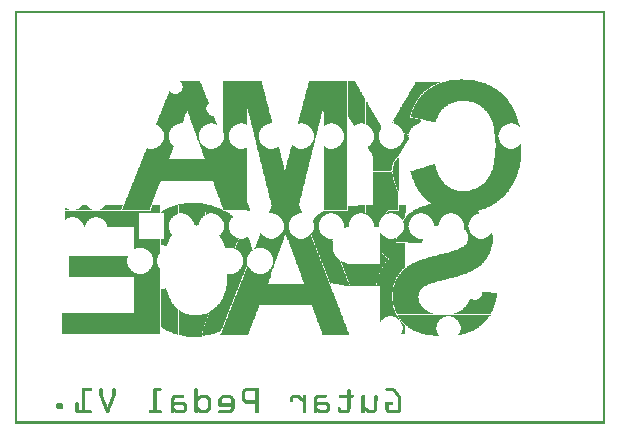
<source format=gbo>
G04 MADE WITH FRITZING*
G04 WWW.FRITZING.ORG*
G04 DOUBLE SIDED*
G04 HOLES PLATED*
G04 CONTOUR ON CENTER OF CONTOUR VECTOR*
%ASAXBY*%
%FSLAX23Y23*%
%MOIN*%
%OFA0B0*%
%SFA1.0B1.0*%
%ADD10R,0.001000X0.001000*%
%LNSILK0*%
G90*
G70*
G36*
X777Y737D02*
X777Y731D01*
X779Y731D01*
X779Y725D01*
X781Y725D01*
X781Y721D01*
X783Y721D01*
X783Y715D01*
X785Y715D01*
X785Y711D01*
X775Y711D01*
X775Y737D01*
X777Y737D01*
G37*
D02*
G36*
X607Y663D02*
X607Y661D01*
X605Y661D01*
X605Y663D01*
X607Y663D01*
G37*
D02*
G36*
X1423Y1142D02*
X1423Y1140D01*
X1417Y1140D01*
X1417Y1138D01*
X1411Y1138D01*
X1411Y1136D01*
X1407Y1136D01*
X1407Y1134D01*
X1403Y1134D01*
X1403Y1132D01*
X1399Y1132D01*
X1399Y1130D01*
X1395Y1130D01*
X1395Y1128D01*
X1391Y1128D01*
X1391Y1126D01*
X1387Y1126D01*
X1387Y1124D01*
X1385Y1124D01*
X1385Y1122D01*
X1381Y1122D01*
X1381Y1120D01*
X1379Y1120D01*
X1379Y1118D01*
X1375Y1118D01*
X1375Y1116D01*
X1373Y1116D01*
X1373Y1114D01*
X1371Y1114D01*
X1371Y1112D01*
X1369Y1112D01*
X1369Y1110D01*
X1365Y1110D01*
X1365Y1108D01*
X1363Y1108D01*
X1363Y1106D01*
X1361Y1106D01*
X1361Y1104D01*
X1359Y1104D01*
X1359Y1102D01*
X1357Y1102D01*
X1357Y1100D01*
X1355Y1100D01*
X1355Y1098D01*
X1353Y1098D01*
X1353Y1096D01*
X1351Y1096D01*
X1351Y1092D01*
X1349Y1092D01*
X1349Y1090D01*
X1347Y1090D01*
X1347Y1088D01*
X1345Y1088D01*
X1345Y1084D01*
X1343Y1084D01*
X1343Y1082D01*
X1341Y1082D01*
X1341Y1078D01*
X1339Y1078D01*
X1339Y1076D01*
X1337Y1076D01*
X1337Y1072D01*
X1335Y1072D01*
X1335Y1068D01*
X1333Y1068D01*
X1333Y1064D01*
X1331Y1064D01*
X1331Y1060D01*
X1329Y1060D01*
X1329Y1056D01*
X1327Y1056D01*
X1327Y1052D01*
X1325Y1052D01*
X1325Y1046D01*
X1323Y1046D01*
X1323Y1042D01*
X1321Y1042D01*
X1321Y1036D01*
X1319Y1036D01*
X1319Y1030D01*
X1317Y1030D01*
X1317Y1022D01*
X1325Y1022D01*
X1325Y1020D01*
X1335Y1020D01*
X1335Y1018D01*
X1343Y1018D01*
X1343Y1016D01*
X1351Y1016D01*
X1351Y1014D01*
X1355Y1014D01*
X1355Y1012D01*
X1261Y1012D01*
X1261Y1004D01*
X1257Y1004D01*
X1257Y1008D01*
X1259Y1008D01*
X1259Y1012D01*
X1261Y1012D01*
X1261Y1014D01*
X1263Y1014D01*
X1263Y1018D01*
X1265Y1018D01*
X1265Y1022D01*
X1267Y1022D01*
X1267Y1024D01*
X1269Y1024D01*
X1269Y1028D01*
X1271Y1028D01*
X1271Y1032D01*
X1273Y1032D01*
X1273Y1036D01*
X1275Y1036D01*
X1275Y1038D01*
X1277Y1038D01*
X1277Y1042D01*
X1279Y1042D01*
X1279Y1046D01*
X1281Y1046D01*
X1281Y1048D01*
X1283Y1048D01*
X1283Y1052D01*
X1285Y1052D01*
X1285Y1056D01*
X1287Y1056D01*
X1287Y1058D01*
X1289Y1058D01*
X1289Y1062D01*
X1291Y1062D01*
X1291Y1066D01*
X1293Y1066D01*
X1293Y1068D01*
X1295Y1068D01*
X1295Y1072D01*
X1297Y1072D01*
X1297Y1076D01*
X1299Y1076D01*
X1299Y1078D01*
X1301Y1078D01*
X1301Y1082D01*
X1303Y1082D01*
X1303Y1086D01*
X1305Y1086D01*
X1305Y1088D01*
X1307Y1088D01*
X1307Y1092D01*
X1309Y1092D01*
X1309Y1096D01*
X1311Y1096D01*
X1311Y1098D01*
X1313Y1098D01*
X1313Y1102D01*
X1315Y1102D01*
X1315Y1106D01*
X1317Y1106D01*
X1317Y1110D01*
X1319Y1110D01*
X1319Y1112D01*
X1321Y1112D01*
X1321Y1116D01*
X1323Y1116D01*
X1323Y1120D01*
X1325Y1120D01*
X1325Y1122D01*
X1327Y1122D01*
X1327Y1126D01*
X1329Y1126D01*
X1329Y1130D01*
X1331Y1130D01*
X1331Y1132D01*
X1333Y1132D01*
X1333Y1136D01*
X1335Y1136D01*
X1335Y1140D01*
X1337Y1140D01*
X1337Y1142D01*
X1423Y1142D01*
G37*
D02*
G36*
X1353Y1012D02*
X1353Y1008D01*
X1351Y1008D01*
X1351Y1004D01*
X1263Y1004D01*
X1263Y1012D01*
X1353Y1012D01*
G37*
D02*
G36*
X1279Y888D02*
X1279Y882D01*
X1273Y882D01*
X1273Y884D01*
X1275Y884D01*
X1275Y886D01*
X1277Y886D01*
X1277Y888D01*
X1279Y888D01*
G37*
D02*
G36*
X1279Y882D02*
X1279Y880D01*
X1271Y880D01*
X1271Y882D01*
X1279Y882D01*
G37*
D02*
G36*
X1279Y880D02*
X1279Y874D01*
X1267Y874D01*
X1267Y876D01*
X1269Y876D01*
X1269Y880D01*
X1279Y880D01*
G37*
D02*
G36*
X1279Y874D02*
X1279Y869D01*
X1265Y869D01*
X1265Y874D01*
X1279Y874D01*
G37*
D02*
G36*
X1279Y869D02*
X1279Y861D01*
X1263Y861D01*
X1263Y869D01*
X1279Y869D01*
G37*
D02*
G36*
X1279Y861D02*
X1279Y853D01*
X1261Y853D01*
X1261Y861D01*
X1279Y861D01*
G37*
D02*
G36*
X1279Y853D02*
X1279Y845D01*
X1259Y845D01*
X1259Y853D01*
X1279Y853D01*
G37*
D02*
G36*
X1279Y845D02*
X1279Y803D01*
X1267Y803D01*
X1267Y809D01*
X1265Y809D01*
X1265Y815D01*
X1263Y815D01*
X1263Y823D01*
X1261Y823D01*
X1261Y833D01*
X1259Y833D01*
X1259Y841D01*
X1257Y841D01*
X1257Y845D01*
X1279Y845D01*
G37*
D02*
G36*
X1257Y841D02*
X1257Y833D01*
X1194Y833D01*
X1194Y841D01*
X1257Y841D01*
G37*
D02*
G36*
X1259Y833D02*
X1259Y823D01*
X1194Y823D01*
X1194Y833D01*
X1259Y833D01*
G37*
D02*
G36*
X1261Y823D02*
X1261Y815D01*
X1194Y815D01*
X1194Y823D01*
X1261Y823D01*
G37*
D02*
G36*
X1263Y815D02*
X1263Y809D01*
X1194Y809D01*
X1194Y815D01*
X1263Y815D01*
G37*
D02*
G36*
X1265Y809D02*
X1265Y803D01*
X1194Y803D01*
X1194Y809D01*
X1265Y809D01*
G37*
D02*
G36*
X1279Y803D02*
X1279Y801D01*
X1194Y801D01*
X1194Y803D01*
X1279Y803D01*
G37*
D02*
G36*
X1279Y803D02*
X1279Y801D01*
X1194Y801D01*
X1194Y803D01*
X1279Y803D01*
G37*
D02*
G36*
X1279Y801D02*
X1279Y777D01*
X1277Y777D01*
X1277Y781D01*
X1275Y781D01*
X1275Y785D01*
X1273Y785D01*
X1273Y791D01*
X1271Y791D01*
X1271Y797D01*
X1269Y797D01*
X1269Y801D01*
X1279Y801D01*
G37*
D02*
G36*
X1267Y801D02*
X1267Y797D01*
X1194Y797D01*
X1194Y801D01*
X1267Y801D01*
G37*
D02*
G36*
X1269Y797D02*
X1269Y791D01*
X1194Y791D01*
X1194Y797D01*
X1269Y797D01*
G37*
D02*
G36*
X1271Y791D02*
X1271Y785D01*
X1194Y785D01*
X1194Y791D01*
X1271Y791D01*
G37*
D02*
G36*
X1273Y785D02*
X1273Y781D01*
X1194Y781D01*
X1194Y785D01*
X1273Y785D01*
G37*
D02*
G36*
X1275Y781D02*
X1275Y777D01*
X1194Y777D01*
X1194Y781D01*
X1275Y781D01*
G37*
D02*
G36*
X1303Y729D02*
X1303Y711D01*
X1281Y711D01*
X1281Y729D01*
X1303Y729D01*
G37*
D02*
G36*
X1303Y711D02*
X1303Y709D01*
X1245Y709D01*
X1245Y711D01*
X1303Y711D01*
G37*
D02*
G36*
X1303Y711D02*
X1303Y709D01*
X1245Y709D01*
X1245Y711D01*
X1303Y711D01*
G37*
D02*
G36*
X1303Y709D02*
X1303Y707D01*
X1245Y707D01*
X1245Y709D01*
X1303Y709D01*
G37*
D02*
G36*
X1303Y707D02*
X1303Y705D01*
X1243Y705D01*
X1243Y707D01*
X1303Y707D01*
G37*
D02*
G36*
X485Y729D02*
X485Y711D01*
X452Y711D01*
X452Y717D01*
X454Y717D01*
X454Y721D01*
X456Y721D01*
X456Y727D01*
X458Y727D01*
X458Y729D01*
X485Y729D01*
G37*
D02*
G36*
X485Y711D02*
X485Y709D01*
X166Y709D01*
X166Y711D01*
X485Y711D01*
G37*
D02*
G36*
X485Y711D02*
X485Y709D01*
X166Y709D01*
X166Y711D01*
X485Y711D01*
G37*
D02*
G36*
X485Y711D02*
X485Y709D01*
X166Y709D01*
X166Y711D01*
X485Y711D01*
G37*
D02*
G36*
X976Y847D02*
X976Y845D01*
X827Y845D01*
X827Y847D01*
X976Y847D01*
G37*
D02*
G36*
X976Y847D02*
X976Y845D01*
X827Y845D01*
X827Y847D01*
X976Y847D01*
G37*
D02*
G36*
X641Y733D02*
X641Y731D01*
X651Y731D01*
X651Y729D01*
X657Y729D01*
X657Y727D01*
X665Y727D01*
X665Y725D01*
X671Y725D01*
X671Y723D01*
X675Y723D01*
X675Y721D01*
X681Y721D01*
X681Y719D01*
X685Y719D01*
X685Y717D01*
X689Y717D01*
X689Y715D01*
X693Y715D01*
X693Y711D01*
X635Y711D01*
X635Y733D01*
X641Y733D01*
G37*
D02*
G36*
X1168Y729D02*
X1168Y711D01*
X1110Y711D01*
X1110Y727D01*
X1142Y727D01*
X1142Y729D01*
X1168Y729D01*
G37*
D02*
G36*
X1168Y711D02*
X1168Y709D01*
X1030Y709D01*
X1030Y711D01*
X1168Y711D01*
G37*
D02*
G36*
X1168Y711D02*
X1168Y709D01*
X1030Y709D01*
X1030Y711D01*
X1168Y711D01*
G37*
D02*
G36*
X701Y711D02*
X701Y709D01*
X635Y709D01*
X635Y711D01*
X701Y711D01*
G37*
D02*
G36*
X701Y711D02*
X701Y709D01*
X635Y709D01*
X635Y711D01*
X701Y711D01*
G37*
D02*
G36*
X994Y613D02*
X994Y607D01*
X996Y607D01*
X996Y603D01*
X914Y603D01*
X914Y607D01*
X912Y607D01*
X912Y613D01*
X994Y613D01*
G37*
D02*
G36*
X998Y603D02*
X998Y597D01*
X1000Y597D01*
X1000Y593D01*
X918Y593D01*
X918Y597D01*
X916Y597D01*
X916Y601D01*
X914Y601D01*
X914Y603D01*
X998Y603D01*
G37*
D02*
G36*
X1002Y593D02*
X1002Y587D01*
X920Y587D01*
X920Y591D01*
X918Y591D01*
X918Y593D01*
X1002Y593D01*
G37*
D02*
G36*
X1004Y587D02*
X1004Y581D01*
X1006Y581D01*
X1006Y577D01*
X924Y577D01*
X924Y579D01*
X922Y579D01*
X922Y585D01*
X920Y585D01*
X920Y587D01*
X1004Y587D01*
G37*
D02*
G36*
X1219Y579D02*
X1219Y575D01*
X1221Y575D01*
X1221Y573D01*
X1223Y573D01*
X1223Y569D01*
X1225Y569D01*
X1225Y567D01*
X1227Y567D01*
X1227Y563D01*
X1229Y563D01*
X1229Y561D01*
X1231Y561D01*
X1231Y559D01*
X1235Y559D01*
X1235Y557D01*
X1237Y557D01*
X1237Y555D01*
X1241Y555D01*
X1241Y553D01*
X1243Y553D01*
X1243Y551D01*
X1245Y551D01*
X1245Y549D01*
X1243Y549D01*
X1243Y545D01*
X1241Y545D01*
X1241Y543D01*
X1239Y543D01*
X1239Y541D01*
X1237Y541D01*
X1237Y539D01*
X1235Y539D01*
X1235Y535D01*
X1233Y535D01*
X1233Y533D01*
X1217Y533D01*
X1217Y579D01*
X1219Y579D01*
G37*
D02*
G36*
X1008Y577D02*
X1008Y571D01*
X1010Y571D01*
X1010Y567D01*
X928Y567D01*
X928Y569D01*
X926Y569D01*
X926Y575D01*
X924Y575D01*
X924Y577D01*
X1008Y577D01*
G37*
D02*
G36*
X1012Y567D02*
X1012Y561D01*
X1014Y561D01*
X1014Y557D01*
X930Y557D01*
X930Y563D01*
X928Y563D01*
X928Y567D01*
X1012Y567D01*
G37*
D02*
G36*
X1016Y557D02*
X1016Y551D01*
X934Y551D01*
X934Y553D01*
X932Y553D01*
X932Y557D01*
X1016Y557D01*
G37*
D02*
G36*
X1018Y551D02*
X1018Y545D01*
X1020Y545D01*
X1020Y541D01*
X936Y541D01*
X936Y547D01*
X934Y547D01*
X934Y551D01*
X1018Y551D01*
G37*
D02*
G36*
X1090Y543D02*
X1090Y541D01*
X1094Y541D01*
X1094Y539D01*
X1100Y539D01*
X1100Y537D01*
X1108Y537D01*
X1108Y535D01*
X1122Y535D01*
X1122Y533D01*
X1090Y533D01*
X1090Y537D01*
X1088Y537D01*
X1088Y541D01*
X1086Y541D01*
X1086Y543D01*
X1090Y543D01*
G37*
D02*
G36*
X1086Y541D02*
X1086Y537D01*
X1024Y537D01*
X1024Y541D01*
X1086Y541D01*
G37*
D02*
G36*
X1022Y541D02*
X1022Y535D01*
X1024Y535D01*
X1024Y531D01*
X940Y531D01*
X940Y535D01*
X938Y535D01*
X938Y541D01*
X1022Y541D01*
G37*
D02*
G36*
X1088Y537D02*
X1088Y531D01*
X1026Y531D01*
X1026Y537D01*
X1088Y537D01*
G37*
D02*
G36*
X1231Y533D02*
X1231Y531D01*
X1090Y531D01*
X1090Y533D01*
X1231Y533D01*
G37*
D02*
G36*
X1231Y533D02*
X1231Y531D01*
X1090Y531D01*
X1090Y533D01*
X1231Y533D01*
G37*
D02*
G36*
X1231Y531D02*
X1231Y529D01*
X1229Y529D01*
X1229Y527D01*
X1227Y527D01*
X1227Y523D01*
X1225Y523D01*
X1225Y521D01*
X1223Y521D01*
X1223Y517D01*
X1221Y517D01*
X1221Y515D01*
X1219Y515D01*
X1219Y511D01*
X1217Y511D01*
X1217Y505D01*
X1215Y505D01*
X1215Y500D01*
X1102Y500D01*
X1102Y505D01*
X1100Y505D01*
X1100Y511D01*
X1098Y511D01*
X1098Y515D01*
X1096Y515D01*
X1096Y521D01*
X1094Y521D01*
X1094Y525D01*
X1092Y525D01*
X1092Y531D01*
X1231Y531D01*
G37*
D02*
G36*
X1090Y531D02*
X1090Y525D01*
X1030Y525D01*
X1030Y527D01*
X1028Y527D01*
X1028Y531D01*
X1090Y531D01*
G37*
D02*
G36*
X1026Y531D02*
X1026Y525D01*
X1028Y525D01*
X1028Y519D01*
X1030Y519D01*
X1030Y515D01*
X946Y515D01*
X946Y519D01*
X944Y519D01*
X944Y525D01*
X942Y525D01*
X942Y531D01*
X1026Y531D01*
G37*
D02*
G36*
X1092Y525D02*
X1092Y521D01*
X1030Y521D01*
X1030Y525D01*
X1092Y525D01*
G37*
D02*
G36*
X1094Y521D02*
X1094Y515D01*
X1032Y515D01*
X1032Y521D01*
X1094Y521D01*
G37*
D02*
G36*
X1096Y515D02*
X1096Y511D01*
X1034Y511D01*
X1034Y515D01*
X1096Y515D01*
G37*
D02*
G36*
X1032Y515D02*
X1032Y509D01*
X1034Y509D01*
X1034Y505D01*
X950Y505D01*
X950Y509D01*
X948Y509D01*
X948Y513D01*
X946Y513D01*
X946Y515D01*
X1032Y515D01*
G37*
D02*
G36*
X1098Y511D02*
X1098Y505D01*
X1036Y505D01*
X1036Y511D01*
X1098Y511D01*
G37*
D02*
G36*
X1100Y505D02*
X1100Y500D01*
X1038Y500D01*
X1038Y505D01*
X1100Y505D01*
G37*
D02*
G36*
X1036Y505D02*
X1036Y498D01*
X1038Y498D01*
X1038Y494D01*
X954Y494D01*
X954Y496D01*
X952Y496D01*
X952Y503D01*
X950Y503D01*
X950Y505D01*
X1036Y505D01*
G37*
D02*
G36*
X1213Y500D02*
X1213Y498D01*
X1040Y498D01*
X1040Y500D01*
X1213Y500D01*
G37*
D02*
G36*
X1213Y500D02*
X1213Y498D01*
X1040Y498D01*
X1040Y500D01*
X1213Y500D01*
G37*
D02*
G36*
X1213Y498D02*
X1213Y494D01*
X1211Y494D01*
X1211Y488D01*
X1209Y488D01*
X1209Y480D01*
X1207Y480D01*
X1207Y472D01*
X1205Y472D01*
X1205Y464D01*
X1116Y464D01*
X1116Y468D01*
X1114Y468D01*
X1114Y474D01*
X1112Y474D01*
X1112Y478D01*
X1110Y478D01*
X1110Y484D01*
X1108Y484D01*
X1108Y488D01*
X1106Y488D01*
X1106Y494D01*
X1104Y494D01*
X1104Y498D01*
X1213Y498D01*
G37*
D02*
G36*
X1102Y498D02*
X1102Y494D01*
X1040Y494D01*
X1040Y498D01*
X1102Y498D01*
G37*
D02*
G36*
X854Y496D02*
X854Y494D01*
X852Y494D01*
X852Y488D01*
X850Y488D01*
X850Y486D01*
X761Y486D01*
X761Y490D01*
X763Y490D01*
X763Y496D01*
X854Y496D01*
G37*
D02*
G36*
X1104Y494D02*
X1104Y488D01*
X1044Y488D01*
X1044Y490D01*
X1042Y490D01*
X1042Y494D01*
X1104Y494D01*
G37*
D02*
G36*
X1040Y494D02*
X1040Y488D01*
X1042Y488D01*
X1042Y482D01*
X1044Y482D01*
X1044Y478D01*
X960Y478D01*
X960Y480D01*
X958Y480D01*
X958Y486D01*
X956Y486D01*
X956Y490D01*
X954Y490D01*
X954Y494D01*
X1040Y494D01*
G37*
D02*
G36*
X1106Y488D02*
X1106Y484D01*
X1044Y484D01*
X1044Y488D01*
X1106Y488D01*
G37*
D02*
G36*
X850Y486D02*
X850Y484D01*
X848Y484D01*
X848Y478D01*
X846Y478D01*
X846Y476D01*
X757Y476D01*
X757Y480D01*
X759Y480D01*
X759Y486D01*
X850Y486D01*
G37*
D02*
G36*
X1108Y484D02*
X1108Y478D01*
X1046Y478D01*
X1046Y484D01*
X1108Y484D01*
G37*
D02*
G36*
X1110Y478D02*
X1110Y474D01*
X1048Y474D01*
X1048Y478D01*
X1110Y478D01*
G37*
D02*
G36*
X1046Y478D02*
X1046Y472D01*
X1048Y472D01*
X1048Y468D01*
X962Y468D01*
X962Y474D01*
X960Y474D01*
X960Y478D01*
X1046Y478D01*
G37*
D02*
G36*
X846Y476D02*
X846Y472D01*
X844Y472D01*
X844Y468D01*
X753Y468D01*
X753Y470D01*
X755Y470D01*
X755Y476D01*
X846Y476D01*
G37*
D02*
G36*
X1112Y474D02*
X1112Y468D01*
X1060Y468D01*
X1060Y470D01*
X1054Y470D01*
X1054Y472D01*
X1050Y472D01*
X1050Y474D01*
X1112Y474D01*
G37*
D02*
G36*
X1114Y468D02*
X1114Y464D01*
X1080Y464D01*
X1080Y466D01*
X1068Y466D01*
X1068Y468D01*
X1114Y468D01*
G37*
D02*
G36*
X1050Y468D02*
X1050Y466D01*
X753Y466D01*
X753Y468D01*
X1050Y468D01*
G37*
D02*
G36*
X1050Y468D02*
X1050Y466D01*
X753Y466D01*
X753Y468D01*
X1050Y468D01*
G37*
D02*
G36*
X1050Y466D02*
X1050Y462D01*
X1052Y462D01*
X1052Y458D01*
X1054Y458D01*
X1054Y456D01*
X749Y456D01*
X749Y460D01*
X751Y460D01*
X751Y466D01*
X1050Y466D01*
G37*
D02*
G36*
X1205Y464D02*
X1205Y462D01*
X1098Y462D01*
X1098Y464D01*
X1205Y464D01*
G37*
D02*
G36*
X1205Y464D02*
X1205Y462D01*
X1098Y462D01*
X1098Y464D01*
X1205Y464D01*
G37*
D02*
G36*
X1203Y462D02*
X1203Y460D01*
X1142Y460D01*
X1142Y462D01*
X1203Y462D01*
G37*
D02*
G36*
X1054Y456D02*
X1054Y452D01*
X1056Y452D01*
X1056Y446D01*
X745Y446D01*
X745Y450D01*
X747Y450D01*
X747Y456D01*
X1054Y456D01*
G37*
D02*
G36*
X1058Y446D02*
X1058Y442D01*
X1060Y442D01*
X1060Y436D01*
X741Y436D01*
X741Y440D01*
X743Y440D01*
X743Y446D01*
X1058Y446D01*
G37*
D02*
G36*
X1062Y436D02*
X1062Y432D01*
X1064Y432D01*
X1064Y426D01*
X737Y426D01*
X737Y430D01*
X739Y430D01*
X739Y436D01*
X1062Y436D01*
G37*
D02*
G36*
X1066Y426D02*
X1066Y422D01*
X1068Y422D01*
X1068Y416D01*
X733Y416D01*
X733Y420D01*
X735Y420D01*
X735Y426D01*
X1066Y426D01*
G37*
D02*
G36*
X1070Y416D02*
X1070Y410D01*
X1072Y410D01*
X1072Y406D01*
X729Y406D01*
X729Y410D01*
X731Y410D01*
X731Y416D01*
X1070Y416D01*
G37*
D02*
G36*
X1074Y406D02*
X1074Y400D01*
X1076Y400D01*
X1076Y396D01*
X1078Y396D01*
X1078Y390D01*
X1080Y390D01*
X1080Y386D01*
X1082Y386D01*
X1082Y380D01*
X1084Y380D01*
X1084Y374D01*
X1086Y374D01*
X1086Y370D01*
X1088Y370D01*
X1088Y364D01*
X1090Y364D01*
X1090Y360D01*
X1092Y360D01*
X1092Y354D01*
X1094Y354D01*
X1094Y348D01*
X1096Y348D01*
X1096Y344D01*
X1098Y344D01*
X1098Y338D01*
X1100Y338D01*
X1100Y334D01*
X1102Y334D01*
X1102Y328D01*
X1104Y328D01*
X1104Y324D01*
X1106Y324D01*
X1106Y318D01*
X1108Y318D01*
X1108Y312D01*
X1110Y312D01*
X1110Y308D01*
X1112Y308D01*
X1112Y302D01*
X1114Y302D01*
X1114Y298D01*
X1024Y298D01*
X1024Y304D01*
X1022Y304D01*
X1022Y310D01*
X1020Y310D01*
X1020Y316D01*
X1018Y316D01*
X1018Y320D01*
X1016Y320D01*
X1016Y326D01*
X1014Y326D01*
X1014Y332D01*
X1012Y332D01*
X1012Y338D01*
X1010Y338D01*
X1010Y342D01*
X1008Y342D01*
X1008Y348D01*
X1006Y348D01*
X1006Y354D01*
X1004Y354D01*
X1004Y358D01*
X1002Y358D01*
X1002Y364D01*
X1000Y364D01*
X1000Y370D01*
X998Y370D01*
X998Y376D01*
X996Y376D01*
X996Y380D01*
X994Y380D01*
X994Y386D01*
X992Y386D01*
X992Y392D01*
X990Y392D01*
X990Y396D01*
X725Y396D01*
X725Y400D01*
X727Y400D01*
X727Y406D01*
X1074Y406D01*
G37*
D02*
G36*
X815Y396D02*
X815Y394D01*
X813Y394D01*
X813Y388D01*
X811Y388D01*
X811Y386D01*
X721Y386D01*
X721Y390D01*
X723Y390D01*
X723Y396D01*
X815Y396D01*
G37*
D02*
G36*
X811Y386D02*
X811Y384D01*
X809Y384D01*
X809Y378D01*
X807Y378D01*
X807Y376D01*
X717Y376D01*
X717Y380D01*
X719Y380D01*
X719Y386D01*
X811Y386D01*
G37*
D02*
G36*
X807Y376D02*
X807Y374D01*
X805Y374D01*
X805Y368D01*
X803Y368D01*
X803Y366D01*
X713Y366D01*
X713Y370D01*
X715Y370D01*
X715Y376D01*
X807Y376D01*
G37*
D02*
G36*
X803Y366D02*
X803Y362D01*
X801Y362D01*
X801Y360D01*
X711Y360D01*
X711Y366D01*
X803Y366D01*
G37*
D02*
G36*
X801Y360D02*
X801Y358D01*
X799Y358D01*
X799Y352D01*
X797Y352D01*
X797Y350D01*
X707Y350D01*
X707Y354D01*
X709Y354D01*
X709Y360D01*
X801Y360D01*
G37*
D02*
G36*
X797Y350D02*
X797Y346D01*
X795Y346D01*
X795Y342D01*
X793Y342D01*
X793Y340D01*
X703Y340D01*
X703Y344D01*
X705Y344D01*
X705Y350D01*
X797Y350D01*
G37*
D02*
G36*
X793Y340D02*
X793Y336D01*
X791Y336D01*
X791Y332D01*
X789Y332D01*
X789Y330D01*
X699Y330D01*
X699Y334D01*
X701Y334D01*
X701Y340D01*
X793Y340D01*
G37*
D02*
G36*
X789Y330D02*
X789Y326D01*
X787Y326D01*
X787Y320D01*
X695Y320D01*
X695Y324D01*
X697Y324D01*
X697Y330D01*
X789Y330D01*
G37*
D02*
G36*
X785Y320D02*
X785Y316D01*
X783Y316D01*
X783Y310D01*
X691Y310D01*
X691Y314D01*
X693Y314D01*
X693Y320D01*
X785Y320D01*
G37*
D02*
G36*
X781Y310D02*
X781Y306D01*
X779Y306D01*
X779Y300D01*
X777Y300D01*
X777Y298D01*
X685Y298D01*
X685Y300D01*
X687Y300D01*
X687Y304D01*
X689Y304D01*
X689Y310D01*
X781Y310D01*
G37*
D02*
G36*
X1052Y470D02*
X1052Y468D01*
X1050Y468D01*
X1050Y470D01*
X1052Y470D01*
G37*
D02*
G36*
X505Y454D02*
X505Y448D01*
X507Y448D01*
X507Y442D01*
X509Y442D01*
X509Y436D01*
X511Y436D01*
X511Y430D01*
X513Y430D01*
X513Y424D01*
X515Y424D01*
X515Y420D01*
X517Y420D01*
X517Y416D01*
X519Y416D01*
X519Y412D01*
X521Y412D01*
X521Y408D01*
X523Y408D01*
X523Y406D01*
X525Y406D01*
X525Y402D01*
X527Y402D01*
X527Y400D01*
X529Y400D01*
X529Y396D01*
X531Y396D01*
X531Y394D01*
X533Y394D01*
X533Y392D01*
X535Y392D01*
X535Y390D01*
X537Y390D01*
X537Y388D01*
X539Y388D01*
X539Y386D01*
X541Y386D01*
X541Y384D01*
X543Y384D01*
X543Y382D01*
X545Y382D01*
X545Y298D01*
X539Y298D01*
X539Y300D01*
X533Y300D01*
X533Y302D01*
X527Y302D01*
X527Y304D01*
X523Y304D01*
X523Y306D01*
X517Y306D01*
X517Y308D01*
X513Y308D01*
X513Y310D01*
X509Y310D01*
X509Y312D01*
X505Y312D01*
X505Y314D01*
X501Y314D01*
X501Y316D01*
X499Y316D01*
X499Y318D01*
X495Y318D01*
X495Y320D01*
X491Y320D01*
X491Y322D01*
X489Y322D01*
X489Y324D01*
X487Y324D01*
X487Y450D01*
X493Y450D01*
X493Y452D01*
X499Y452D01*
X499Y454D01*
X505Y454D01*
G37*
D02*
G36*
X1495Y1150D02*
X1495Y1148D01*
X1521Y1148D01*
X1521Y1146D01*
X1533Y1146D01*
X1533Y1144D01*
X1543Y1144D01*
X1543Y1142D01*
X1551Y1142D01*
X1551Y1140D01*
X1557Y1140D01*
X1557Y1138D01*
X1563Y1138D01*
X1563Y1136D01*
X1570Y1136D01*
X1570Y1134D01*
X1574Y1134D01*
X1574Y1132D01*
X1578Y1132D01*
X1578Y1130D01*
X1582Y1130D01*
X1582Y1128D01*
X1586Y1128D01*
X1586Y1126D01*
X1590Y1126D01*
X1590Y1124D01*
X1594Y1124D01*
X1594Y1122D01*
X1598Y1122D01*
X1598Y1120D01*
X1600Y1120D01*
X1600Y1118D01*
X1604Y1118D01*
X1604Y1116D01*
X1606Y1116D01*
X1606Y1114D01*
X1610Y1114D01*
X1610Y1112D01*
X1612Y1112D01*
X1612Y1110D01*
X1614Y1110D01*
X1614Y1108D01*
X1616Y1108D01*
X1616Y1106D01*
X1620Y1106D01*
X1620Y1104D01*
X1622Y1104D01*
X1622Y1102D01*
X1624Y1102D01*
X1624Y1100D01*
X1626Y1100D01*
X1626Y1098D01*
X1628Y1098D01*
X1628Y1096D01*
X1630Y1096D01*
X1630Y1094D01*
X1632Y1094D01*
X1632Y1092D01*
X1634Y1092D01*
X1634Y1090D01*
X1636Y1090D01*
X1636Y1088D01*
X1638Y1088D01*
X1638Y1086D01*
X1640Y1086D01*
X1640Y1084D01*
X1642Y1084D01*
X1642Y1080D01*
X1644Y1080D01*
X1644Y1078D01*
X1646Y1078D01*
X1646Y1076D01*
X1473Y1076D01*
X1473Y1074D01*
X1465Y1074D01*
X1465Y1072D01*
X1459Y1072D01*
X1459Y1070D01*
X1453Y1070D01*
X1453Y1068D01*
X1449Y1068D01*
X1449Y1066D01*
X1445Y1066D01*
X1445Y1064D01*
X1443Y1064D01*
X1443Y1062D01*
X1439Y1062D01*
X1439Y1060D01*
X1437Y1060D01*
X1437Y1058D01*
X1433Y1058D01*
X1433Y1056D01*
X1431Y1056D01*
X1431Y1054D01*
X1429Y1054D01*
X1429Y1052D01*
X1427Y1052D01*
X1427Y1050D01*
X1425Y1050D01*
X1425Y1048D01*
X1423Y1048D01*
X1423Y1046D01*
X1421Y1046D01*
X1421Y1042D01*
X1419Y1042D01*
X1419Y1040D01*
X1417Y1040D01*
X1417Y1038D01*
X1415Y1038D01*
X1415Y1034D01*
X1413Y1034D01*
X1413Y1030D01*
X1411Y1030D01*
X1411Y1026D01*
X1409Y1026D01*
X1409Y1022D01*
X1407Y1022D01*
X1407Y1016D01*
X1405Y1016D01*
X1405Y1010D01*
X1403Y1010D01*
X1403Y1006D01*
X1395Y1006D01*
X1395Y1008D01*
X1387Y1008D01*
X1387Y1010D01*
X1377Y1010D01*
X1377Y1012D01*
X1369Y1012D01*
X1369Y1014D01*
X1361Y1014D01*
X1361Y1016D01*
X1353Y1016D01*
X1353Y1018D01*
X1343Y1018D01*
X1343Y1020D01*
X1335Y1020D01*
X1335Y1022D01*
X1327Y1022D01*
X1327Y1024D01*
X1319Y1024D01*
X1319Y1028D01*
X1321Y1028D01*
X1321Y1034D01*
X1323Y1034D01*
X1323Y1040D01*
X1325Y1040D01*
X1325Y1046D01*
X1327Y1046D01*
X1327Y1050D01*
X1329Y1050D01*
X1329Y1056D01*
X1331Y1056D01*
X1331Y1060D01*
X1333Y1060D01*
X1333Y1064D01*
X1335Y1064D01*
X1335Y1068D01*
X1337Y1068D01*
X1337Y1072D01*
X1339Y1072D01*
X1339Y1074D01*
X1341Y1074D01*
X1341Y1078D01*
X1343Y1078D01*
X1343Y1080D01*
X1345Y1080D01*
X1345Y1084D01*
X1347Y1084D01*
X1347Y1086D01*
X1349Y1086D01*
X1349Y1088D01*
X1351Y1088D01*
X1351Y1092D01*
X1353Y1092D01*
X1353Y1094D01*
X1355Y1094D01*
X1355Y1096D01*
X1357Y1096D01*
X1357Y1098D01*
X1359Y1098D01*
X1359Y1100D01*
X1361Y1100D01*
X1361Y1102D01*
X1363Y1102D01*
X1363Y1104D01*
X1365Y1104D01*
X1365Y1106D01*
X1367Y1106D01*
X1367Y1108D01*
X1369Y1108D01*
X1369Y1110D01*
X1373Y1110D01*
X1373Y1112D01*
X1375Y1112D01*
X1375Y1114D01*
X1377Y1114D01*
X1377Y1116D01*
X1379Y1116D01*
X1379Y1118D01*
X1383Y1118D01*
X1383Y1120D01*
X1385Y1120D01*
X1385Y1122D01*
X1389Y1122D01*
X1389Y1124D01*
X1393Y1124D01*
X1393Y1126D01*
X1395Y1126D01*
X1395Y1128D01*
X1399Y1128D01*
X1399Y1130D01*
X1403Y1130D01*
X1403Y1132D01*
X1407Y1132D01*
X1407Y1134D01*
X1413Y1134D01*
X1413Y1136D01*
X1417Y1136D01*
X1417Y1138D01*
X1423Y1138D01*
X1423Y1140D01*
X1429Y1140D01*
X1429Y1142D01*
X1437Y1142D01*
X1437Y1144D01*
X1447Y1144D01*
X1447Y1146D01*
X1459Y1146D01*
X1459Y1148D01*
X1483Y1148D01*
X1483Y1150D01*
X1495Y1150D01*
G37*
D02*
G36*
X1401Y867D02*
X1401Y859D01*
X1403Y859D01*
X1403Y853D01*
X1405Y853D01*
X1405Y847D01*
X1407Y847D01*
X1407Y841D01*
X1409Y841D01*
X1409Y835D01*
X1411Y835D01*
X1411Y831D01*
X1413Y831D01*
X1413Y827D01*
X1415Y827D01*
X1415Y823D01*
X1417Y823D01*
X1417Y819D01*
X1419Y819D01*
X1419Y817D01*
X1421Y817D01*
X1421Y813D01*
X1423Y813D01*
X1423Y811D01*
X1425Y811D01*
X1425Y809D01*
X1427Y809D01*
X1427Y807D01*
X1429Y807D01*
X1429Y803D01*
X1431Y803D01*
X1431Y801D01*
X1433Y801D01*
X1433Y799D01*
X1435Y799D01*
X1435Y797D01*
X1439Y797D01*
X1439Y795D01*
X1441Y795D01*
X1441Y793D01*
X1443Y793D01*
X1443Y791D01*
X1447Y791D01*
X1447Y789D01*
X1449Y789D01*
X1449Y787D01*
X1453Y787D01*
X1453Y785D01*
X1457Y785D01*
X1457Y783D01*
X1463Y783D01*
X1463Y781D01*
X1467Y781D01*
X1467Y779D01*
X1475Y779D01*
X1475Y777D01*
X1345Y777D01*
X1345Y781D01*
X1343Y781D01*
X1343Y783D01*
X1341Y783D01*
X1341Y787D01*
X1339Y787D01*
X1339Y791D01*
X1337Y791D01*
X1337Y795D01*
X1335Y795D01*
X1335Y799D01*
X1333Y799D01*
X1333Y803D01*
X1331Y803D01*
X1331Y807D01*
X1329Y807D01*
X1329Y813D01*
X1327Y813D01*
X1327Y817D01*
X1325Y817D01*
X1325Y823D01*
X1323Y823D01*
X1323Y829D01*
X1321Y829D01*
X1321Y835D01*
X1319Y835D01*
X1319Y841D01*
X1317Y841D01*
X1317Y843D01*
X1323Y843D01*
X1323Y845D01*
X1329Y845D01*
X1329Y847D01*
X1337Y847D01*
X1337Y849D01*
X1343Y849D01*
X1343Y851D01*
X1349Y851D01*
X1349Y853D01*
X1355Y853D01*
X1355Y855D01*
X1363Y855D01*
X1363Y857D01*
X1369Y857D01*
X1369Y859D01*
X1375Y859D01*
X1375Y861D01*
X1381Y861D01*
X1381Y863D01*
X1387Y863D01*
X1387Y865D01*
X1395Y865D01*
X1395Y867D01*
X1401Y867D01*
G37*
D02*
G36*
X1648Y777D02*
X1648Y775D01*
X1347Y775D01*
X1347Y777D01*
X1648Y777D01*
G37*
D02*
G36*
X1648Y777D02*
X1648Y775D01*
X1347Y775D01*
X1347Y777D01*
X1648Y777D01*
G37*
D02*
G36*
X1586Y364D02*
X1586Y362D01*
X1277Y362D01*
X1277Y364D01*
X1586Y364D01*
G37*
D02*
G36*
X1586Y364D02*
X1586Y362D01*
X1277Y362D01*
X1277Y364D01*
X1586Y364D01*
G37*
D02*
G36*
X549Y380D02*
X549Y378D01*
X551Y378D01*
X551Y376D01*
X555Y376D01*
X555Y374D01*
X559Y374D01*
X559Y372D01*
X563Y372D01*
X563Y370D01*
X567Y370D01*
X567Y368D01*
X573Y368D01*
X573Y366D01*
X581Y366D01*
X581Y364D01*
X547Y364D01*
X547Y380D01*
X549Y380D01*
G37*
D02*
G36*
X647Y372D02*
X647Y366D01*
X645Y366D01*
X645Y364D01*
X623Y364D01*
X623Y366D01*
X633Y366D01*
X633Y368D01*
X639Y368D01*
X639Y370D01*
X643Y370D01*
X643Y372D01*
X647Y372D01*
G37*
D02*
G36*
X645Y364D02*
X645Y362D01*
X547Y362D01*
X547Y364D01*
X645Y364D01*
G37*
D02*
G36*
X645Y364D02*
X645Y362D01*
X547Y362D01*
X547Y364D01*
X645Y364D01*
G37*
D02*
G36*
X643Y362D02*
X643Y356D01*
X641Y356D01*
X641Y352D01*
X639Y352D01*
X639Y346D01*
X637Y346D01*
X637Y342D01*
X635Y342D01*
X635Y336D01*
X633Y336D01*
X633Y332D01*
X631Y332D01*
X631Y326D01*
X629Y326D01*
X629Y318D01*
X627Y318D01*
X627Y310D01*
X625Y310D01*
X625Y302D01*
X623Y302D01*
X623Y296D01*
X625Y296D01*
X625Y292D01*
X607Y292D01*
X607Y290D01*
X593Y290D01*
X593Y292D01*
X569Y292D01*
X569Y294D01*
X557Y294D01*
X557Y296D01*
X547Y296D01*
X547Y362D01*
X643Y362D01*
G37*
D02*
G54D10*
X0Y1378D02*
X1967Y1378D01*
X0Y1377D02*
X1967Y1377D01*
X0Y1376D02*
X1967Y1376D01*
X0Y1375D02*
X1967Y1375D01*
X0Y1374D02*
X1967Y1374D01*
X0Y1373D02*
X1967Y1373D01*
X0Y1372D02*
X1967Y1372D01*
X0Y1371D02*
X1967Y1371D01*
X0Y1370D02*
X7Y1370D01*
X1960Y1370D02*
X1967Y1370D01*
X0Y1369D02*
X7Y1369D01*
X1960Y1369D02*
X1967Y1369D01*
X0Y1368D02*
X7Y1368D01*
X1960Y1368D02*
X1967Y1368D01*
X0Y1367D02*
X7Y1367D01*
X1960Y1367D02*
X1967Y1367D01*
X0Y1366D02*
X7Y1366D01*
X1960Y1366D02*
X1967Y1366D01*
X0Y1365D02*
X7Y1365D01*
X1960Y1365D02*
X1967Y1365D01*
X0Y1364D02*
X7Y1364D01*
X1960Y1364D02*
X1967Y1364D01*
X0Y1363D02*
X7Y1363D01*
X1960Y1363D02*
X1967Y1363D01*
X0Y1362D02*
X7Y1362D01*
X1960Y1362D02*
X1967Y1362D01*
X0Y1361D02*
X7Y1361D01*
X1960Y1361D02*
X1967Y1361D01*
X0Y1360D02*
X7Y1360D01*
X1960Y1360D02*
X1967Y1360D01*
X0Y1359D02*
X7Y1359D01*
X1960Y1359D02*
X1967Y1359D01*
X0Y1358D02*
X7Y1358D01*
X1960Y1358D02*
X1967Y1358D01*
X0Y1357D02*
X7Y1357D01*
X1960Y1357D02*
X1967Y1357D01*
X0Y1356D02*
X7Y1356D01*
X1960Y1356D02*
X1967Y1356D01*
X0Y1355D02*
X7Y1355D01*
X1960Y1355D02*
X1967Y1355D01*
X0Y1354D02*
X7Y1354D01*
X1960Y1354D02*
X1967Y1354D01*
X0Y1353D02*
X7Y1353D01*
X1960Y1353D02*
X1967Y1353D01*
X0Y1352D02*
X7Y1352D01*
X1960Y1352D02*
X1967Y1352D01*
X0Y1351D02*
X7Y1351D01*
X1960Y1351D02*
X1967Y1351D01*
X0Y1350D02*
X7Y1350D01*
X1960Y1350D02*
X1967Y1350D01*
X0Y1349D02*
X7Y1349D01*
X1960Y1349D02*
X1967Y1349D01*
X0Y1348D02*
X7Y1348D01*
X1960Y1348D02*
X1967Y1348D01*
X0Y1347D02*
X7Y1347D01*
X1960Y1347D02*
X1967Y1347D01*
X0Y1346D02*
X7Y1346D01*
X1960Y1346D02*
X1967Y1346D01*
X0Y1345D02*
X7Y1345D01*
X1960Y1345D02*
X1967Y1345D01*
X0Y1344D02*
X7Y1344D01*
X1960Y1344D02*
X1967Y1344D01*
X0Y1343D02*
X7Y1343D01*
X1960Y1343D02*
X1967Y1343D01*
X0Y1342D02*
X7Y1342D01*
X1960Y1342D02*
X1967Y1342D01*
X0Y1341D02*
X7Y1341D01*
X1960Y1341D02*
X1967Y1341D01*
X0Y1340D02*
X7Y1340D01*
X1960Y1340D02*
X1967Y1340D01*
X0Y1339D02*
X7Y1339D01*
X1960Y1339D02*
X1967Y1339D01*
X0Y1338D02*
X7Y1338D01*
X1960Y1338D02*
X1967Y1338D01*
X0Y1337D02*
X7Y1337D01*
X1960Y1337D02*
X1967Y1337D01*
X0Y1336D02*
X7Y1336D01*
X1960Y1336D02*
X1967Y1336D01*
X0Y1335D02*
X7Y1335D01*
X1960Y1335D02*
X1967Y1335D01*
X0Y1334D02*
X7Y1334D01*
X1960Y1334D02*
X1967Y1334D01*
X0Y1333D02*
X7Y1333D01*
X1960Y1333D02*
X1967Y1333D01*
X0Y1332D02*
X7Y1332D01*
X1960Y1332D02*
X1967Y1332D01*
X0Y1331D02*
X7Y1331D01*
X1960Y1331D02*
X1967Y1331D01*
X0Y1330D02*
X7Y1330D01*
X1960Y1330D02*
X1967Y1330D01*
X0Y1329D02*
X7Y1329D01*
X1960Y1329D02*
X1967Y1329D01*
X0Y1328D02*
X7Y1328D01*
X1960Y1328D02*
X1967Y1328D01*
X0Y1327D02*
X7Y1327D01*
X1960Y1327D02*
X1967Y1327D01*
X0Y1326D02*
X7Y1326D01*
X1960Y1326D02*
X1967Y1326D01*
X0Y1325D02*
X7Y1325D01*
X1960Y1325D02*
X1967Y1325D01*
X0Y1324D02*
X7Y1324D01*
X1960Y1324D02*
X1967Y1324D01*
X0Y1323D02*
X7Y1323D01*
X1960Y1323D02*
X1967Y1323D01*
X0Y1322D02*
X7Y1322D01*
X1960Y1322D02*
X1967Y1322D01*
X0Y1321D02*
X7Y1321D01*
X1960Y1321D02*
X1967Y1321D01*
X0Y1320D02*
X7Y1320D01*
X1960Y1320D02*
X1967Y1320D01*
X0Y1319D02*
X7Y1319D01*
X1960Y1319D02*
X1967Y1319D01*
X0Y1318D02*
X7Y1318D01*
X1960Y1318D02*
X1967Y1318D01*
X0Y1317D02*
X7Y1317D01*
X1960Y1317D02*
X1967Y1317D01*
X0Y1316D02*
X7Y1316D01*
X1960Y1316D02*
X1967Y1316D01*
X0Y1315D02*
X7Y1315D01*
X1960Y1315D02*
X1967Y1315D01*
X0Y1314D02*
X7Y1314D01*
X1960Y1314D02*
X1967Y1314D01*
X0Y1313D02*
X7Y1313D01*
X1960Y1313D02*
X1967Y1313D01*
X0Y1312D02*
X7Y1312D01*
X1960Y1312D02*
X1967Y1312D01*
X0Y1311D02*
X7Y1311D01*
X1960Y1311D02*
X1967Y1311D01*
X0Y1310D02*
X7Y1310D01*
X1960Y1310D02*
X1967Y1310D01*
X0Y1309D02*
X7Y1309D01*
X1960Y1309D02*
X1967Y1309D01*
X0Y1308D02*
X7Y1308D01*
X1960Y1308D02*
X1967Y1308D01*
X0Y1307D02*
X7Y1307D01*
X1960Y1307D02*
X1967Y1307D01*
X0Y1306D02*
X7Y1306D01*
X1960Y1306D02*
X1967Y1306D01*
X0Y1305D02*
X7Y1305D01*
X1960Y1305D02*
X1967Y1305D01*
X0Y1304D02*
X7Y1304D01*
X1960Y1304D02*
X1967Y1304D01*
X0Y1303D02*
X7Y1303D01*
X1960Y1303D02*
X1967Y1303D01*
X0Y1302D02*
X7Y1302D01*
X1960Y1302D02*
X1967Y1302D01*
X0Y1301D02*
X7Y1301D01*
X1960Y1301D02*
X1967Y1301D01*
X0Y1300D02*
X7Y1300D01*
X1960Y1300D02*
X1967Y1300D01*
X0Y1299D02*
X7Y1299D01*
X1960Y1299D02*
X1967Y1299D01*
X0Y1298D02*
X7Y1298D01*
X1960Y1298D02*
X1967Y1298D01*
X0Y1297D02*
X7Y1297D01*
X1960Y1297D02*
X1967Y1297D01*
X0Y1296D02*
X7Y1296D01*
X1960Y1296D02*
X1967Y1296D01*
X0Y1295D02*
X7Y1295D01*
X1960Y1295D02*
X1967Y1295D01*
X0Y1294D02*
X7Y1294D01*
X1960Y1294D02*
X1967Y1294D01*
X0Y1293D02*
X7Y1293D01*
X1960Y1293D02*
X1967Y1293D01*
X0Y1292D02*
X7Y1292D01*
X1960Y1292D02*
X1967Y1292D01*
X0Y1291D02*
X7Y1291D01*
X1960Y1291D02*
X1967Y1291D01*
X0Y1290D02*
X7Y1290D01*
X1960Y1290D02*
X1967Y1290D01*
X0Y1289D02*
X7Y1289D01*
X1960Y1289D02*
X1967Y1289D01*
X0Y1288D02*
X7Y1288D01*
X1960Y1288D02*
X1967Y1288D01*
X0Y1287D02*
X7Y1287D01*
X1960Y1287D02*
X1967Y1287D01*
X0Y1286D02*
X7Y1286D01*
X1960Y1286D02*
X1967Y1286D01*
X0Y1285D02*
X7Y1285D01*
X1960Y1285D02*
X1967Y1285D01*
X0Y1284D02*
X7Y1284D01*
X1960Y1284D02*
X1967Y1284D01*
X0Y1283D02*
X7Y1283D01*
X1960Y1283D02*
X1967Y1283D01*
X0Y1282D02*
X7Y1282D01*
X1960Y1282D02*
X1967Y1282D01*
X0Y1281D02*
X7Y1281D01*
X1960Y1281D02*
X1967Y1281D01*
X0Y1280D02*
X7Y1280D01*
X1960Y1280D02*
X1967Y1280D01*
X0Y1279D02*
X7Y1279D01*
X1960Y1279D02*
X1967Y1279D01*
X0Y1278D02*
X7Y1278D01*
X1960Y1278D02*
X1967Y1278D01*
X0Y1277D02*
X7Y1277D01*
X1960Y1277D02*
X1967Y1277D01*
X0Y1276D02*
X7Y1276D01*
X1960Y1276D02*
X1967Y1276D01*
X0Y1275D02*
X7Y1275D01*
X1960Y1275D02*
X1967Y1275D01*
X0Y1274D02*
X7Y1274D01*
X1960Y1274D02*
X1967Y1274D01*
X0Y1273D02*
X7Y1273D01*
X1960Y1273D02*
X1967Y1273D01*
X0Y1272D02*
X7Y1272D01*
X1960Y1272D02*
X1967Y1272D01*
X0Y1271D02*
X7Y1271D01*
X1960Y1271D02*
X1967Y1271D01*
X0Y1270D02*
X7Y1270D01*
X1960Y1270D02*
X1967Y1270D01*
X0Y1269D02*
X7Y1269D01*
X1960Y1269D02*
X1967Y1269D01*
X0Y1268D02*
X7Y1268D01*
X1960Y1268D02*
X1967Y1268D01*
X0Y1267D02*
X7Y1267D01*
X1960Y1267D02*
X1967Y1267D01*
X0Y1266D02*
X7Y1266D01*
X1960Y1266D02*
X1967Y1266D01*
X0Y1265D02*
X7Y1265D01*
X1960Y1265D02*
X1967Y1265D01*
X0Y1264D02*
X7Y1264D01*
X1960Y1264D02*
X1967Y1264D01*
X0Y1263D02*
X7Y1263D01*
X1960Y1263D02*
X1967Y1263D01*
X0Y1262D02*
X7Y1262D01*
X1960Y1262D02*
X1967Y1262D01*
X0Y1261D02*
X7Y1261D01*
X1960Y1261D02*
X1967Y1261D01*
X0Y1260D02*
X7Y1260D01*
X1960Y1260D02*
X1967Y1260D01*
X0Y1259D02*
X7Y1259D01*
X1960Y1259D02*
X1967Y1259D01*
X0Y1258D02*
X7Y1258D01*
X1960Y1258D02*
X1967Y1258D01*
X0Y1257D02*
X7Y1257D01*
X1960Y1257D02*
X1967Y1257D01*
X0Y1256D02*
X7Y1256D01*
X1960Y1256D02*
X1967Y1256D01*
X0Y1255D02*
X7Y1255D01*
X1960Y1255D02*
X1967Y1255D01*
X0Y1254D02*
X7Y1254D01*
X1960Y1254D02*
X1967Y1254D01*
X0Y1253D02*
X7Y1253D01*
X1960Y1253D02*
X1967Y1253D01*
X0Y1252D02*
X7Y1252D01*
X1960Y1252D02*
X1967Y1252D01*
X0Y1251D02*
X7Y1251D01*
X1960Y1251D02*
X1967Y1251D01*
X0Y1250D02*
X7Y1250D01*
X1960Y1250D02*
X1967Y1250D01*
X0Y1249D02*
X7Y1249D01*
X1960Y1249D02*
X1967Y1249D01*
X0Y1248D02*
X7Y1248D01*
X1960Y1248D02*
X1967Y1248D01*
X0Y1247D02*
X7Y1247D01*
X1960Y1247D02*
X1967Y1247D01*
X0Y1246D02*
X7Y1246D01*
X1960Y1246D02*
X1967Y1246D01*
X0Y1245D02*
X7Y1245D01*
X1960Y1245D02*
X1967Y1245D01*
X0Y1244D02*
X7Y1244D01*
X1960Y1244D02*
X1967Y1244D01*
X0Y1243D02*
X7Y1243D01*
X1960Y1243D02*
X1967Y1243D01*
X0Y1242D02*
X7Y1242D01*
X1960Y1242D02*
X1967Y1242D01*
X0Y1241D02*
X7Y1241D01*
X1960Y1241D02*
X1967Y1241D01*
X0Y1240D02*
X7Y1240D01*
X1960Y1240D02*
X1967Y1240D01*
X0Y1239D02*
X7Y1239D01*
X1960Y1239D02*
X1967Y1239D01*
X0Y1238D02*
X7Y1238D01*
X1960Y1238D02*
X1967Y1238D01*
X0Y1237D02*
X7Y1237D01*
X1960Y1237D02*
X1967Y1237D01*
X0Y1236D02*
X7Y1236D01*
X1960Y1236D02*
X1967Y1236D01*
X0Y1235D02*
X7Y1235D01*
X1960Y1235D02*
X1967Y1235D01*
X0Y1234D02*
X7Y1234D01*
X1960Y1234D02*
X1967Y1234D01*
X0Y1233D02*
X7Y1233D01*
X1960Y1233D02*
X1967Y1233D01*
X0Y1232D02*
X7Y1232D01*
X1960Y1232D02*
X1967Y1232D01*
X0Y1231D02*
X7Y1231D01*
X1960Y1231D02*
X1967Y1231D01*
X0Y1230D02*
X7Y1230D01*
X1960Y1230D02*
X1967Y1230D01*
X0Y1229D02*
X7Y1229D01*
X1960Y1229D02*
X1967Y1229D01*
X0Y1228D02*
X7Y1228D01*
X1960Y1228D02*
X1967Y1228D01*
X0Y1227D02*
X7Y1227D01*
X1960Y1227D02*
X1967Y1227D01*
X0Y1226D02*
X7Y1226D01*
X1960Y1226D02*
X1967Y1226D01*
X0Y1225D02*
X7Y1225D01*
X1960Y1225D02*
X1967Y1225D01*
X0Y1224D02*
X7Y1224D01*
X1960Y1224D02*
X1967Y1224D01*
X0Y1223D02*
X7Y1223D01*
X1960Y1223D02*
X1967Y1223D01*
X0Y1222D02*
X7Y1222D01*
X1960Y1222D02*
X1967Y1222D01*
X0Y1221D02*
X7Y1221D01*
X1960Y1221D02*
X1967Y1221D01*
X0Y1220D02*
X7Y1220D01*
X1960Y1220D02*
X1967Y1220D01*
X0Y1219D02*
X7Y1219D01*
X1960Y1219D02*
X1967Y1219D01*
X0Y1218D02*
X7Y1218D01*
X1960Y1218D02*
X1967Y1218D01*
X0Y1217D02*
X7Y1217D01*
X1960Y1217D02*
X1967Y1217D01*
X0Y1216D02*
X7Y1216D01*
X1960Y1216D02*
X1967Y1216D01*
X0Y1215D02*
X7Y1215D01*
X1960Y1215D02*
X1967Y1215D01*
X0Y1214D02*
X7Y1214D01*
X1960Y1214D02*
X1967Y1214D01*
X0Y1213D02*
X7Y1213D01*
X1960Y1213D02*
X1967Y1213D01*
X0Y1212D02*
X7Y1212D01*
X1960Y1212D02*
X1967Y1212D01*
X0Y1211D02*
X7Y1211D01*
X1960Y1211D02*
X1967Y1211D01*
X0Y1210D02*
X7Y1210D01*
X1960Y1210D02*
X1967Y1210D01*
X0Y1209D02*
X7Y1209D01*
X1960Y1209D02*
X1967Y1209D01*
X0Y1208D02*
X7Y1208D01*
X1960Y1208D02*
X1967Y1208D01*
X0Y1207D02*
X7Y1207D01*
X1960Y1207D02*
X1967Y1207D01*
X0Y1206D02*
X7Y1206D01*
X1960Y1206D02*
X1967Y1206D01*
X0Y1205D02*
X7Y1205D01*
X1960Y1205D02*
X1967Y1205D01*
X0Y1204D02*
X7Y1204D01*
X1960Y1204D02*
X1967Y1204D01*
X0Y1203D02*
X7Y1203D01*
X1960Y1203D02*
X1967Y1203D01*
X0Y1202D02*
X7Y1202D01*
X1960Y1202D02*
X1967Y1202D01*
X0Y1201D02*
X7Y1201D01*
X1960Y1201D02*
X1967Y1201D01*
X0Y1200D02*
X7Y1200D01*
X1960Y1200D02*
X1967Y1200D01*
X0Y1199D02*
X7Y1199D01*
X1960Y1199D02*
X1967Y1199D01*
X0Y1198D02*
X7Y1198D01*
X1960Y1198D02*
X1967Y1198D01*
X0Y1197D02*
X7Y1197D01*
X1960Y1197D02*
X1967Y1197D01*
X0Y1196D02*
X7Y1196D01*
X1960Y1196D02*
X1967Y1196D01*
X0Y1195D02*
X7Y1195D01*
X1960Y1195D02*
X1967Y1195D01*
X0Y1194D02*
X7Y1194D01*
X1960Y1194D02*
X1967Y1194D01*
X0Y1193D02*
X7Y1193D01*
X1960Y1193D02*
X1967Y1193D01*
X0Y1192D02*
X7Y1192D01*
X1960Y1192D02*
X1967Y1192D01*
X0Y1191D02*
X7Y1191D01*
X1960Y1191D02*
X1967Y1191D01*
X0Y1190D02*
X7Y1190D01*
X1960Y1190D02*
X1967Y1190D01*
X0Y1189D02*
X7Y1189D01*
X1960Y1189D02*
X1967Y1189D01*
X0Y1188D02*
X7Y1188D01*
X1960Y1188D02*
X1967Y1188D01*
X0Y1187D02*
X7Y1187D01*
X1960Y1187D02*
X1967Y1187D01*
X0Y1186D02*
X7Y1186D01*
X1960Y1186D02*
X1967Y1186D01*
X0Y1185D02*
X7Y1185D01*
X1960Y1185D02*
X1967Y1185D01*
X0Y1184D02*
X7Y1184D01*
X1960Y1184D02*
X1967Y1184D01*
X0Y1183D02*
X7Y1183D01*
X1960Y1183D02*
X1967Y1183D01*
X0Y1182D02*
X7Y1182D01*
X1960Y1182D02*
X1967Y1182D01*
X0Y1181D02*
X7Y1181D01*
X1960Y1181D02*
X1967Y1181D01*
X0Y1180D02*
X7Y1180D01*
X1960Y1180D02*
X1967Y1180D01*
X0Y1179D02*
X7Y1179D01*
X1960Y1179D02*
X1967Y1179D01*
X0Y1178D02*
X7Y1178D01*
X1960Y1178D02*
X1967Y1178D01*
X0Y1177D02*
X7Y1177D01*
X1960Y1177D02*
X1967Y1177D01*
X0Y1176D02*
X7Y1176D01*
X1960Y1176D02*
X1967Y1176D01*
X0Y1175D02*
X7Y1175D01*
X1960Y1175D02*
X1967Y1175D01*
X0Y1174D02*
X7Y1174D01*
X1960Y1174D02*
X1967Y1174D01*
X0Y1173D02*
X7Y1173D01*
X1960Y1173D02*
X1967Y1173D01*
X0Y1172D02*
X7Y1172D01*
X1960Y1172D02*
X1967Y1172D01*
X0Y1171D02*
X7Y1171D01*
X1960Y1171D02*
X1967Y1171D01*
X0Y1170D02*
X7Y1170D01*
X1960Y1170D02*
X1967Y1170D01*
X0Y1169D02*
X7Y1169D01*
X1960Y1169D02*
X1967Y1169D01*
X0Y1168D02*
X7Y1168D01*
X1960Y1168D02*
X1967Y1168D01*
X0Y1167D02*
X7Y1167D01*
X1960Y1167D02*
X1967Y1167D01*
X0Y1166D02*
X7Y1166D01*
X1960Y1166D02*
X1967Y1166D01*
X0Y1165D02*
X7Y1165D01*
X1960Y1165D02*
X1967Y1165D01*
X0Y1164D02*
X7Y1164D01*
X1960Y1164D02*
X1967Y1164D01*
X0Y1163D02*
X7Y1163D01*
X1960Y1163D02*
X1967Y1163D01*
X0Y1162D02*
X7Y1162D01*
X1960Y1162D02*
X1967Y1162D01*
X0Y1161D02*
X7Y1161D01*
X1960Y1161D02*
X1967Y1161D01*
X0Y1160D02*
X7Y1160D01*
X1960Y1160D02*
X1967Y1160D01*
X0Y1159D02*
X7Y1159D01*
X1960Y1159D02*
X1967Y1159D01*
X0Y1158D02*
X7Y1158D01*
X1960Y1158D02*
X1967Y1158D01*
X0Y1157D02*
X7Y1157D01*
X1960Y1157D02*
X1967Y1157D01*
X0Y1156D02*
X7Y1156D01*
X1960Y1156D02*
X1967Y1156D01*
X0Y1155D02*
X7Y1155D01*
X1960Y1155D02*
X1967Y1155D01*
X0Y1154D02*
X7Y1154D01*
X1960Y1154D02*
X1967Y1154D01*
X0Y1153D02*
X7Y1153D01*
X1960Y1153D02*
X1967Y1153D01*
X0Y1152D02*
X7Y1152D01*
X1960Y1152D02*
X1967Y1152D01*
X0Y1151D02*
X7Y1151D01*
X1960Y1151D02*
X1967Y1151D01*
X0Y1150D02*
X7Y1150D01*
X1960Y1150D02*
X1967Y1150D01*
X0Y1149D02*
X7Y1149D01*
X1960Y1149D02*
X1967Y1149D01*
X0Y1148D02*
X7Y1148D01*
X1960Y1148D02*
X1967Y1148D01*
X0Y1147D02*
X7Y1147D01*
X1960Y1147D02*
X1967Y1147D01*
X0Y1146D02*
X7Y1146D01*
X1960Y1146D02*
X1967Y1146D01*
X0Y1145D02*
X7Y1145D01*
X1960Y1145D02*
X1967Y1145D01*
X0Y1144D02*
X7Y1144D01*
X1960Y1144D02*
X1967Y1144D01*
X0Y1143D02*
X7Y1143D01*
X1960Y1143D02*
X1967Y1143D01*
X0Y1142D02*
X7Y1142D01*
X551Y1142D02*
X618Y1142D01*
X695Y1142D02*
X822Y1142D01*
X980Y1142D02*
X1107Y1142D01*
X1110Y1142D02*
X1133Y1142D01*
X1960Y1142D02*
X1967Y1142D01*
X0Y1141D02*
X7Y1141D01*
X553Y1141D02*
X618Y1141D01*
X695Y1141D02*
X822Y1141D01*
X980Y1141D02*
X1107Y1141D01*
X1110Y1141D02*
X1133Y1141D01*
X1960Y1141D02*
X1967Y1141D01*
X0Y1140D02*
X7Y1140D01*
X553Y1140D02*
X618Y1140D01*
X695Y1140D02*
X822Y1140D01*
X980Y1140D02*
X1107Y1140D01*
X1110Y1140D02*
X1135Y1140D01*
X1960Y1140D02*
X1967Y1140D01*
X0Y1139D02*
X7Y1139D01*
X554Y1139D02*
X618Y1139D01*
X695Y1139D02*
X823Y1139D01*
X980Y1139D02*
X1107Y1139D01*
X1110Y1139D02*
X1135Y1139D01*
X1960Y1139D02*
X1967Y1139D01*
X0Y1138D02*
X7Y1138D01*
X555Y1138D02*
X620Y1138D01*
X695Y1138D02*
X824Y1138D01*
X980Y1138D02*
X1107Y1138D01*
X1110Y1138D02*
X1135Y1138D01*
X1960Y1138D02*
X1967Y1138D01*
X0Y1137D02*
X7Y1137D01*
X556Y1137D02*
X620Y1137D01*
X695Y1137D02*
X824Y1137D01*
X979Y1137D02*
X1107Y1137D01*
X1110Y1137D02*
X1135Y1137D01*
X1960Y1137D02*
X1967Y1137D01*
X0Y1136D02*
X7Y1136D01*
X556Y1136D02*
X620Y1136D01*
X695Y1136D02*
X824Y1136D01*
X978Y1136D02*
X1107Y1136D01*
X1110Y1136D02*
X1137Y1136D01*
X1960Y1136D02*
X1967Y1136D01*
X0Y1135D02*
X7Y1135D01*
X557Y1135D02*
X620Y1135D01*
X695Y1135D02*
X824Y1135D01*
X978Y1135D02*
X1107Y1135D01*
X1110Y1135D02*
X1137Y1135D01*
X1960Y1135D02*
X1967Y1135D01*
X0Y1134D02*
X7Y1134D01*
X558Y1134D02*
X622Y1134D01*
X695Y1134D02*
X824Y1134D01*
X978Y1134D02*
X1107Y1134D01*
X1110Y1134D02*
X1139Y1134D01*
X1960Y1134D02*
X1967Y1134D01*
X0Y1133D02*
X7Y1133D01*
X558Y1133D02*
X622Y1133D01*
X695Y1133D02*
X824Y1133D01*
X978Y1133D02*
X1107Y1133D01*
X1110Y1133D02*
X1139Y1133D01*
X1960Y1133D02*
X1967Y1133D01*
X0Y1132D02*
X7Y1132D01*
X558Y1132D02*
X622Y1132D01*
X695Y1132D02*
X824Y1132D01*
X978Y1132D02*
X1107Y1132D01*
X1110Y1132D02*
X1139Y1132D01*
X1960Y1132D02*
X1967Y1132D01*
X0Y1131D02*
X7Y1131D01*
X559Y1131D02*
X622Y1131D01*
X695Y1131D02*
X825Y1131D01*
X978Y1131D02*
X1107Y1131D01*
X1110Y1131D02*
X1139Y1131D01*
X1960Y1131D02*
X1967Y1131D01*
X0Y1130D02*
X7Y1130D01*
X559Y1130D02*
X622Y1130D01*
X695Y1130D02*
X826Y1130D01*
X978Y1130D02*
X1107Y1130D01*
X1110Y1130D02*
X1141Y1130D01*
X1960Y1130D02*
X1967Y1130D01*
X0Y1129D02*
X7Y1129D01*
X559Y1129D02*
X622Y1129D01*
X695Y1129D02*
X826Y1129D01*
X977Y1129D02*
X1107Y1129D01*
X1110Y1129D02*
X1141Y1129D01*
X1960Y1129D02*
X1967Y1129D01*
X0Y1128D02*
X7Y1128D01*
X560Y1128D02*
X624Y1128D01*
X695Y1128D02*
X826Y1128D01*
X976Y1128D02*
X1107Y1128D01*
X1110Y1128D02*
X1141Y1128D01*
X1960Y1128D02*
X1967Y1128D01*
X0Y1127D02*
X7Y1127D01*
X560Y1127D02*
X624Y1127D01*
X695Y1127D02*
X826Y1127D01*
X976Y1127D02*
X1107Y1127D01*
X1110Y1127D02*
X1141Y1127D01*
X1960Y1127D02*
X1967Y1127D01*
X0Y1126D02*
X7Y1126D01*
X560Y1126D02*
X624Y1126D01*
X695Y1126D02*
X826Y1126D01*
X976Y1126D02*
X1107Y1126D01*
X1110Y1126D02*
X1143Y1126D01*
X1960Y1126D02*
X1967Y1126D01*
X0Y1125D02*
X7Y1125D01*
X560Y1125D02*
X624Y1125D01*
X695Y1125D02*
X826Y1125D01*
X976Y1125D02*
X1107Y1125D01*
X1110Y1125D02*
X1143Y1125D01*
X1960Y1125D02*
X1967Y1125D01*
X0Y1124D02*
X7Y1124D01*
X560Y1124D02*
X626Y1124D01*
X695Y1124D02*
X826Y1124D01*
X976Y1124D02*
X1107Y1124D01*
X1110Y1124D02*
X1143Y1124D01*
X1960Y1124D02*
X1967Y1124D01*
X0Y1123D02*
X7Y1123D01*
X560Y1123D02*
X626Y1123D01*
X695Y1123D02*
X827Y1123D01*
X976Y1123D02*
X1107Y1123D01*
X1110Y1123D02*
X1143Y1123D01*
X1960Y1123D02*
X1967Y1123D01*
X0Y1122D02*
X7Y1122D01*
X560Y1122D02*
X626Y1122D01*
X695Y1122D02*
X828Y1122D01*
X976Y1122D02*
X1107Y1122D01*
X1110Y1122D02*
X1145Y1122D01*
X1960Y1122D02*
X1967Y1122D01*
X0Y1121D02*
X7Y1121D01*
X560Y1121D02*
X626Y1121D01*
X695Y1121D02*
X828Y1121D01*
X975Y1121D02*
X1107Y1121D01*
X1110Y1121D02*
X1145Y1121D01*
X1960Y1121D02*
X1967Y1121D01*
X0Y1120D02*
X7Y1120D01*
X559Y1120D02*
X626Y1120D01*
X695Y1120D02*
X828Y1120D01*
X974Y1120D02*
X1107Y1120D01*
X1110Y1120D02*
X1147Y1120D01*
X1960Y1120D02*
X1967Y1120D01*
X0Y1119D02*
X7Y1119D01*
X559Y1119D02*
X626Y1119D01*
X695Y1119D02*
X828Y1119D01*
X974Y1119D02*
X1107Y1119D01*
X1110Y1119D02*
X1147Y1119D01*
X1960Y1119D02*
X1967Y1119D01*
X0Y1118D02*
X7Y1118D01*
X559Y1118D02*
X628Y1118D01*
X695Y1118D02*
X828Y1118D01*
X974Y1118D02*
X1107Y1118D01*
X1110Y1118D02*
X1147Y1118D01*
X1960Y1118D02*
X1967Y1118D01*
X0Y1117D02*
X7Y1117D01*
X559Y1117D02*
X628Y1117D01*
X695Y1117D02*
X828Y1117D01*
X974Y1117D02*
X1107Y1117D01*
X1110Y1117D02*
X1147Y1117D01*
X1960Y1117D02*
X1967Y1117D01*
X0Y1116D02*
X7Y1116D01*
X558Y1116D02*
X628Y1116D01*
X695Y1116D02*
X828Y1116D01*
X974Y1116D02*
X1107Y1116D01*
X1110Y1116D02*
X1149Y1116D01*
X1960Y1116D02*
X1967Y1116D01*
X0Y1115D02*
X7Y1115D01*
X558Y1115D02*
X628Y1115D01*
X695Y1115D02*
X829Y1115D01*
X974Y1115D02*
X1107Y1115D01*
X1110Y1115D02*
X1149Y1115D01*
X1960Y1115D02*
X1967Y1115D01*
X0Y1114D02*
X7Y1114D01*
X557Y1114D02*
X630Y1114D01*
X695Y1114D02*
X830Y1114D01*
X974Y1114D02*
X1107Y1114D01*
X1110Y1114D02*
X1149Y1114D01*
X1960Y1114D02*
X1967Y1114D01*
X0Y1113D02*
X7Y1113D01*
X557Y1113D02*
X630Y1113D01*
X695Y1113D02*
X830Y1113D01*
X973Y1113D02*
X1107Y1113D01*
X1110Y1113D02*
X1149Y1113D01*
X1960Y1113D02*
X1967Y1113D01*
X0Y1112D02*
X7Y1112D01*
X556Y1112D02*
X630Y1112D01*
X695Y1112D02*
X830Y1112D01*
X972Y1112D02*
X1107Y1112D01*
X1110Y1112D02*
X1151Y1112D01*
X1960Y1112D02*
X1967Y1112D01*
X0Y1111D02*
X7Y1111D01*
X555Y1111D02*
X630Y1111D01*
X695Y1111D02*
X830Y1111D01*
X972Y1111D02*
X1107Y1111D01*
X1110Y1111D02*
X1151Y1111D01*
X1960Y1111D02*
X1967Y1111D01*
X0Y1110D02*
X7Y1110D01*
X515Y1110D02*
X515Y1110D01*
X554Y1110D02*
X630Y1110D01*
X695Y1110D02*
X830Y1110D01*
X972Y1110D02*
X1107Y1110D01*
X1110Y1110D02*
X1151Y1110D01*
X1960Y1110D02*
X1967Y1110D01*
X0Y1109D02*
X7Y1109D01*
X515Y1109D02*
X516Y1109D01*
X554Y1109D02*
X630Y1109D01*
X695Y1109D02*
X831Y1109D01*
X972Y1109D02*
X1107Y1109D01*
X1110Y1109D02*
X1151Y1109D01*
X1960Y1109D02*
X1967Y1109D01*
X0Y1108D02*
X7Y1108D01*
X515Y1108D02*
X517Y1108D01*
X553Y1108D02*
X632Y1108D01*
X695Y1108D02*
X832Y1108D01*
X972Y1108D02*
X1107Y1108D01*
X1110Y1108D02*
X1153Y1108D01*
X1960Y1108D02*
X1967Y1108D01*
X0Y1107D02*
X7Y1107D01*
X515Y1107D02*
X518Y1107D01*
X552Y1107D02*
X632Y1107D01*
X695Y1107D02*
X832Y1107D01*
X971Y1107D02*
X1107Y1107D01*
X1110Y1107D02*
X1153Y1107D01*
X1960Y1107D02*
X1967Y1107D01*
X0Y1106D02*
X7Y1106D01*
X515Y1106D02*
X519Y1106D01*
X551Y1106D02*
X632Y1106D01*
X695Y1106D02*
X832Y1106D01*
X970Y1106D02*
X1107Y1106D01*
X1110Y1106D02*
X1155Y1106D01*
X1960Y1106D02*
X1967Y1106D01*
X0Y1105D02*
X7Y1105D01*
X514Y1105D02*
X520Y1105D01*
X549Y1105D02*
X632Y1105D01*
X695Y1105D02*
X832Y1105D01*
X970Y1105D02*
X1107Y1105D01*
X1110Y1105D02*
X1155Y1105D01*
X1960Y1105D02*
X1967Y1105D01*
X0Y1104D02*
X7Y1104D01*
X513Y1104D02*
X522Y1104D01*
X548Y1104D02*
X632Y1104D01*
X695Y1104D02*
X832Y1104D01*
X970Y1104D02*
X1107Y1104D01*
X1110Y1104D02*
X1155Y1104D01*
X1960Y1104D02*
X1967Y1104D01*
X0Y1103D02*
X7Y1103D01*
X513Y1103D02*
X523Y1103D01*
X546Y1103D02*
X632Y1103D01*
X695Y1103D02*
X832Y1103D01*
X970Y1103D02*
X1107Y1103D01*
X1110Y1103D02*
X1155Y1103D01*
X1960Y1103D02*
X1967Y1103D01*
X0Y1102D02*
X7Y1102D01*
X513Y1102D02*
X525Y1102D01*
X545Y1102D02*
X632Y1102D01*
X695Y1102D02*
X832Y1102D01*
X970Y1102D02*
X1107Y1102D01*
X1110Y1102D02*
X1157Y1102D01*
X1960Y1102D02*
X1967Y1102D01*
X0Y1101D02*
X7Y1101D01*
X512Y1101D02*
X528Y1101D01*
X542Y1101D02*
X632Y1101D01*
X695Y1101D02*
X833Y1101D01*
X970Y1101D02*
X1107Y1101D01*
X1110Y1101D02*
X1157Y1101D01*
X1960Y1101D02*
X1967Y1101D01*
X0Y1100D02*
X7Y1100D01*
X510Y1100D02*
X531Y1100D01*
X538Y1100D02*
X632Y1100D01*
X695Y1100D02*
X834Y1100D01*
X970Y1100D02*
X1107Y1100D01*
X1110Y1100D02*
X1157Y1100D01*
X1960Y1100D02*
X1967Y1100D01*
X0Y1099D02*
X7Y1099D01*
X510Y1099D02*
X632Y1099D01*
X695Y1099D02*
X834Y1099D01*
X969Y1099D02*
X1107Y1099D01*
X1110Y1099D02*
X1157Y1099D01*
X1960Y1099D02*
X1967Y1099D01*
X0Y1098D02*
X7Y1098D01*
X510Y1098D02*
X632Y1098D01*
X635Y1098D02*
X636Y1098D01*
X695Y1098D02*
X834Y1098D01*
X968Y1098D02*
X1107Y1098D01*
X1110Y1098D02*
X1159Y1098D01*
X1960Y1098D02*
X1967Y1098D01*
X0Y1097D02*
X7Y1097D01*
X510Y1097D02*
X632Y1097D01*
X635Y1097D02*
X636Y1097D01*
X695Y1097D02*
X834Y1097D01*
X968Y1097D02*
X1107Y1097D01*
X1110Y1097D02*
X1159Y1097D01*
X1960Y1097D02*
X1967Y1097D01*
X0Y1096D02*
X7Y1096D01*
X510Y1096D02*
X632Y1096D01*
X635Y1096D02*
X636Y1096D01*
X695Y1096D02*
X834Y1096D01*
X968Y1096D02*
X1107Y1096D01*
X1110Y1096D02*
X1161Y1096D01*
X1960Y1096D02*
X1967Y1096D01*
X0Y1095D02*
X7Y1095D01*
X510Y1095D02*
X632Y1095D01*
X635Y1095D02*
X636Y1095D01*
X695Y1095D02*
X834Y1095D01*
X968Y1095D02*
X1107Y1095D01*
X1110Y1095D02*
X1161Y1095D01*
X1960Y1095D02*
X1967Y1095D01*
X0Y1094D02*
X7Y1094D01*
X508Y1094D02*
X632Y1094D01*
X635Y1094D02*
X636Y1094D01*
X695Y1094D02*
X834Y1094D01*
X968Y1094D02*
X1107Y1094D01*
X1110Y1094D02*
X1161Y1094D01*
X1960Y1094D02*
X1967Y1094D01*
X0Y1093D02*
X7Y1093D01*
X508Y1093D02*
X632Y1093D01*
X635Y1093D02*
X636Y1093D01*
X695Y1093D02*
X835Y1093D01*
X968Y1093D02*
X1107Y1093D01*
X1110Y1093D02*
X1161Y1093D01*
X1960Y1093D02*
X1967Y1093D01*
X0Y1092D02*
X7Y1092D01*
X508Y1092D02*
X632Y1092D01*
X635Y1092D02*
X638Y1092D01*
X695Y1092D02*
X836Y1092D01*
X968Y1092D02*
X1107Y1092D01*
X1110Y1092D02*
X1163Y1092D01*
X1960Y1092D02*
X1967Y1092D01*
X0Y1091D02*
X7Y1091D01*
X508Y1091D02*
X632Y1091D01*
X635Y1091D02*
X638Y1091D01*
X695Y1091D02*
X836Y1091D01*
X967Y1091D02*
X1107Y1091D01*
X1110Y1091D02*
X1163Y1091D01*
X1960Y1091D02*
X1967Y1091D01*
X0Y1090D02*
X7Y1090D01*
X506Y1090D02*
X632Y1090D01*
X635Y1090D02*
X638Y1090D01*
X695Y1090D02*
X836Y1090D01*
X966Y1090D02*
X1107Y1090D01*
X1110Y1090D02*
X1163Y1090D01*
X1960Y1090D02*
X1967Y1090D01*
X0Y1089D02*
X7Y1089D01*
X506Y1089D02*
X632Y1089D01*
X635Y1089D02*
X638Y1089D01*
X695Y1089D02*
X836Y1089D01*
X966Y1089D02*
X1107Y1089D01*
X1110Y1089D02*
X1163Y1089D01*
X1960Y1089D02*
X1967Y1089D01*
X0Y1088D02*
X7Y1088D01*
X506Y1088D02*
X632Y1088D01*
X635Y1088D02*
X640Y1088D01*
X695Y1088D02*
X836Y1088D01*
X966Y1088D02*
X1107Y1088D01*
X1110Y1088D02*
X1165Y1088D01*
X1960Y1088D02*
X1967Y1088D01*
X0Y1087D02*
X7Y1087D01*
X506Y1087D02*
X632Y1087D01*
X635Y1087D02*
X640Y1087D01*
X695Y1087D02*
X836Y1087D01*
X966Y1087D02*
X1107Y1087D01*
X1110Y1087D02*
X1165Y1087D01*
X1960Y1087D02*
X1967Y1087D01*
X0Y1086D02*
X7Y1086D01*
X506Y1086D02*
X632Y1086D01*
X635Y1086D02*
X640Y1086D01*
X695Y1086D02*
X836Y1086D01*
X966Y1086D02*
X1107Y1086D01*
X1110Y1086D02*
X1165Y1086D01*
X1960Y1086D02*
X1967Y1086D01*
X0Y1085D02*
X7Y1085D01*
X506Y1085D02*
X632Y1085D01*
X635Y1085D02*
X640Y1085D01*
X695Y1085D02*
X837Y1085D01*
X966Y1085D02*
X1107Y1085D01*
X1110Y1085D02*
X1165Y1085D01*
X1960Y1085D02*
X1967Y1085D01*
X0Y1084D02*
X7Y1084D01*
X504Y1084D02*
X632Y1084D01*
X635Y1084D02*
X640Y1084D01*
X695Y1084D02*
X838Y1084D01*
X966Y1084D02*
X1107Y1084D01*
X1110Y1084D02*
X1167Y1084D01*
X1960Y1084D02*
X1967Y1084D01*
X0Y1083D02*
X7Y1083D01*
X504Y1083D02*
X632Y1083D01*
X635Y1083D02*
X640Y1083D01*
X695Y1083D02*
X838Y1083D01*
X965Y1083D02*
X1107Y1083D01*
X1110Y1083D02*
X1167Y1083D01*
X1960Y1083D02*
X1967Y1083D01*
X0Y1082D02*
X7Y1082D01*
X504Y1082D02*
X632Y1082D01*
X635Y1082D02*
X642Y1082D01*
X695Y1082D02*
X838Y1082D01*
X964Y1082D02*
X1107Y1082D01*
X1110Y1082D02*
X1167Y1082D01*
X1960Y1082D02*
X1967Y1082D01*
X0Y1081D02*
X7Y1081D01*
X504Y1081D02*
X632Y1081D01*
X635Y1081D02*
X642Y1081D01*
X695Y1081D02*
X838Y1081D01*
X964Y1081D02*
X1107Y1081D01*
X1110Y1081D02*
X1167Y1081D01*
X1960Y1081D02*
X1967Y1081D01*
X0Y1080D02*
X7Y1080D01*
X502Y1080D02*
X632Y1080D01*
X635Y1080D02*
X642Y1080D01*
X695Y1080D02*
X838Y1080D01*
X964Y1080D02*
X1107Y1080D01*
X1110Y1080D02*
X1167Y1080D01*
X1960Y1080D02*
X1967Y1080D01*
X0Y1079D02*
X7Y1079D01*
X502Y1079D02*
X632Y1079D01*
X635Y1079D02*
X642Y1079D01*
X695Y1079D02*
X838Y1079D01*
X964Y1079D02*
X1107Y1079D01*
X1110Y1079D02*
X1167Y1079D01*
X1960Y1079D02*
X1967Y1079D01*
X0Y1078D02*
X7Y1078D01*
X502Y1078D02*
X632Y1078D01*
X635Y1078D02*
X642Y1078D01*
X695Y1078D02*
X838Y1078D01*
X964Y1078D02*
X1107Y1078D01*
X1110Y1078D02*
X1167Y1078D01*
X1170Y1078D02*
X1171Y1078D01*
X1960Y1078D02*
X1967Y1078D01*
X0Y1077D02*
X7Y1077D01*
X502Y1077D02*
X632Y1077D01*
X635Y1077D02*
X642Y1077D01*
X695Y1077D02*
X839Y1077D01*
X963Y1077D02*
X1107Y1077D01*
X1110Y1077D02*
X1167Y1077D01*
X1170Y1077D02*
X1171Y1077D01*
X1960Y1077D02*
X1967Y1077D01*
X0Y1076D02*
X7Y1076D01*
X502Y1076D02*
X632Y1076D01*
X635Y1076D02*
X644Y1076D01*
X695Y1076D02*
X840Y1076D01*
X962Y1076D02*
X1107Y1076D01*
X1110Y1076D02*
X1167Y1076D01*
X1170Y1076D02*
X1171Y1076D01*
X1515Y1076D02*
X1646Y1076D01*
X1960Y1076D02*
X1967Y1076D01*
X0Y1075D02*
X7Y1075D01*
X502Y1075D02*
X632Y1075D01*
X635Y1075D02*
X644Y1075D01*
X695Y1075D02*
X840Y1075D01*
X962Y1075D02*
X1107Y1075D01*
X1110Y1075D02*
X1167Y1075D01*
X1170Y1075D02*
X1171Y1075D01*
X1515Y1075D02*
X1647Y1075D01*
X1960Y1075D02*
X1967Y1075D01*
X0Y1074D02*
X7Y1074D01*
X500Y1074D02*
X632Y1074D01*
X635Y1074D02*
X644Y1074D01*
X695Y1074D02*
X840Y1074D01*
X962Y1074D02*
X1107Y1074D01*
X1110Y1074D02*
X1167Y1074D01*
X1170Y1074D02*
X1173Y1074D01*
X1525Y1074D02*
X1648Y1074D01*
X1960Y1074D02*
X1967Y1074D01*
X0Y1073D02*
X7Y1073D01*
X500Y1073D02*
X632Y1073D01*
X635Y1073D02*
X644Y1073D01*
X695Y1073D02*
X840Y1073D01*
X962Y1073D02*
X1107Y1073D01*
X1110Y1073D02*
X1167Y1073D01*
X1170Y1073D02*
X1173Y1073D01*
X1525Y1073D02*
X1648Y1073D01*
X1960Y1073D02*
X1967Y1073D01*
X0Y1072D02*
X7Y1072D01*
X500Y1072D02*
X632Y1072D01*
X635Y1072D02*
X646Y1072D01*
X695Y1072D02*
X840Y1072D01*
X962Y1072D02*
X1107Y1072D01*
X1110Y1072D02*
X1167Y1072D01*
X1170Y1072D02*
X1175Y1072D01*
X1531Y1072D02*
X1648Y1072D01*
X1960Y1072D02*
X1967Y1072D01*
X0Y1071D02*
X7Y1071D01*
X500Y1071D02*
X632Y1071D01*
X635Y1071D02*
X646Y1071D01*
X695Y1071D02*
X840Y1071D01*
X962Y1071D02*
X1107Y1071D01*
X1110Y1071D02*
X1167Y1071D01*
X1170Y1071D02*
X1175Y1071D01*
X1531Y1071D02*
X1649Y1071D01*
X1960Y1071D02*
X1967Y1071D01*
X0Y1070D02*
X7Y1070D01*
X498Y1070D02*
X632Y1070D01*
X635Y1070D02*
X646Y1070D01*
X695Y1070D02*
X840Y1070D01*
X962Y1070D02*
X1107Y1070D01*
X1110Y1070D02*
X1167Y1070D01*
X1170Y1070D02*
X1175Y1070D01*
X1537Y1070D02*
X1650Y1070D01*
X1960Y1070D02*
X1967Y1070D01*
X0Y1069D02*
X7Y1069D01*
X498Y1069D02*
X632Y1069D01*
X635Y1069D02*
X646Y1069D01*
X695Y1069D02*
X841Y1069D01*
X961Y1069D02*
X1107Y1069D01*
X1110Y1069D02*
X1167Y1069D01*
X1170Y1069D02*
X1175Y1069D01*
X1537Y1069D02*
X1651Y1069D01*
X1960Y1069D02*
X1967Y1069D01*
X0Y1068D02*
X7Y1068D01*
X498Y1068D02*
X632Y1068D01*
X635Y1068D02*
X646Y1068D01*
X695Y1068D02*
X842Y1068D01*
X960Y1068D02*
X1107Y1068D01*
X1110Y1068D02*
X1167Y1068D01*
X1170Y1068D02*
X1177Y1068D01*
X1541Y1068D02*
X1652Y1068D01*
X1960Y1068D02*
X1967Y1068D01*
X0Y1067D02*
X7Y1067D01*
X498Y1067D02*
X632Y1067D01*
X635Y1067D02*
X645Y1067D01*
X695Y1067D02*
X842Y1067D01*
X960Y1067D02*
X1107Y1067D01*
X1110Y1067D02*
X1167Y1067D01*
X1170Y1067D02*
X1177Y1067D01*
X1541Y1067D02*
X1652Y1067D01*
X1960Y1067D02*
X1967Y1067D01*
X0Y1066D02*
X7Y1066D01*
X498Y1066D02*
X632Y1066D01*
X635Y1066D02*
X644Y1066D01*
X695Y1066D02*
X842Y1066D01*
X960Y1066D02*
X1107Y1066D01*
X1110Y1066D02*
X1167Y1066D01*
X1170Y1066D02*
X1177Y1066D01*
X1545Y1066D02*
X1652Y1066D01*
X1960Y1066D02*
X1967Y1066D01*
X0Y1065D02*
X7Y1065D01*
X498Y1065D02*
X632Y1065D01*
X635Y1065D02*
X643Y1065D01*
X695Y1065D02*
X842Y1065D01*
X960Y1065D02*
X1107Y1065D01*
X1110Y1065D02*
X1167Y1065D01*
X1170Y1065D02*
X1177Y1065D01*
X1545Y1065D02*
X1653Y1065D01*
X1960Y1065D02*
X1967Y1065D01*
X0Y1064D02*
X7Y1064D01*
X496Y1064D02*
X632Y1064D01*
X635Y1064D02*
X642Y1064D01*
X695Y1064D02*
X842Y1064D01*
X960Y1064D02*
X1107Y1064D01*
X1110Y1064D02*
X1167Y1064D01*
X1170Y1064D02*
X1179Y1064D01*
X1549Y1064D02*
X1654Y1064D01*
X1960Y1064D02*
X1967Y1064D01*
X0Y1063D02*
X7Y1063D01*
X496Y1063D02*
X632Y1063D01*
X635Y1063D02*
X642Y1063D01*
X695Y1063D02*
X843Y1063D01*
X960Y1063D02*
X1107Y1063D01*
X1110Y1063D02*
X1167Y1063D01*
X1170Y1063D02*
X1179Y1063D01*
X1549Y1063D02*
X1655Y1063D01*
X1960Y1063D02*
X1967Y1063D01*
X0Y1062D02*
X7Y1062D01*
X496Y1062D02*
X632Y1062D01*
X635Y1062D02*
X641Y1062D01*
X695Y1062D02*
X844Y1062D01*
X960Y1062D02*
X1107Y1062D01*
X1110Y1062D02*
X1167Y1062D01*
X1170Y1062D02*
X1179Y1062D01*
X1551Y1062D02*
X1656Y1062D01*
X1960Y1062D02*
X1967Y1062D01*
X0Y1061D02*
X7Y1061D01*
X496Y1061D02*
X632Y1061D01*
X635Y1061D02*
X641Y1061D01*
X695Y1061D02*
X844Y1061D01*
X959Y1061D02*
X1107Y1061D01*
X1110Y1061D02*
X1167Y1061D01*
X1170Y1061D02*
X1179Y1061D01*
X1551Y1061D02*
X1656Y1061D01*
X1960Y1061D02*
X1967Y1061D01*
X0Y1060D02*
X7Y1060D01*
X494Y1060D02*
X632Y1060D01*
X635Y1060D02*
X640Y1060D01*
X695Y1060D02*
X844Y1060D01*
X958Y1060D02*
X1107Y1060D01*
X1110Y1060D02*
X1167Y1060D01*
X1170Y1060D02*
X1181Y1060D01*
X1555Y1060D02*
X1656Y1060D01*
X1960Y1060D02*
X1967Y1060D01*
X0Y1059D02*
X7Y1059D01*
X494Y1059D02*
X632Y1059D01*
X635Y1059D02*
X640Y1059D01*
X695Y1059D02*
X844Y1059D01*
X958Y1059D02*
X1107Y1059D01*
X1110Y1059D02*
X1167Y1059D01*
X1170Y1059D02*
X1181Y1059D01*
X1555Y1059D02*
X1657Y1059D01*
X1960Y1059D02*
X1967Y1059D01*
X0Y1058D02*
X7Y1058D01*
X494Y1058D02*
X632Y1058D01*
X635Y1058D02*
X639Y1058D01*
X695Y1058D02*
X844Y1058D01*
X958Y1058D02*
X1107Y1058D01*
X1110Y1058D02*
X1167Y1058D01*
X1170Y1058D02*
X1183Y1058D01*
X1557Y1058D02*
X1658Y1058D01*
X1960Y1058D02*
X1967Y1058D01*
X0Y1057D02*
X7Y1057D01*
X494Y1057D02*
X632Y1057D01*
X635Y1057D02*
X639Y1057D01*
X695Y1057D02*
X844Y1057D01*
X958Y1057D02*
X1107Y1057D01*
X1110Y1057D02*
X1167Y1057D01*
X1170Y1057D02*
X1183Y1057D01*
X1557Y1057D02*
X1658Y1057D01*
X1960Y1057D02*
X1967Y1057D01*
X0Y1056D02*
X7Y1056D01*
X494Y1056D02*
X632Y1056D01*
X635Y1056D02*
X639Y1056D01*
X695Y1056D02*
X844Y1056D01*
X958Y1056D02*
X1107Y1056D01*
X1110Y1056D02*
X1167Y1056D01*
X1170Y1056D02*
X1183Y1056D01*
X1559Y1056D02*
X1658Y1056D01*
X1960Y1056D02*
X1967Y1056D01*
X0Y1055D02*
X7Y1055D01*
X494Y1055D02*
X632Y1055D01*
X635Y1055D02*
X638Y1055D01*
X695Y1055D02*
X845Y1055D01*
X958Y1055D02*
X1107Y1055D01*
X1110Y1055D02*
X1167Y1055D01*
X1170Y1055D02*
X1183Y1055D01*
X1559Y1055D02*
X1659Y1055D01*
X1960Y1055D02*
X1967Y1055D01*
X0Y1054D02*
X7Y1054D01*
X492Y1054D02*
X632Y1054D01*
X635Y1054D02*
X638Y1054D01*
X695Y1054D02*
X846Y1054D01*
X958Y1054D02*
X1107Y1054D01*
X1110Y1054D02*
X1167Y1054D01*
X1170Y1054D02*
X1185Y1054D01*
X1561Y1054D02*
X1660Y1054D01*
X1960Y1054D02*
X1967Y1054D01*
X0Y1053D02*
X7Y1053D01*
X492Y1053D02*
X632Y1053D01*
X635Y1053D02*
X638Y1053D01*
X695Y1053D02*
X846Y1053D01*
X957Y1053D02*
X1107Y1053D01*
X1110Y1053D02*
X1167Y1053D01*
X1170Y1053D02*
X1185Y1053D01*
X1561Y1053D02*
X1660Y1053D01*
X1960Y1053D02*
X1967Y1053D01*
X0Y1052D02*
X7Y1052D01*
X492Y1052D02*
X632Y1052D01*
X635Y1052D02*
X638Y1052D01*
X695Y1052D02*
X846Y1052D01*
X956Y1052D02*
X1107Y1052D01*
X1110Y1052D02*
X1167Y1052D01*
X1170Y1052D02*
X1185Y1052D01*
X1563Y1052D02*
X1660Y1052D01*
X1960Y1052D02*
X1967Y1052D01*
X0Y1051D02*
X7Y1051D01*
X492Y1051D02*
X632Y1051D01*
X635Y1051D02*
X638Y1051D01*
X695Y1051D02*
X846Y1051D01*
X956Y1051D02*
X1107Y1051D01*
X1110Y1051D02*
X1167Y1051D01*
X1170Y1051D02*
X1185Y1051D01*
X1563Y1051D02*
X1661Y1051D01*
X1960Y1051D02*
X1967Y1051D01*
X0Y1050D02*
X7Y1050D01*
X490Y1050D02*
X632Y1050D01*
X635Y1050D02*
X638Y1050D01*
X695Y1050D02*
X774Y1050D01*
X777Y1050D02*
X846Y1050D01*
X956Y1050D02*
X1025Y1050D01*
X1028Y1050D02*
X1107Y1050D01*
X1110Y1050D02*
X1167Y1050D01*
X1170Y1050D02*
X1187Y1050D01*
X1565Y1050D02*
X1662Y1050D01*
X1960Y1050D02*
X1967Y1050D01*
X0Y1049D02*
X7Y1049D01*
X490Y1049D02*
X632Y1049D01*
X635Y1049D02*
X638Y1049D01*
X695Y1049D02*
X774Y1049D01*
X777Y1049D02*
X846Y1049D01*
X956Y1049D02*
X1025Y1049D01*
X1028Y1049D02*
X1107Y1049D01*
X1110Y1049D02*
X1167Y1049D01*
X1170Y1049D02*
X1187Y1049D01*
X1565Y1049D02*
X1662Y1049D01*
X1960Y1049D02*
X1967Y1049D01*
X0Y1048D02*
X7Y1048D01*
X490Y1048D02*
X632Y1048D01*
X635Y1048D02*
X638Y1048D01*
X695Y1048D02*
X774Y1048D01*
X777Y1048D02*
X846Y1048D01*
X956Y1048D02*
X1025Y1048D01*
X1028Y1048D02*
X1107Y1048D01*
X1110Y1048D02*
X1167Y1048D01*
X1170Y1048D02*
X1187Y1048D01*
X1567Y1048D02*
X1662Y1048D01*
X1960Y1048D02*
X1967Y1048D01*
X0Y1047D02*
X7Y1047D01*
X490Y1047D02*
X632Y1047D01*
X635Y1047D02*
X638Y1047D01*
X695Y1047D02*
X774Y1047D01*
X777Y1047D02*
X846Y1047D01*
X956Y1047D02*
X1025Y1047D01*
X1028Y1047D02*
X1107Y1047D01*
X1110Y1047D02*
X1167Y1047D01*
X1170Y1047D02*
X1187Y1047D01*
X1567Y1047D02*
X1662Y1047D01*
X1960Y1047D02*
X1967Y1047D01*
X0Y1046D02*
X7Y1046D01*
X490Y1046D02*
X632Y1046D01*
X635Y1046D02*
X639Y1046D01*
X695Y1046D02*
X774Y1046D01*
X777Y1046D02*
X848Y1046D01*
X956Y1046D02*
X1025Y1046D01*
X1028Y1046D02*
X1107Y1046D01*
X1110Y1046D02*
X1167Y1046D01*
X1170Y1046D02*
X1189Y1046D01*
X1569Y1046D02*
X1664Y1046D01*
X1960Y1046D02*
X1967Y1046D01*
X0Y1045D02*
X7Y1045D01*
X490Y1045D02*
X632Y1045D01*
X635Y1045D02*
X639Y1045D01*
X695Y1045D02*
X774Y1045D01*
X777Y1045D02*
X848Y1045D01*
X955Y1045D02*
X1025Y1045D01*
X1028Y1045D02*
X1107Y1045D01*
X1110Y1045D02*
X1167Y1045D01*
X1170Y1045D02*
X1189Y1045D01*
X1569Y1045D02*
X1664Y1045D01*
X1960Y1045D02*
X1967Y1045D01*
X0Y1044D02*
X7Y1044D01*
X488Y1044D02*
X632Y1044D01*
X635Y1044D02*
X639Y1044D01*
X695Y1044D02*
X774Y1044D01*
X779Y1044D02*
X848Y1044D01*
X954Y1044D02*
X1025Y1044D01*
X1028Y1044D02*
X1107Y1044D01*
X1110Y1044D02*
X1167Y1044D01*
X1170Y1044D02*
X1191Y1044D01*
X1571Y1044D02*
X1664Y1044D01*
X1960Y1044D02*
X1967Y1044D01*
X0Y1043D02*
X7Y1043D01*
X488Y1043D02*
X632Y1043D01*
X635Y1043D02*
X640Y1043D01*
X695Y1043D02*
X774Y1043D01*
X779Y1043D02*
X848Y1043D01*
X954Y1043D02*
X1025Y1043D01*
X1028Y1043D02*
X1107Y1043D01*
X1110Y1043D02*
X1167Y1043D01*
X1170Y1043D02*
X1191Y1043D01*
X1571Y1043D02*
X1664Y1043D01*
X1960Y1043D02*
X1967Y1043D01*
X0Y1042D02*
X7Y1042D01*
X488Y1042D02*
X572Y1042D01*
X577Y1042D02*
X632Y1042D01*
X635Y1042D02*
X640Y1042D01*
X695Y1042D02*
X774Y1042D01*
X779Y1042D02*
X848Y1042D01*
X954Y1042D02*
X1023Y1042D01*
X1028Y1042D02*
X1107Y1042D01*
X1110Y1042D02*
X1167Y1042D01*
X1170Y1042D02*
X1191Y1042D01*
X1573Y1042D02*
X1666Y1042D01*
X1960Y1042D02*
X1967Y1042D01*
X0Y1041D02*
X7Y1041D01*
X488Y1041D02*
X572Y1041D01*
X577Y1041D02*
X632Y1041D01*
X635Y1041D02*
X641Y1041D01*
X695Y1041D02*
X774Y1041D01*
X779Y1041D02*
X848Y1041D01*
X954Y1041D02*
X1023Y1041D01*
X1028Y1041D02*
X1107Y1041D01*
X1110Y1041D02*
X1167Y1041D01*
X1170Y1041D02*
X1191Y1041D01*
X1573Y1041D02*
X1666Y1041D01*
X1960Y1041D02*
X1967Y1041D01*
X0Y1040D02*
X7Y1040D01*
X486Y1040D02*
X572Y1040D01*
X577Y1040D02*
X632Y1040D01*
X635Y1040D02*
X641Y1040D01*
X695Y1040D02*
X774Y1040D01*
X779Y1040D02*
X848Y1040D01*
X954Y1040D02*
X1023Y1040D01*
X1030Y1040D02*
X1107Y1040D01*
X1110Y1040D02*
X1167Y1040D01*
X1170Y1040D02*
X1193Y1040D01*
X1575Y1040D02*
X1666Y1040D01*
X1960Y1040D02*
X1967Y1040D01*
X0Y1039D02*
X7Y1039D01*
X486Y1039D02*
X572Y1039D01*
X577Y1039D02*
X632Y1039D01*
X635Y1039D02*
X642Y1039D01*
X695Y1039D02*
X774Y1039D01*
X779Y1039D02*
X848Y1039D01*
X953Y1039D02*
X1023Y1039D01*
X1030Y1039D02*
X1107Y1039D01*
X1110Y1039D02*
X1167Y1039D01*
X1170Y1039D02*
X1193Y1039D01*
X1575Y1039D02*
X1666Y1039D01*
X1960Y1039D02*
X1967Y1039D01*
X0Y1038D02*
X7Y1038D01*
X486Y1038D02*
X570Y1038D01*
X577Y1038D02*
X632Y1038D01*
X635Y1038D02*
X642Y1038D01*
X695Y1038D02*
X774Y1038D01*
X779Y1038D02*
X850Y1038D01*
X952Y1038D02*
X1023Y1038D01*
X1030Y1038D02*
X1107Y1038D01*
X1110Y1038D02*
X1167Y1038D01*
X1170Y1038D02*
X1193Y1038D01*
X1577Y1038D02*
X1668Y1038D01*
X1960Y1038D02*
X1967Y1038D01*
X0Y1037D02*
X7Y1037D01*
X486Y1037D02*
X570Y1037D01*
X577Y1037D02*
X632Y1037D01*
X635Y1037D02*
X643Y1037D01*
X695Y1037D02*
X774Y1037D01*
X779Y1037D02*
X850Y1037D01*
X952Y1037D02*
X1023Y1037D01*
X1030Y1037D02*
X1107Y1037D01*
X1110Y1037D02*
X1167Y1037D01*
X1170Y1037D02*
X1193Y1037D01*
X1577Y1037D02*
X1668Y1037D01*
X1960Y1037D02*
X1967Y1037D01*
X0Y1036D02*
X7Y1036D01*
X486Y1036D02*
X570Y1036D01*
X579Y1036D02*
X632Y1036D01*
X635Y1036D02*
X644Y1036D01*
X695Y1036D02*
X774Y1036D01*
X781Y1036D02*
X850Y1036D01*
X952Y1036D02*
X1023Y1036D01*
X1030Y1036D02*
X1107Y1036D01*
X1110Y1036D02*
X1167Y1036D01*
X1170Y1036D02*
X1195Y1036D01*
X1577Y1036D02*
X1668Y1036D01*
X1960Y1036D02*
X1967Y1036D01*
X0Y1035D02*
X7Y1035D01*
X486Y1035D02*
X570Y1035D01*
X579Y1035D02*
X632Y1035D01*
X635Y1035D02*
X645Y1035D01*
X695Y1035D02*
X774Y1035D01*
X781Y1035D02*
X850Y1035D01*
X952Y1035D02*
X1023Y1035D01*
X1030Y1035D02*
X1107Y1035D01*
X1110Y1035D02*
X1167Y1035D01*
X1170Y1035D02*
X1195Y1035D01*
X1577Y1035D02*
X1669Y1035D01*
X1960Y1035D02*
X1967Y1035D01*
X0Y1034D02*
X7Y1034D01*
X484Y1034D02*
X570Y1034D01*
X579Y1034D02*
X632Y1034D01*
X635Y1034D02*
X646Y1034D01*
X695Y1034D02*
X774Y1034D01*
X781Y1034D02*
X850Y1034D01*
X952Y1034D02*
X1021Y1034D01*
X1030Y1034D02*
X1107Y1034D01*
X1110Y1034D02*
X1167Y1034D01*
X1170Y1034D02*
X1197Y1034D01*
X1579Y1034D02*
X1670Y1034D01*
X1960Y1034D02*
X1967Y1034D01*
X0Y1033D02*
X7Y1033D01*
X484Y1033D02*
X569Y1033D01*
X579Y1033D02*
X632Y1033D01*
X635Y1033D02*
X647Y1033D01*
X695Y1033D02*
X774Y1033D01*
X781Y1033D02*
X850Y1033D01*
X952Y1033D02*
X1021Y1033D01*
X1030Y1033D02*
X1107Y1033D01*
X1110Y1033D02*
X1167Y1033D01*
X1170Y1033D02*
X1197Y1033D01*
X1579Y1033D02*
X1670Y1033D01*
X1960Y1033D02*
X1967Y1033D01*
X0Y1032D02*
X7Y1032D01*
X484Y1032D02*
X568Y1032D01*
X581Y1032D02*
X632Y1032D01*
X635Y1032D02*
X648Y1032D01*
X695Y1032D02*
X774Y1032D01*
X781Y1032D02*
X850Y1032D01*
X952Y1032D02*
X1021Y1032D01*
X1030Y1032D02*
X1107Y1032D01*
X1110Y1032D02*
X1167Y1032D01*
X1170Y1032D02*
X1197Y1032D01*
X1581Y1032D02*
X1670Y1032D01*
X1960Y1032D02*
X1967Y1032D01*
X0Y1031D02*
X7Y1031D01*
X484Y1031D02*
X568Y1031D01*
X581Y1031D02*
X632Y1031D01*
X635Y1031D02*
X649Y1031D01*
X695Y1031D02*
X774Y1031D01*
X781Y1031D02*
X850Y1031D01*
X951Y1031D02*
X1021Y1031D01*
X1030Y1031D02*
X1107Y1031D01*
X1110Y1031D02*
X1167Y1031D01*
X1170Y1031D02*
X1197Y1031D01*
X1581Y1031D02*
X1670Y1031D01*
X1960Y1031D02*
X1967Y1031D01*
X0Y1030D02*
X7Y1030D01*
X482Y1030D02*
X568Y1030D01*
X581Y1030D02*
X632Y1030D01*
X635Y1030D02*
X651Y1030D01*
X695Y1030D02*
X774Y1030D01*
X781Y1030D02*
X852Y1030D01*
X950Y1030D02*
X1021Y1030D01*
X1030Y1030D02*
X1107Y1030D01*
X1110Y1030D02*
X1167Y1030D01*
X1170Y1030D02*
X1199Y1030D01*
X1581Y1030D02*
X1670Y1030D01*
X1960Y1030D02*
X1967Y1030D01*
X0Y1029D02*
X7Y1029D01*
X482Y1029D02*
X568Y1029D01*
X581Y1029D02*
X632Y1029D01*
X635Y1029D02*
X653Y1029D01*
X695Y1029D02*
X774Y1029D01*
X781Y1029D02*
X852Y1029D01*
X950Y1029D02*
X1021Y1029D01*
X1030Y1029D02*
X1107Y1029D01*
X1110Y1029D02*
X1167Y1029D01*
X1170Y1029D02*
X1199Y1029D01*
X1581Y1029D02*
X1670Y1029D01*
X1960Y1029D02*
X1967Y1029D01*
X0Y1028D02*
X7Y1028D01*
X482Y1028D02*
X568Y1028D01*
X581Y1028D02*
X632Y1028D01*
X635Y1028D02*
X655Y1028D01*
X695Y1028D02*
X774Y1028D01*
X783Y1028D02*
X852Y1028D01*
X950Y1028D02*
X1021Y1028D01*
X1030Y1028D02*
X1107Y1028D01*
X1110Y1028D02*
X1167Y1028D01*
X1170Y1028D02*
X1199Y1028D01*
X1583Y1028D02*
X1672Y1028D01*
X1960Y1028D02*
X1967Y1028D01*
X0Y1027D02*
X7Y1027D01*
X482Y1027D02*
X568Y1027D01*
X581Y1027D02*
X632Y1027D01*
X635Y1027D02*
X658Y1027D01*
X695Y1027D02*
X774Y1027D01*
X783Y1027D02*
X852Y1027D01*
X950Y1027D02*
X1021Y1027D01*
X1030Y1027D02*
X1107Y1027D01*
X1110Y1027D02*
X1167Y1027D01*
X1170Y1027D02*
X1199Y1027D01*
X1583Y1027D02*
X1672Y1027D01*
X1960Y1027D02*
X1967Y1027D01*
X0Y1026D02*
X7Y1026D01*
X482Y1026D02*
X566Y1026D01*
X583Y1026D02*
X632Y1026D01*
X635Y1026D02*
X664Y1026D01*
X695Y1026D02*
X774Y1026D01*
X783Y1026D02*
X852Y1026D01*
X950Y1026D02*
X1019Y1026D01*
X1030Y1026D02*
X1107Y1026D01*
X1110Y1026D02*
X1167Y1026D01*
X1170Y1026D02*
X1201Y1026D01*
X1583Y1026D02*
X1672Y1026D01*
X1960Y1026D02*
X1967Y1026D01*
X0Y1025D02*
X7Y1025D01*
X482Y1025D02*
X566Y1025D01*
X583Y1025D02*
X632Y1025D01*
X635Y1025D02*
X664Y1025D01*
X695Y1025D02*
X774Y1025D01*
X783Y1025D02*
X852Y1025D01*
X950Y1025D02*
X1019Y1025D01*
X1030Y1025D02*
X1107Y1025D01*
X1110Y1025D02*
X1167Y1025D01*
X1170Y1025D02*
X1201Y1025D01*
X1583Y1025D02*
X1672Y1025D01*
X1960Y1025D02*
X1967Y1025D01*
X0Y1024D02*
X7Y1024D01*
X480Y1024D02*
X566Y1024D01*
X583Y1024D02*
X632Y1024D01*
X635Y1024D02*
X664Y1024D01*
X695Y1024D02*
X774Y1024D01*
X783Y1024D02*
X854Y1024D01*
X950Y1024D02*
X1019Y1024D01*
X1030Y1024D02*
X1107Y1024D01*
X1112Y1024D02*
X1167Y1024D01*
X1170Y1024D02*
X1201Y1024D01*
X1585Y1024D02*
X1674Y1024D01*
X1960Y1024D02*
X1967Y1024D01*
X0Y1023D02*
X7Y1023D01*
X480Y1023D02*
X566Y1023D01*
X583Y1023D02*
X632Y1023D01*
X635Y1023D02*
X664Y1023D01*
X695Y1023D02*
X774Y1023D01*
X783Y1023D02*
X854Y1023D01*
X949Y1023D02*
X1019Y1023D01*
X1030Y1023D02*
X1107Y1023D01*
X1112Y1023D02*
X1167Y1023D01*
X1170Y1023D02*
X1201Y1023D01*
X1585Y1023D02*
X1674Y1023D01*
X1960Y1023D02*
X1967Y1023D01*
X0Y1022D02*
X7Y1022D01*
X480Y1022D02*
X564Y1022D01*
X583Y1022D02*
X632Y1022D01*
X635Y1022D02*
X664Y1022D01*
X695Y1022D02*
X774Y1022D01*
X783Y1022D02*
X854Y1022D01*
X948Y1022D02*
X1019Y1022D01*
X1030Y1022D02*
X1107Y1022D01*
X1114Y1022D02*
X1167Y1022D01*
X1170Y1022D02*
X1203Y1022D01*
X1585Y1022D02*
X1674Y1022D01*
X1960Y1022D02*
X1967Y1022D01*
X0Y1021D02*
X7Y1021D01*
X480Y1021D02*
X564Y1021D01*
X583Y1021D02*
X632Y1021D01*
X635Y1021D02*
X664Y1021D01*
X695Y1021D02*
X774Y1021D01*
X783Y1021D02*
X854Y1021D01*
X948Y1021D02*
X1019Y1021D01*
X1030Y1021D02*
X1107Y1021D01*
X1114Y1021D02*
X1167Y1021D01*
X1170Y1021D02*
X1203Y1021D01*
X1585Y1021D02*
X1674Y1021D01*
X1960Y1021D02*
X1967Y1021D01*
X0Y1020D02*
X7Y1020D01*
X478Y1020D02*
X564Y1020D01*
X585Y1020D02*
X632Y1020D01*
X635Y1020D02*
X666Y1020D01*
X695Y1020D02*
X774Y1020D01*
X785Y1020D02*
X854Y1020D01*
X948Y1020D02*
X1019Y1020D01*
X1030Y1020D02*
X1107Y1020D01*
X1114Y1020D02*
X1167Y1020D01*
X1170Y1020D02*
X1205Y1020D01*
X1587Y1020D02*
X1674Y1020D01*
X1960Y1020D02*
X1967Y1020D01*
X0Y1019D02*
X7Y1019D01*
X478Y1019D02*
X564Y1019D01*
X585Y1019D02*
X632Y1019D01*
X635Y1019D02*
X666Y1019D01*
X695Y1019D02*
X774Y1019D01*
X785Y1019D02*
X854Y1019D01*
X948Y1019D02*
X1019Y1019D01*
X1030Y1019D02*
X1107Y1019D01*
X1114Y1019D02*
X1167Y1019D01*
X1170Y1019D02*
X1205Y1019D01*
X1587Y1019D02*
X1674Y1019D01*
X1960Y1019D02*
X1967Y1019D01*
X0Y1018D02*
X7Y1018D01*
X478Y1018D02*
X564Y1018D01*
X585Y1018D02*
X632Y1018D01*
X635Y1018D02*
X666Y1018D01*
X695Y1018D02*
X774Y1018D01*
X785Y1018D02*
X854Y1018D01*
X948Y1018D02*
X1017Y1018D01*
X1030Y1018D02*
X1107Y1018D01*
X1116Y1018D02*
X1167Y1018D01*
X1170Y1018D02*
X1205Y1018D01*
X1587Y1018D02*
X1676Y1018D01*
X1960Y1018D02*
X1967Y1018D01*
X0Y1017D02*
X7Y1017D01*
X478Y1017D02*
X564Y1017D01*
X585Y1017D02*
X632Y1017D01*
X635Y1017D02*
X666Y1017D01*
X695Y1017D02*
X774Y1017D01*
X785Y1017D02*
X854Y1017D01*
X948Y1017D02*
X1017Y1017D01*
X1030Y1017D02*
X1107Y1017D01*
X1116Y1017D02*
X1167Y1017D01*
X1170Y1017D02*
X1205Y1017D01*
X1587Y1017D02*
X1676Y1017D01*
X1960Y1017D02*
X1967Y1017D01*
X0Y1016D02*
X7Y1016D01*
X478Y1016D02*
X562Y1016D01*
X585Y1016D02*
X632Y1016D01*
X635Y1016D02*
X668Y1016D01*
X695Y1016D02*
X774Y1016D01*
X785Y1016D02*
X856Y1016D01*
X948Y1016D02*
X1017Y1016D01*
X1030Y1016D02*
X1107Y1016D01*
X1116Y1016D02*
X1167Y1016D01*
X1170Y1016D02*
X1207Y1016D01*
X1589Y1016D02*
X1676Y1016D01*
X1960Y1016D02*
X1967Y1016D01*
X0Y1015D02*
X7Y1015D01*
X478Y1015D02*
X562Y1015D01*
X585Y1015D02*
X632Y1015D01*
X635Y1015D02*
X668Y1015D01*
X695Y1015D02*
X774Y1015D01*
X785Y1015D02*
X856Y1015D01*
X947Y1015D02*
X1017Y1015D01*
X1030Y1015D02*
X1107Y1015D01*
X1116Y1015D02*
X1167Y1015D01*
X1170Y1015D02*
X1207Y1015D01*
X1589Y1015D02*
X1676Y1015D01*
X1960Y1015D02*
X1967Y1015D01*
X0Y1014D02*
X7Y1014D01*
X476Y1014D02*
X562Y1014D01*
X587Y1014D02*
X632Y1014D01*
X635Y1014D02*
X668Y1014D01*
X695Y1014D02*
X774Y1014D01*
X785Y1014D02*
X856Y1014D01*
X946Y1014D02*
X1017Y1014D01*
X1030Y1014D02*
X1107Y1014D01*
X1118Y1014D02*
X1167Y1014D01*
X1170Y1014D02*
X1207Y1014D01*
X1589Y1014D02*
X1676Y1014D01*
X1960Y1014D02*
X1967Y1014D01*
X0Y1013D02*
X7Y1013D01*
X476Y1013D02*
X562Y1013D01*
X587Y1013D02*
X632Y1013D01*
X635Y1013D02*
X668Y1013D01*
X695Y1013D02*
X774Y1013D01*
X785Y1013D02*
X856Y1013D01*
X946Y1013D02*
X1017Y1013D01*
X1030Y1013D02*
X1107Y1013D01*
X1118Y1013D02*
X1167Y1013D01*
X1170Y1013D02*
X1207Y1013D01*
X1589Y1013D02*
X1676Y1013D01*
X1960Y1013D02*
X1967Y1013D01*
X0Y1012D02*
X7Y1012D01*
X476Y1012D02*
X562Y1012D01*
X587Y1012D02*
X632Y1012D01*
X635Y1012D02*
X668Y1012D01*
X695Y1012D02*
X774Y1012D01*
X787Y1012D02*
X856Y1012D01*
X946Y1012D02*
X1017Y1012D01*
X1030Y1012D02*
X1107Y1012D01*
X1120Y1012D02*
X1167Y1012D01*
X1170Y1012D02*
X1209Y1012D01*
X1591Y1012D02*
X1678Y1012D01*
X1960Y1012D02*
X1967Y1012D01*
X0Y1011D02*
X7Y1011D01*
X476Y1011D02*
X562Y1011D01*
X587Y1011D02*
X632Y1011D01*
X635Y1011D02*
X668Y1011D01*
X695Y1011D02*
X774Y1011D01*
X787Y1011D02*
X856Y1011D01*
X946Y1011D02*
X1017Y1011D01*
X1030Y1011D02*
X1107Y1011D01*
X1120Y1011D02*
X1167Y1011D01*
X1170Y1011D02*
X1209Y1011D01*
X1591Y1011D02*
X1678Y1011D01*
X1960Y1011D02*
X1967Y1011D01*
X0Y1010D02*
X7Y1010D01*
X474Y1010D02*
X560Y1010D01*
X589Y1010D02*
X632Y1010D01*
X635Y1010D02*
X670Y1010D01*
X695Y1010D02*
X774Y1010D01*
X787Y1010D02*
X856Y1010D01*
X946Y1010D02*
X1015Y1010D01*
X1030Y1010D02*
X1107Y1010D01*
X1120Y1010D02*
X1167Y1010D01*
X1170Y1010D02*
X1209Y1010D01*
X1591Y1010D02*
X1678Y1010D01*
X1960Y1010D02*
X1967Y1010D01*
X0Y1009D02*
X7Y1009D01*
X474Y1009D02*
X560Y1009D01*
X589Y1009D02*
X632Y1009D01*
X635Y1009D02*
X670Y1009D01*
X695Y1009D02*
X774Y1009D01*
X787Y1009D02*
X856Y1009D01*
X945Y1009D02*
X1015Y1009D01*
X1030Y1009D02*
X1107Y1009D01*
X1120Y1009D02*
X1167Y1009D01*
X1170Y1009D02*
X1209Y1009D01*
X1591Y1009D02*
X1678Y1009D01*
X1960Y1009D02*
X1967Y1009D01*
X0Y1008D02*
X7Y1008D01*
X474Y1008D02*
X560Y1008D01*
X589Y1008D02*
X632Y1008D01*
X635Y1008D02*
X670Y1008D01*
X695Y1008D02*
X774Y1008D01*
X787Y1008D02*
X858Y1008D01*
X944Y1008D02*
X1015Y1008D01*
X1030Y1008D02*
X1107Y1008D01*
X1122Y1008D02*
X1167Y1008D01*
X1170Y1008D02*
X1211Y1008D01*
X1591Y1008D02*
X1678Y1008D01*
X1960Y1008D02*
X1967Y1008D01*
X0Y1007D02*
X7Y1007D01*
X474Y1007D02*
X560Y1007D01*
X589Y1007D02*
X632Y1007D01*
X635Y1007D02*
X670Y1007D01*
X695Y1007D02*
X774Y1007D01*
X787Y1007D02*
X858Y1007D01*
X944Y1007D02*
X1015Y1007D01*
X1030Y1007D02*
X1107Y1007D01*
X1122Y1007D02*
X1167Y1007D01*
X1170Y1007D02*
X1211Y1007D01*
X1591Y1007D02*
X1678Y1007D01*
X1960Y1007D02*
X1967Y1007D01*
X0Y1006D02*
X7Y1006D01*
X474Y1006D02*
X560Y1006D01*
X589Y1006D02*
X632Y1006D01*
X635Y1006D02*
X670Y1006D01*
X695Y1006D02*
X774Y1006D01*
X787Y1006D02*
X858Y1006D01*
X944Y1006D02*
X1015Y1006D01*
X1030Y1006D02*
X1107Y1006D01*
X1124Y1006D02*
X1167Y1006D01*
X1170Y1006D02*
X1213Y1006D01*
X1593Y1006D02*
X1678Y1006D01*
X1960Y1006D02*
X1967Y1006D01*
X0Y1005D02*
X7Y1005D01*
X474Y1005D02*
X560Y1005D01*
X589Y1005D02*
X632Y1005D01*
X635Y1005D02*
X670Y1005D01*
X695Y1005D02*
X774Y1005D01*
X787Y1005D02*
X858Y1005D01*
X944Y1005D02*
X1015Y1005D01*
X1030Y1005D02*
X1107Y1005D01*
X1124Y1005D02*
X1167Y1005D01*
X1170Y1005D02*
X1213Y1005D01*
X1593Y1005D02*
X1678Y1005D01*
X1960Y1005D02*
X1967Y1005D01*
X0Y1004D02*
X7Y1004D01*
X472Y1004D02*
X558Y1004D01*
X591Y1004D02*
X632Y1004D01*
X635Y1004D02*
X672Y1004D01*
X695Y1004D02*
X774Y1004D01*
X789Y1004D02*
X858Y1004D01*
X944Y1004D02*
X1015Y1004D01*
X1030Y1004D02*
X1107Y1004D01*
X1124Y1004D02*
X1167Y1004D01*
X1170Y1004D02*
X1213Y1004D01*
X1254Y1004D02*
X1348Y1004D01*
X1593Y1004D02*
X1680Y1004D01*
X1960Y1004D02*
X1967Y1004D01*
X0Y1003D02*
X7Y1003D01*
X472Y1003D02*
X558Y1003D01*
X591Y1003D02*
X632Y1003D01*
X635Y1003D02*
X672Y1003D01*
X695Y1003D02*
X774Y1003D01*
X789Y1003D02*
X858Y1003D01*
X944Y1003D02*
X1015Y1003D01*
X1030Y1003D02*
X1107Y1003D01*
X1124Y1003D02*
X1167Y1003D01*
X1170Y1003D02*
X1213Y1003D01*
X1254Y1003D02*
X1347Y1003D01*
X1593Y1003D02*
X1680Y1003D01*
X1960Y1003D02*
X1967Y1003D01*
X0Y1002D02*
X7Y1002D01*
X472Y1002D02*
X549Y1002D01*
X591Y1002D02*
X632Y1002D01*
X635Y1002D02*
X649Y1002D01*
X660Y1002D02*
X672Y1002D01*
X695Y1002D02*
X749Y1002D01*
X760Y1002D02*
X774Y1002D01*
X789Y1002D02*
X849Y1002D01*
X944Y1002D02*
X949Y1002D01*
X960Y1002D02*
X1013Y1002D01*
X1030Y1002D02*
X1049Y1002D01*
X1060Y1002D02*
X1107Y1002D01*
X1126Y1002D02*
X1149Y1002D01*
X1160Y1002D02*
X1167Y1002D01*
X1170Y1002D02*
X1215Y1002D01*
X1260Y1002D02*
X1261Y1002D01*
X1264Y1002D02*
X1346Y1002D01*
X1593Y1002D02*
X1649Y1002D01*
X1660Y1002D02*
X1680Y1002D01*
X1960Y1002D02*
X1967Y1002D01*
X0Y1001D02*
X7Y1001D01*
X472Y1001D02*
X545Y1001D01*
X591Y1001D02*
X632Y1001D01*
X635Y1001D02*
X645Y1001D01*
X665Y1001D02*
X672Y1001D01*
X695Y1001D02*
X745Y1001D01*
X765Y1001D02*
X774Y1001D01*
X789Y1001D02*
X845Y1001D01*
X943Y1001D02*
X945Y1001D01*
X965Y1001D02*
X1013Y1001D01*
X1030Y1001D02*
X1044Y1001D01*
X1065Y1001D02*
X1107Y1001D01*
X1126Y1001D02*
X1144Y1001D01*
X1165Y1001D02*
X1167Y1001D01*
X1170Y1001D02*
X1215Y1001D01*
X1265Y1001D02*
X1344Y1001D01*
X1593Y1001D02*
X1644Y1001D01*
X1664Y1001D02*
X1680Y1001D01*
X1960Y1001D02*
X1967Y1001D01*
X0Y1000D02*
X7Y1000D01*
X470Y1000D02*
X542Y1000D01*
X591Y1000D02*
X632Y1000D01*
X635Y1000D02*
X642Y1000D01*
X668Y1000D02*
X674Y1000D01*
X695Y1000D02*
X742Y1000D01*
X768Y1000D02*
X774Y1000D01*
X789Y1000D02*
X841Y1000D01*
X968Y1000D02*
X1013Y1000D01*
X1030Y1000D02*
X1041Y1000D01*
X1068Y1000D02*
X1107Y1000D01*
X1128Y1000D02*
X1141Y1000D01*
X1170Y1000D02*
X1215Y1000D01*
X1268Y1000D02*
X1341Y1000D01*
X1595Y1000D02*
X1641Y1000D01*
X1668Y1000D02*
X1680Y1000D01*
X1960Y1000D02*
X1967Y1000D01*
X0Y999D02*
X7Y999D01*
X470Y999D02*
X539Y999D01*
X591Y999D02*
X632Y999D01*
X635Y999D02*
X639Y999D01*
X670Y999D02*
X674Y999D01*
X695Y999D02*
X739Y999D01*
X770Y999D02*
X774Y999D01*
X789Y999D02*
X839Y999D01*
X970Y999D02*
X1013Y999D01*
X1030Y999D02*
X1039Y999D01*
X1070Y999D02*
X1107Y999D01*
X1128Y999D02*
X1139Y999D01*
X1170Y999D02*
X1215Y999D01*
X1270Y999D02*
X1339Y999D01*
X1595Y999D02*
X1639Y999D01*
X1670Y999D02*
X1680Y999D01*
X1960Y999D02*
X1967Y999D01*
X0Y998D02*
X7Y998D01*
X472Y998D02*
X537Y998D01*
X593Y998D02*
X632Y998D01*
X635Y998D02*
X637Y998D01*
X672Y998D02*
X674Y998D01*
X695Y998D02*
X737Y998D01*
X772Y998D02*
X774Y998D01*
X789Y998D02*
X837Y998D01*
X972Y998D02*
X1013Y998D01*
X1030Y998D02*
X1037Y998D01*
X1072Y998D02*
X1107Y998D01*
X1128Y998D02*
X1137Y998D01*
X1172Y998D02*
X1217Y998D01*
X1272Y998D02*
X1337Y998D01*
X1595Y998D02*
X1637Y998D01*
X1672Y998D02*
X1680Y998D01*
X1960Y998D02*
X1967Y998D01*
X0Y997D02*
X7Y997D01*
X474Y997D02*
X535Y997D01*
X593Y997D02*
X632Y997D01*
X635Y997D02*
X635Y997D01*
X674Y997D02*
X674Y997D01*
X695Y997D02*
X735Y997D01*
X774Y997D02*
X774Y997D01*
X789Y997D02*
X835Y997D01*
X974Y997D02*
X1013Y997D01*
X1030Y997D02*
X1035Y997D01*
X1074Y997D02*
X1107Y997D01*
X1128Y997D02*
X1135Y997D01*
X1174Y997D02*
X1217Y997D01*
X1274Y997D02*
X1335Y997D01*
X1595Y997D02*
X1635Y997D01*
X1674Y997D02*
X1680Y997D01*
X1960Y997D02*
X1967Y997D01*
X0Y996D02*
X7Y996D01*
X476Y996D02*
X533Y996D01*
X593Y996D02*
X632Y996D01*
X695Y996D02*
X733Y996D01*
X791Y996D02*
X833Y996D01*
X976Y996D02*
X1013Y996D01*
X1030Y996D02*
X1033Y996D01*
X1076Y996D02*
X1107Y996D01*
X1130Y996D02*
X1133Y996D01*
X1176Y996D02*
X1219Y996D01*
X1276Y996D02*
X1333Y996D01*
X1595Y996D02*
X1633Y996D01*
X1676Y996D02*
X1682Y996D01*
X1960Y996D02*
X1967Y996D01*
X0Y995D02*
X7Y995D01*
X477Y995D02*
X532Y995D01*
X593Y995D02*
X632Y995D01*
X695Y995D02*
X732Y995D01*
X791Y995D02*
X832Y995D01*
X977Y995D02*
X1013Y995D01*
X1030Y995D02*
X1032Y995D01*
X1077Y995D02*
X1107Y995D01*
X1130Y995D02*
X1132Y995D01*
X1177Y995D02*
X1219Y995D01*
X1277Y995D02*
X1332Y995D01*
X1595Y995D02*
X1632Y995D01*
X1677Y995D02*
X1682Y995D01*
X1960Y995D02*
X1967Y995D01*
X0Y994D02*
X7Y994D01*
X479Y994D02*
X531Y994D01*
X593Y994D02*
X631Y994D01*
X695Y994D02*
X730Y994D01*
X791Y994D02*
X830Y994D01*
X979Y994D02*
X1011Y994D01*
X1030Y994D02*
X1030Y994D01*
X1079Y994D02*
X1107Y994D01*
X1130Y994D02*
X1130Y994D01*
X1179Y994D02*
X1219Y994D01*
X1279Y994D02*
X1330Y994D01*
X1595Y994D02*
X1630Y994D01*
X1679Y994D02*
X1682Y994D01*
X1960Y994D02*
X1967Y994D01*
X0Y993D02*
X7Y993D01*
X480Y993D02*
X529Y993D01*
X593Y993D02*
X629Y993D01*
X695Y993D02*
X729Y993D01*
X791Y993D02*
X829Y993D01*
X980Y993D02*
X1011Y993D01*
X1080Y993D02*
X1107Y993D01*
X1180Y993D02*
X1219Y993D01*
X1280Y993D02*
X1329Y993D01*
X1595Y993D02*
X1629Y993D01*
X1680Y993D02*
X1682Y993D01*
X1960Y993D02*
X1967Y993D01*
X0Y992D02*
X7Y992D01*
X481Y992D02*
X528Y992D01*
X595Y992D02*
X628Y992D01*
X695Y992D02*
X728Y992D01*
X791Y992D02*
X828Y992D01*
X981Y992D02*
X1011Y992D01*
X1081Y992D02*
X1107Y992D01*
X1181Y992D02*
X1221Y992D01*
X1281Y992D02*
X1328Y992D01*
X1597Y992D02*
X1628Y992D01*
X1681Y992D02*
X1682Y992D01*
X1960Y992D02*
X1967Y992D01*
X0Y991D02*
X7Y991D01*
X483Y991D02*
X527Y991D01*
X595Y991D02*
X627Y991D01*
X695Y991D02*
X727Y991D01*
X791Y991D02*
X827Y991D01*
X982Y991D02*
X1011Y991D01*
X1082Y991D02*
X1107Y991D01*
X1182Y991D02*
X1221Y991D01*
X1282Y991D02*
X1327Y991D01*
X1597Y991D02*
X1627Y991D01*
X1682Y991D02*
X1682Y991D01*
X1960Y991D02*
X1967Y991D01*
X0Y990D02*
X7Y990D01*
X484Y990D02*
X526Y990D01*
X595Y990D02*
X626Y990D01*
X695Y990D02*
X726Y990D01*
X791Y990D02*
X826Y990D01*
X983Y990D02*
X1011Y990D01*
X1083Y990D02*
X1107Y990D01*
X1183Y990D02*
X1221Y990D01*
X1283Y990D02*
X1326Y990D01*
X1597Y990D02*
X1625Y990D01*
X1960Y990D02*
X1967Y990D01*
X0Y989D02*
X7Y989D01*
X485Y989D02*
X525Y989D01*
X595Y989D02*
X625Y989D01*
X695Y989D02*
X725Y989D01*
X791Y989D02*
X825Y989D01*
X984Y989D02*
X1011Y989D01*
X1084Y989D02*
X1107Y989D01*
X1184Y989D02*
X1221Y989D01*
X1284Y989D02*
X1325Y989D01*
X1597Y989D02*
X1624Y989D01*
X1960Y989D02*
X1967Y989D01*
X0Y988D02*
X7Y988D01*
X486Y988D02*
X524Y988D01*
X597Y988D02*
X624Y988D01*
X695Y988D02*
X724Y988D01*
X793Y988D02*
X824Y988D01*
X985Y988D02*
X1011Y988D01*
X1085Y988D02*
X1107Y988D01*
X1185Y988D02*
X1223Y988D01*
X1285Y988D02*
X1324Y988D01*
X1597Y988D02*
X1624Y988D01*
X1960Y988D02*
X1967Y988D01*
X0Y987D02*
X7Y987D01*
X486Y987D02*
X523Y987D01*
X597Y987D02*
X623Y987D01*
X695Y987D02*
X723Y987D01*
X793Y987D02*
X823Y987D01*
X986Y987D02*
X1011Y987D01*
X1086Y987D02*
X1107Y987D01*
X1186Y987D02*
X1223Y987D01*
X1286Y987D02*
X1323Y987D01*
X1597Y987D02*
X1623Y987D01*
X1960Y987D02*
X1967Y987D01*
X0Y986D02*
X7Y986D01*
X487Y986D02*
X522Y986D01*
X597Y986D02*
X622Y986D01*
X695Y986D02*
X722Y986D01*
X793Y986D02*
X822Y986D01*
X987Y986D02*
X1009Y986D01*
X1087Y986D02*
X1107Y986D01*
X1187Y986D02*
X1222Y986D01*
X1287Y986D02*
X1322Y986D01*
X1597Y986D02*
X1622Y986D01*
X1960Y986D02*
X1967Y986D01*
X0Y985D02*
X7Y985D01*
X488Y985D02*
X521Y985D01*
X597Y985D02*
X621Y985D01*
X695Y985D02*
X721Y985D01*
X793Y985D02*
X821Y985D01*
X988Y985D02*
X1009Y985D01*
X1088Y985D02*
X1107Y985D01*
X1188Y985D02*
X1221Y985D01*
X1288Y985D02*
X1321Y985D01*
X1597Y985D02*
X1621Y985D01*
X1960Y985D02*
X1967Y985D01*
X0Y984D02*
X7Y984D01*
X489Y984D02*
X520Y984D01*
X597Y984D02*
X620Y984D01*
X695Y984D02*
X720Y984D01*
X793Y984D02*
X820Y984D01*
X989Y984D02*
X1009Y984D01*
X1089Y984D02*
X1107Y984D01*
X1189Y984D02*
X1220Y984D01*
X1289Y984D02*
X1320Y984D01*
X1597Y984D02*
X1620Y984D01*
X1960Y984D02*
X1967Y984D01*
X0Y983D02*
X7Y983D01*
X490Y983D02*
X520Y983D01*
X597Y983D02*
X620Y983D01*
X695Y983D02*
X720Y983D01*
X793Y983D02*
X820Y983D01*
X990Y983D02*
X1009Y983D01*
X1090Y983D02*
X1107Y983D01*
X1190Y983D02*
X1219Y983D01*
X1289Y983D02*
X1319Y983D01*
X1597Y983D02*
X1619Y983D01*
X1960Y983D02*
X1967Y983D01*
X0Y982D02*
X7Y982D01*
X490Y982D02*
X519Y982D01*
X599Y982D02*
X619Y982D01*
X695Y982D02*
X719Y982D01*
X793Y982D02*
X819Y982D01*
X990Y982D02*
X1009Y982D01*
X1090Y982D02*
X1107Y982D01*
X1190Y982D02*
X1219Y982D01*
X1290Y982D02*
X1319Y982D01*
X1599Y982D02*
X1619Y982D01*
X1960Y982D02*
X1967Y982D01*
X0Y981D02*
X7Y981D01*
X491Y981D02*
X518Y981D01*
X599Y981D02*
X618Y981D01*
X695Y981D02*
X718Y981D01*
X793Y981D02*
X818Y981D01*
X991Y981D02*
X1009Y981D01*
X1091Y981D02*
X1107Y981D01*
X1191Y981D02*
X1218Y981D01*
X1291Y981D02*
X1318Y981D01*
X1599Y981D02*
X1618Y981D01*
X1960Y981D02*
X1967Y981D01*
X0Y980D02*
X7Y980D01*
X492Y980D02*
X518Y980D01*
X599Y980D02*
X618Y980D01*
X695Y980D02*
X718Y980D01*
X795Y980D02*
X818Y980D01*
X992Y980D02*
X1009Y980D01*
X1092Y980D02*
X1107Y980D01*
X1191Y980D02*
X1217Y980D01*
X1291Y980D02*
X1317Y980D01*
X1599Y980D02*
X1617Y980D01*
X1960Y980D02*
X1967Y980D01*
X0Y979D02*
X7Y979D01*
X492Y979D02*
X517Y979D01*
X599Y979D02*
X617Y979D01*
X695Y979D02*
X717Y979D01*
X795Y979D02*
X817Y979D01*
X992Y979D02*
X1009Y979D01*
X1092Y979D02*
X1107Y979D01*
X1192Y979D02*
X1217Y979D01*
X1292Y979D02*
X1317Y979D01*
X1599Y979D02*
X1617Y979D01*
X1960Y979D02*
X1967Y979D01*
X0Y978D02*
X7Y978D01*
X493Y978D02*
X517Y978D01*
X599Y978D02*
X617Y978D01*
X695Y978D02*
X717Y978D01*
X795Y978D02*
X816Y978D01*
X993Y978D02*
X1007Y978D01*
X1093Y978D02*
X1107Y978D01*
X1193Y978D02*
X1216Y978D01*
X1293Y978D02*
X1316Y978D01*
X1599Y978D02*
X1616Y978D01*
X1960Y978D02*
X1967Y978D01*
X0Y977D02*
X7Y977D01*
X493Y977D02*
X516Y977D01*
X599Y977D02*
X616Y977D01*
X695Y977D02*
X716Y977D01*
X795Y977D02*
X816Y977D01*
X993Y977D02*
X1007Y977D01*
X1093Y977D02*
X1107Y977D01*
X1193Y977D02*
X1216Y977D01*
X1293Y977D02*
X1316Y977D01*
X1599Y977D02*
X1616Y977D01*
X1960Y977D02*
X1967Y977D01*
X0Y976D02*
X7Y976D01*
X494Y976D02*
X516Y976D01*
X601Y976D02*
X616Y976D01*
X695Y976D02*
X715Y976D01*
X795Y976D02*
X815Y976D01*
X994Y976D02*
X1007Y976D01*
X1094Y976D02*
X1107Y976D01*
X1194Y976D02*
X1215Y976D01*
X1294Y976D02*
X1315Y976D01*
X1599Y976D02*
X1615Y976D01*
X1960Y976D02*
X1967Y976D01*
X0Y975D02*
X7Y975D01*
X494Y975D02*
X515Y975D01*
X601Y975D02*
X615Y975D01*
X695Y975D02*
X715Y975D01*
X795Y975D02*
X815Y975D01*
X994Y975D02*
X1007Y975D01*
X1094Y975D02*
X1107Y975D01*
X1194Y975D02*
X1215Y975D01*
X1294Y975D02*
X1315Y975D01*
X1599Y975D02*
X1615Y975D01*
X1960Y975D02*
X1967Y975D01*
X0Y974D02*
X7Y974D01*
X495Y974D02*
X515Y974D01*
X601Y974D02*
X615Y974D01*
X695Y974D02*
X715Y974D01*
X795Y974D02*
X815Y974D01*
X995Y974D02*
X1007Y974D01*
X1095Y974D02*
X1107Y974D01*
X1195Y974D02*
X1214Y974D01*
X1295Y974D02*
X1314Y974D01*
X1599Y974D02*
X1614Y974D01*
X1960Y974D02*
X1967Y974D01*
X0Y973D02*
X7Y973D01*
X495Y973D02*
X514Y973D01*
X601Y973D02*
X614Y973D01*
X695Y973D02*
X714Y973D01*
X795Y973D02*
X814Y973D01*
X995Y973D02*
X1007Y973D01*
X1095Y973D02*
X1107Y973D01*
X1195Y973D02*
X1214Y973D01*
X1295Y973D02*
X1314Y973D01*
X1599Y973D02*
X1614Y973D01*
X1960Y973D02*
X1967Y973D01*
X0Y972D02*
X7Y972D01*
X496Y972D02*
X514Y972D01*
X601Y972D02*
X614Y972D01*
X695Y972D02*
X714Y972D01*
X797Y972D02*
X814Y972D01*
X995Y972D02*
X1007Y972D01*
X1095Y972D02*
X1107Y972D01*
X1195Y972D02*
X1214Y972D01*
X1295Y972D02*
X1314Y972D01*
X1599Y972D02*
X1614Y972D01*
X1960Y972D02*
X1967Y972D01*
X0Y971D02*
X7Y971D01*
X496Y971D02*
X514Y971D01*
X601Y971D02*
X613Y971D01*
X696Y971D02*
X713Y971D01*
X797Y971D02*
X813Y971D01*
X996Y971D02*
X1007Y971D01*
X1096Y971D02*
X1107Y971D01*
X1196Y971D02*
X1213Y971D01*
X1296Y971D02*
X1313Y971D01*
X1599Y971D02*
X1613Y971D01*
X1960Y971D02*
X1967Y971D01*
X0Y970D02*
X7Y970D01*
X496Y970D02*
X513Y970D01*
X603Y970D02*
X613Y970D01*
X696Y970D02*
X713Y970D01*
X797Y970D02*
X813Y970D01*
X996Y970D02*
X1005Y970D01*
X1096Y970D02*
X1107Y970D01*
X1196Y970D02*
X1213Y970D01*
X1300Y970D02*
X1313Y970D01*
X1599Y970D02*
X1613Y970D01*
X1960Y970D02*
X1967Y970D01*
X0Y969D02*
X7Y969D01*
X496Y969D02*
X513Y969D01*
X603Y969D02*
X613Y969D01*
X696Y969D02*
X713Y969D01*
X797Y969D02*
X813Y969D01*
X996Y969D02*
X1005Y969D01*
X1096Y969D02*
X1107Y969D01*
X1196Y969D02*
X1213Y969D01*
X1300Y969D02*
X1313Y969D01*
X1599Y969D02*
X1613Y969D01*
X1960Y969D02*
X1967Y969D01*
X0Y968D02*
X7Y968D01*
X497Y968D02*
X513Y968D01*
X603Y968D02*
X613Y968D01*
X697Y968D02*
X713Y968D01*
X797Y968D02*
X813Y968D01*
X997Y968D02*
X1005Y968D01*
X1097Y968D02*
X1107Y968D01*
X1197Y968D02*
X1212Y968D01*
X1296Y968D02*
X1299Y968D01*
X1308Y968D02*
X1312Y968D01*
X1601Y968D02*
X1612Y968D01*
X1960Y968D02*
X1967Y968D01*
X0Y967D02*
X7Y967D01*
X497Y967D02*
X512Y967D01*
X603Y967D02*
X612Y967D01*
X697Y967D02*
X712Y967D01*
X797Y967D02*
X812Y967D01*
X997Y967D02*
X1005Y967D01*
X1097Y967D02*
X1107Y967D01*
X1197Y967D02*
X1212Y967D01*
X1297Y967D02*
X1299Y967D01*
X1309Y967D02*
X1312Y967D01*
X1601Y967D02*
X1612Y967D01*
X1960Y967D02*
X1967Y967D01*
X0Y966D02*
X7Y966D01*
X497Y966D02*
X512Y966D01*
X605Y966D02*
X612Y966D01*
X697Y966D02*
X712Y966D01*
X797Y966D02*
X812Y966D01*
X997Y966D02*
X1005Y966D01*
X1097Y966D02*
X1107Y966D01*
X1197Y966D02*
X1212Y966D01*
X1297Y966D02*
X1307Y966D01*
X1601Y966D02*
X1612Y966D01*
X1960Y966D02*
X1967Y966D01*
X0Y965D02*
X7Y965D01*
X497Y965D02*
X512Y965D01*
X605Y965D02*
X612Y965D01*
X697Y965D02*
X712Y965D01*
X797Y965D02*
X812Y965D01*
X997Y965D02*
X1005Y965D01*
X1097Y965D02*
X1107Y965D01*
X1197Y965D02*
X1212Y965D01*
X1297Y965D02*
X1307Y965D01*
X1601Y965D02*
X1612Y965D01*
X1960Y965D02*
X1967Y965D01*
X0Y964D02*
X7Y964D01*
X497Y964D02*
X512Y964D01*
X605Y964D02*
X612Y964D01*
X697Y964D02*
X712Y964D01*
X799Y964D02*
X812Y964D01*
X997Y964D02*
X1005Y964D01*
X1097Y964D02*
X1107Y964D01*
X1197Y964D02*
X1212Y964D01*
X1297Y964D02*
X1312Y964D01*
X1601Y964D02*
X1612Y964D01*
X1960Y964D02*
X1967Y964D01*
X0Y963D02*
X7Y963D01*
X498Y963D02*
X512Y963D01*
X605Y963D02*
X612Y963D01*
X697Y963D02*
X712Y963D01*
X799Y963D02*
X812Y963D01*
X997Y963D02*
X1005Y963D01*
X1097Y963D02*
X1107Y963D01*
X1197Y963D02*
X1212Y963D01*
X1297Y963D02*
X1312Y963D01*
X1601Y963D02*
X1612Y963D01*
X1960Y963D02*
X1967Y963D01*
X0Y962D02*
X7Y962D01*
X498Y962D02*
X512Y962D01*
X605Y962D02*
X612Y962D01*
X698Y962D02*
X712Y962D01*
X799Y962D02*
X812Y962D01*
X997Y962D02*
X1003Y962D01*
X1097Y962D02*
X1107Y962D01*
X1197Y962D02*
X1212Y962D01*
X1297Y962D02*
X1312Y962D01*
X1601Y962D02*
X1611Y962D01*
X1960Y962D02*
X1967Y962D01*
X0Y961D02*
X7Y961D01*
X498Y961D02*
X512Y961D01*
X605Y961D02*
X612Y961D01*
X698Y961D02*
X712Y961D01*
X799Y961D02*
X812Y961D01*
X998Y961D02*
X1003Y961D01*
X1098Y961D02*
X1107Y961D01*
X1197Y961D02*
X1212Y961D01*
X1297Y961D02*
X1311Y961D01*
X1601Y961D02*
X1611Y961D01*
X1960Y961D02*
X1967Y961D01*
X0Y960D02*
X7Y960D01*
X498Y960D02*
X512Y960D01*
X607Y960D02*
X612Y960D01*
X698Y960D02*
X712Y960D01*
X799Y960D02*
X812Y960D01*
X998Y960D02*
X1003Y960D01*
X1098Y960D02*
X1107Y960D01*
X1198Y960D02*
X1211Y960D01*
X1297Y960D02*
X1311Y960D01*
X1601Y960D02*
X1611Y960D01*
X1960Y960D02*
X1967Y960D01*
X0Y959D02*
X7Y959D01*
X498Y959D02*
X512Y959D01*
X607Y959D02*
X612Y959D01*
X698Y959D02*
X712Y959D01*
X799Y959D02*
X812Y959D01*
X998Y959D02*
X1003Y959D01*
X1098Y959D02*
X1107Y959D01*
X1197Y959D02*
X1212Y959D01*
X1297Y959D02*
X1311Y959D01*
X1601Y959D02*
X1611Y959D01*
X1960Y959D02*
X1967Y959D01*
X0Y958D02*
X7Y958D01*
X498Y958D02*
X512Y958D01*
X607Y958D02*
X612Y958D01*
X698Y958D02*
X712Y958D01*
X799Y958D02*
X812Y958D01*
X997Y958D02*
X1003Y958D01*
X1097Y958D02*
X1107Y958D01*
X1197Y958D02*
X1212Y958D01*
X1297Y958D02*
X1312Y958D01*
X1601Y958D02*
X1611Y958D01*
X1960Y958D02*
X1967Y958D01*
X0Y957D02*
X7Y957D01*
X498Y957D02*
X512Y957D01*
X607Y957D02*
X612Y957D01*
X697Y957D02*
X712Y957D01*
X799Y957D02*
X812Y957D01*
X997Y957D02*
X1003Y957D01*
X1097Y957D02*
X1107Y957D01*
X1197Y957D02*
X1212Y957D01*
X1297Y957D02*
X1312Y957D01*
X1601Y957D02*
X1612Y957D01*
X1960Y957D02*
X1967Y957D01*
X0Y956D02*
X7Y956D01*
X497Y956D02*
X512Y956D01*
X607Y956D02*
X612Y956D01*
X697Y956D02*
X712Y956D01*
X801Y956D02*
X812Y956D01*
X997Y956D02*
X1003Y956D01*
X1097Y956D02*
X1107Y956D01*
X1197Y956D02*
X1212Y956D01*
X1297Y956D02*
X1312Y956D01*
X1601Y956D02*
X1612Y956D01*
X1960Y956D02*
X1967Y956D01*
X0Y955D02*
X7Y955D01*
X497Y955D02*
X512Y955D01*
X607Y955D02*
X612Y955D01*
X697Y955D02*
X712Y955D01*
X801Y955D02*
X812Y955D01*
X997Y955D02*
X1003Y955D01*
X1097Y955D02*
X1107Y955D01*
X1197Y955D02*
X1212Y955D01*
X1297Y955D02*
X1312Y955D01*
X1601Y955D02*
X1612Y955D01*
X1960Y955D02*
X1967Y955D01*
X0Y954D02*
X7Y954D01*
X497Y954D02*
X512Y954D01*
X609Y954D02*
X612Y954D01*
X697Y954D02*
X712Y954D01*
X801Y954D02*
X812Y954D01*
X997Y954D02*
X1001Y954D01*
X1097Y954D02*
X1107Y954D01*
X1197Y954D02*
X1212Y954D01*
X1297Y954D02*
X1312Y954D01*
X1601Y954D02*
X1612Y954D01*
X1960Y954D02*
X1967Y954D01*
X0Y953D02*
X7Y953D01*
X497Y953D02*
X512Y953D01*
X609Y953D02*
X612Y953D01*
X697Y953D02*
X712Y953D01*
X801Y953D02*
X812Y953D01*
X997Y953D02*
X1001Y953D01*
X1097Y953D02*
X1107Y953D01*
X1197Y953D02*
X1212Y953D01*
X1297Y953D02*
X1312Y953D01*
X1601Y953D02*
X1612Y953D01*
X1960Y953D02*
X1967Y953D01*
X0Y952D02*
X7Y952D01*
X497Y952D02*
X513Y952D01*
X609Y952D02*
X613Y952D01*
X697Y952D02*
X713Y952D01*
X801Y952D02*
X813Y952D01*
X997Y952D02*
X1001Y952D01*
X1097Y952D02*
X1107Y952D01*
X1197Y952D02*
X1212Y952D01*
X1297Y952D02*
X1312Y952D01*
X1601Y952D02*
X1612Y952D01*
X1960Y952D02*
X1967Y952D01*
X0Y951D02*
X7Y951D01*
X496Y951D02*
X513Y951D01*
X609Y951D02*
X613Y951D01*
X696Y951D02*
X713Y951D01*
X801Y951D02*
X813Y951D01*
X996Y951D02*
X1001Y951D01*
X1096Y951D02*
X1107Y951D01*
X1196Y951D02*
X1213Y951D01*
X1296Y951D02*
X1313Y951D01*
X1601Y951D02*
X1613Y951D01*
X1960Y951D02*
X1967Y951D01*
X0Y950D02*
X7Y950D01*
X496Y950D02*
X513Y950D01*
X609Y950D02*
X613Y950D01*
X696Y950D02*
X713Y950D01*
X801Y950D02*
X813Y950D01*
X996Y950D02*
X1001Y950D01*
X1096Y950D02*
X1107Y950D01*
X1196Y950D02*
X1213Y950D01*
X1296Y950D02*
X1313Y950D01*
X1601Y950D02*
X1613Y950D01*
X1960Y950D02*
X1967Y950D01*
X0Y949D02*
X7Y949D01*
X496Y949D02*
X513Y949D01*
X609Y949D02*
X613Y949D01*
X696Y949D02*
X713Y949D01*
X801Y949D02*
X813Y949D01*
X996Y949D02*
X1001Y949D01*
X1096Y949D02*
X1107Y949D01*
X1196Y949D02*
X1213Y949D01*
X1296Y949D02*
X1313Y949D01*
X1601Y949D02*
X1613Y949D01*
X1960Y949D02*
X1967Y949D01*
X0Y948D02*
X7Y948D01*
X496Y948D02*
X514Y948D01*
X611Y948D02*
X614Y948D01*
X696Y948D02*
X714Y948D01*
X801Y948D02*
X814Y948D01*
X995Y948D02*
X1001Y948D01*
X1095Y948D02*
X1107Y948D01*
X1195Y948D02*
X1214Y948D01*
X1295Y948D02*
X1311Y948D01*
X1601Y948D02*
X1614Y948D01*
X1960Y948D02*
X1967Y948D01*
X0Y947D02*
X7Y947D01*
X495Y947D02*
X514Y947D01*
X611Y947D02*
X614Y947D01*
X695Y947D02*
X714Y947D01*
X801Y947D02*
X814Y947D01*
X995Y947D02*
X1001Y947D01*
X1095Y947D02*
X1107Y947D01*
X1195Y947D02*
X1214Y947D01*
X1295Y947D02*
X1311Y947D01*
X1601Y947D02*
X1614Y947D01*
X1960Y947D02*
X1967Y947D01*
X0Y946D02*
X7Y946D01*
X495Y946D02*
X515Y946D01*
X611Y946D02*
X615Y946D01*
X695Y946D02*
X714Y946D01*
X803Y946D02*
X814Y946D01*
X995Y946D02*
X999Y946D01*
X1095Y946D02*
X1107Y946D01*
X1195Y946D02*
X1214Y946D01*
X1295Y946D02*
X1311Y946D01*
X1601Y946D02*
X1614Y946D01*
X1960Y946D02*
X1967Y946D01*
X0Y945D02*
X7Y945D01*
X494Y945D02*
X515Y945D01*
X611Y945D02*
X615Y945D01*
X695Y945D02*
X715Y945D01*
X803Y945D02*
X815Y945D01*
X994Y945D02*
X999Y945D01*
X1094Y945D02*
X1107Y945D01*
X1194Y945D02*
X1215Y945D01*
X1294Y945D02*
X1311Y945D01*
X1601Y945D02*
X1615Y945D01*
X1960Y945D02*
X1967Y945D01*
X0Y944D02*
X7Y944D01*
X494Y944D02*
X515Y944D01*
X613Y944D02*
X615Y944D01*
X695Y944D02*
X715Y944D01*
X803Y944D02*
X815Y944D01*
X994Y944D02*
X999Y944D01*
X1094Y944D02*
X1107Y944D01*
X1194Y944D02*
X1215Y944D01*
X1294Y944D02*
X1309Y944D01*
X1601Y944D02*
X1615Y944D01*
X1960Y944D02*
X1967Y944D01*
X0Y943D02*
X7Y943D01*
X493Y943D02*
X516Y943D01*
X613Y943D02*
X616Y943D01*
X695Y943D02*
X716Y943D01*
X803Y943D02*
X816Y943D01*
X993Y943D02*
X999Y943D01*
X1093Y943D02*
X1107Y943D01*
X1193Y943D02*
X1216Y943D01*
X1293Y943D02*
X1309Y943D01*
X1601Y943D02*
X1616Y943D01*
X1960Y943D02*
X1967Y943D01*
X0Y942D02*
X7Y942D01*
X493Y942D02*
X516Y942D01*
X613Y942D02*
X616Y942D01*
X695Y942D02*
X716Y942D01*
X803Y942D02*
X816Y942D01*
X993Y942D02*
X999Y942D01*
X1093Y942D02*
X1107Y942D01*
X1193Y942D02*
X1216Y942D01*
X1293Y942D02*
X1307Y942D01*
X1601Y942D02*
X1616Y942D01*
X1960Y942D02*
X1967Y942D01*
X0Y941D02*
X7Y941D01*
X492Y941D02*
X517Y941D01*
X613Y941D02*
X617Y941D01*
X692Y941D02*
X692Y941D01*
X695Y941D02*
X717Y941D01*
X803Y941D02*
X817Y941D01*
X992Y941D02*
X999Y941D01*
X1092Y941D02*
X1107Y941D01*
X1192Y941D02*
X1217Y941D01*
X1292Y941D02*
X1307Y941D01*
X1601Y941D02*
X1617Y941D01*
X1960Y941D02*
X1967Y941D01*
X0Y940D02*
X7Y940D01*
X492Y940D02*
X518Y940D01*
X613Y940D02*
X618Y940D01*
X692Y940D02*
X692Y940D01*
X695Y940D02*
X718Y940D01*
X803Y940D02*
X817Y940D01*
X992Y940D02*
X999Y940D01*
X1092Y940D02*
X1107Y940D01*
X1192Y940D02*
X1217Y940D01*
X1292Y940D02*
X1307Y940D01*
X1601Y940D02*
X1617Y940D01*
X1960Y940D02*
X1967Y940D01*
X0Y939D02*
X7Y939D01*
X491Y939D02*
X518Y939D01*
X613Y939D02*
X618Y939D01*
X691Y939D02*
X692Y939D01*
X695Y939D02*
X718Y939D01*
X803Y939D02*
X818Y939D01*
X991Y939D02*
X999Y939D01*
X1091Y939D02*
X1107Y939D01*
X1191Y939D02*
X1218Y939D01*
X1291Y939D02*
X1307Y939D01*
X1601Y939D02*
X1618Y939D01*
X1960Y939D02*
X1967Y939D01*
X0Y938D02*
X7Y938D01*
X491Y938D02*
X519Y938D01*
X615Y938D02*
X619Y938D01*
X690Y938D02*
X692Y938D01*
X695Y938D02*
X719Y938D01*
X805Y938D02*
X819Y938D01*
X990Y938D02*
X997Y938D01*
X1090Y938D02*
X1107Y938D01*
X1190Y938D02*
X1219Y938D01*
X1290Y938D02*
X1305Y938D01*
X1603Y938D02*
X1619Y938D01*
X1960Y938D02*
X1967Y938D01*
X0Y937D02*
X7Y937D01*
X490Y937D02*
X520Y937D01*
X615Y937D02*
X620Y937D01*
X690Y937D02*
X692Y937D01*
X695Y937D02*
X719Y937D01*
X805Y937D02*
X819Y937D01*
X990Y937D02*
X997Y937D01*
X1090Y937D02*
X1107Y937D01*
X1190Y937D02*
X1219Y937D01*
X1290Y937D02*
X1305Y937D01*
X1603Y937D02*
X1619Y937D01*
X1960Y937D02*
X1967Y937D01*
X0Y936D02*
X7Y936D01*
X489Y936D02*
X520Y936D01*
X615Y936D02*
X620Y936D01*
X689Y936D02*
X692Y936D01*
X695Y936D02*
X720Y936D01*
X805Y936D02*
X820Y936D01*
X989Y936D02*
X997Y936D01*
X1089Y936D02*
X1107Y936D01*
X1189Y936D02*
X1220Y936D01*
X1289Y936D02*
X1303Y936D01*
X1603Y936D02*
X1620Y936D01*
X1960Y936D02*
X1967Y936D01*
X0Y935D02*
X7Y935D01*
X488Y935D02*
X521Y935D01*
X615Y935D02*
X621Y935D01*
X688Y935D02*
X692Y935D01*
X695Y935D02*
X721Y935D01*
X805Y935D02*
X821Y935D01*
X988Y935D02*
X997Y935D01*
X1088Y935D02*
X1107Y935D01*
X1188Y935D02*
X1221Y935D01*
X1288Y935D02*
X1303Y935D01*
X1603Y935D02*
X1621Y935D01*
X1688Y935D02*
X1688Y935D01*
X1960Y935D02*
X1967Y935D01*
X0Y934D02*
X7Y934D01*
X488Y934D02*
X522Y934D01*
X615Y934D02*
X622Y934D01*
X687Y934D02*
X692Y934D01*
X695Y934D02*
X722Y934D01*
X805Y934D02*
X822Y934D01*
X987Y934D02*
X997Y934D01*
X1087Y934D02*
X1107Y934D01*
X1187Y934D02*
X1222Y934D01*
X1287Y934D02*
X1303Y934D01*
X1603Y934D02*
X1622Y934D01*
X1687Y934D02*
X1688Y934D01*
X1960Y934D02*
X1967Y934D01*
X0Y933D02*
X7Y933D01*
X487Y933D02*
X523Y933D01*
X615Y933D02*
X623Y933D01*
X687Y933D02*
X692Y933D01*
X695Y933D02*
X723Y933D01*
X805Y933D02*
X823Y933D01*
X987Y933D02*
X997Y933D01*
X1087Y933D02*
X1107Y933D01*
X1186Y933D02*
X1223Y933D01*
X1286Y933D02*
X1303Y933D01*
X1603Y933D02*
X1622Y933D01*
X1686Y933D02*
X1688Y933D01*
X1960Y933D02*
X1967Y933D01*
X0Y932D02*
X7Y932D01*
X486Y932D02*
X524Y932D01*
X617Y932D02*
X624Y932D01*
X686Y932D02*
X692Y932D01*
X695Y932D02*
X724Y932D01*
X805Y932D02*
X824Y932D01*
X986Y932D02*
X997Y932D01*
X1086Y932D02*
X1107Y932D01*
X1186Y932D02*
X1223Y932D01*
X1286Y932D02*
X1301Y932D01*
X1603Y932D02*
X1623Y932D01*
X1685Y932D02*
X1688Y932D01*
X1960Y932D02*
X1967Y932D01*
X0Y931D02*
X7Y931D01*
X485Y931D02*
X525Y931D01*
X617Y931D02*
X625Y931D01*
X685Y931D02*
X692Y931D01*
X695Y931D02*
X725Y931D01*
X805Y931D02*
X824Y931D01*
X924Y931D02*
X924Y931D01*
X985Y931D02*
X997Y931D01*
X1085Y931D02*
X1107Y931D01*
X1185Y931D02*
X1224Y931D01*
X1285Y931D02*
X1301Y931D01*
X1603Y931D02*
X1624Y931D01*
X1685Y931D02*
X1688Y931D01*
X1960Y931D02*
X1967Y931D01*
X0Y930D02*
X7Y930D01*
X484Y930D02*
X526Y930D01*
X617Y930D02*
X626Y930D01*
X684Y930D02*
X692Y930D01*
X695Y930D02*
X726Y930D01*
X807Y930D02*
X825Y930D01*
X924Y930D02*
X925Y930D01*
X984Y930D02*
X995Y930D01*
X1084Y930D02*
X1107Y930D01*
X1184Y930D02*
X1225Y930D01*
X1284Y930D02*
X1301Y930D01*
X1603Y930D02*
X1625Y930D01*
X1684Y930D02*
X1688Y930D01*
X1960Y930D02*
X1967Y930D01*
X0Y929D02*
X7Y929D01*
X483Y929D02*
X527Y929D01*
X617Y929D02*
X627Y929D01*
X683Y929D02*
X692Y929D01*
X695Y929D02*
X727Y929D01*
X807Y929D02*
X827Y929D01*
X924Y929D02*
X927Y929D01*
X983Y929D02*
X995Y929D01*
X1083Y929D02*
X1107Y929D01*
X1183Y929D02*
X1226Y929D01*
X1283Y929D02*
X1301Y929D01*
X1603Y929D02*
X1626Y929D01*
X1682Y929D02*
X1688Y929D01*
X1960Y929D02*
X1967Y929D01*
X0Y928D02*
X7Y928D01*
X482Y928D02*
X528Y928D01*
X617Y928D02*
X628Y928D01*
X682Y928D02*
X692Y928D01*
X695Y928D02*
X728Y928D01*
X807Y928D02*
X828Y928D01*
X924Y928D02*
X928Y928D01*
X981Y928D02*
X995Y928D01*
X1081Y928D02*
X1107Y928D01*
X1181Y928D02*
X1228Y928D01*
X1281Y928D02*
X1299Y928D01*
X1603Y928D02*
X1627Y928D01*
X1681Y928D02*
X1688Y928D01*
X1960Y928D02*
X1967Y928D01*
X0Y927D02*
X7Y927D01*
X480Y927D02*
X529Y927D01*
X617Y927D02*
X629Y927D01*
X680Y927D02*
X692Y927D01*
X695Y927D02*
X729Y927D01*
X807Y927D02*
X829Y927D01*
X924Y927D02*
X929Y927D01*
X980Y927D02*
X995Y927D01*
X1080Y927D02*
X1107Y927D01*
X1180Y927D02*
X1229Y927D01*
X1280Y927D02*
X1299Y927D01*
X1603Y927D02*
X1629Y927D01*
X1680Y927D02*
X1688Y927D01*
X1960Y927D02*
X1967Y927D01*
X0Y926D02*
X7Y926D01*
X479Y926D02*
X530Y926D01*
X619Y926D02*
X630Y926D01*
X679Y926D02*
X692Y926D01*
X695Y926D02*
X730Y926D01*
X807Y926D02*
X830Y926D01*
X924Y926D02*
X930Y926D01*
X979Y926D02*
X995Y926D01*
X1030Y926D02*
X1030Y926D01*
X1079Y926D02*
X1107Y926D01*
X1179Y926D02*
X1230Y926D01*
X1279Y926D02*
X1297Y926D01*
X1603Y926D02*
X1630Y926D01*
X1679Y926D02*
X1688Y926D01*
X1960Y926D02*
X1967Y926D01*
X0Y925D02*
X7Y925D01*
X478Y925D02*
X530Y925D01*
X619Y925D02*
X632Y925D01*
X678Y925D02*
X692Y925D01*
X695Y925D02*
X732Y925D01*
X807Y925D02*
X832Y925D01*
X878Y925D02*
X878Y925D01*
X924Y925D02*
X932Y925D01*
X978Y925D02*
X995Y925D01*
X1030Y925D02*
X1032Y925D01*
X1078Y925D02*
X1107Y925D01*
X1178Y925D02*
X1231Y925D01*
X1278Y925D02*
X1297Y925D01*
X1603Y925D02*
X1631Y925D01*
X1677Y925D02*
X1688Y925D01*
X1960Y925D02*
X1967Y925D01*
X0Y924D02*
X7Y924D01*
X476Y924D02*
X528Y924D01*
X619Y924D02*
X632Y924D01*
X676Y924D02*
X692Y924D01*
X695Y924D02*
X733Y924D01*
X807Y924D02*
X833Y924D01*
X876Y924D02*
X880Y924D01*
X922Y924D02*
X933Y924D01*
X976Y924D02*
X995Y924D01*
X1030Y924D02*
X1033Y924D01*
X1076Y924D02*
X1107Y924D01*
X1176Y924D02*
X1233Y924D01*
X1276Y924D02*
X1297Y924D01*
X1603Y924D02*
X1633Y924D01*
X1676Y924D02*
X1688Y924D01*
X1960Y924D02*
X1967Y924D01*
X0Y923D02*
X7Y923D01*
X475Y923D02*
X528Y923D01*
X619Y923D02*
X632Y923D01*
X635Y923D02*
X635Y923D01*
X675Y923D02*
X692Y923D01*
X695Y923D02*
X735Y923D01*
X807Y923D02*
X835Y923D01*
X874Y923D02*
X880Y923D01*
X922Y923D02*
X935Y923D01*
X974Y923D02*
X995Y923D01*
X1030Y923D02*
X1035Y923D01*
X1074Y923D02*
X1107Y923D01*
X1176Y923D02*
X1235Y923D01*
X1274Y923D02*
X1297Y923D01*
X1603Y923D02*
X1635Y923D01*
X1674Y923D02*
X1688Y923D01*
X1960Y923D02*
X1967Y923D01*
X0Y922D02*
X7Y922D01*
X473Y922D02*
X528Y922D01*
X621Y922D02*
X632Y922D01*
X635Y922D02*
X637Y922D01*
X673Y922D02*
X692Y922D01*
X695Y922D02*
X737Y922D01*
X809Y922D02*
X837Y922D01*
X873Y922D02*
X880Y922D01*
X922Y922D02*
X936Y922D01*
X973Y922D02*
X993Y922D01*
X1030Y922D02*
X1036Y922D01*
X1073Y922D02*
X1107Y922D01*
X1176Y922D02*
X1236Y922D01*
X1273Y922D02*
X1295Y922D01*
X1603Y922D02*
X1636Y922D01*
X1672Y922D02*
X1688Y922D01*
X1960Y922D02*
X1967Y922D01*
X0Y921D02*
X7Y921D01*
X471Y921D02*
X528Y921D01*
X621Y921D02*
X632Y921D01*
X635Y921D02*
X639Y921D01*
X671Y921D02*
X692Y921D01*
X695Y921D02*
X739Y921D01*
X771Y921D02*
X772Y921D01*
X809Y921D02*
X839Y921D01*
X871Y921D02*
X880Y921D01*
X922Y921D02*
X939Y921D01*
X971Y921D02*
X993Y921D01*
X1030Y921D02*
X1039Y921D01*
X1071Y921D02*
X1107Y921D01*
X1176Y921D02*
X1238Y921D01*
X1271Y921D02*
X1295Y921D01*
X1603Y921D02*
X1638Y921D01*
X1670Y921D02*
X1688Y921D01*
X1960Y921D02*
X1967Y921D01*
X0Y920D02*
X7Y920D01*
X440Y920D02*
X441Y920D01*
X468Y920D02*
X528Y920D01*
X621Y920D02*
X632Y920D01*
X635Y920D02*
X641Y920D01*
X668Y920D02*
X692Y920D01*
X695Y920D02*
X741Y920D01*
X768Y920D02*
X772Y920D01*
X809Y920D02*
X841Y920D01*
X868Y920D02*
X880Y920D01*
X922Y920D02*
X941Y920D01*
X968Y920D02*
X993Y920D01*
X1030Y920D02*
X1041Y920D01*
X1068Y920D02*
X1107Y920D01*
X1178Y920D02*
X1241Y920D01*
X1268Y920D02*
X1293Y920D01*
X1601Y920D02*
X1641Y920D01*
X1668Y920D02*
X1688Y920D01*
X1960Y920D02*
X1967Y920D01*
X0Y919D02*
X7Y919D01*
X440Y919D02*
X444Y919D01*
X465Y919D02*
X528Y919D01*
X621Y919D02*
X632Y919D01*
X635Y919D02*
X644Y919D01*
X665Y919D02*
X692Y919D01*
X695Y919D02*
X744Y919D01*
X765Y919D02*
X772Y919D01*
X809Y919D02*
X844Y919D01*
X865Y919D02*
X880Y919D01*
X922Y919D02*
X944Y919D01*
X965Y919D02*
X993Y919D01*
X1030Y919D02*
X1044Y919D01*
X1065Y919D02*
X1107Y919D01*
X1178Y919D02*
X1244Y919D01*
X1265Y919D02*
X1293Y919D01*
X1601Y919D02*
X1644Y919D01*
X1665Y919D02*
X1688Y919D01*
X1960Y919D02*
X1967Y919D01*
X0Y918D02*
X7Y918D01*
X438Y918D02*
X448Y918D01*
X461Y918D02*
X526Y918D01*
X621Y918D02*
X632Y918D01*
X635Y918D02*
X648Y918D01*
X661Y918D02*
X692Y918D01*
X695Y918D02*
X748Y918D01*
X761Y918D02*
X772Y918D01*
X809Y918D02*
X848Y918D01*
X861Y918D02*
X880Y918D01*
X922Y918D02*
X948Y918D01*
X961Y918D02*
X993Y918D01*
X1030Y918D02*
X1048Y918D01*
X1061Y918D02*
X1107Y918D01*
X1178Y918D02*
X1248Y918D01*
X1261Y918D02*
X1293Y918D01*
X1601Y918D02*
X1648Y918D01*
X1661Y918D02*
X1688Y918D01*
X1960Y918D02*
X1967Y918D01*
X0Y917D02*
X7Y917D01*
X438Y917D02*
X526Y917D01*
X621Y917D02*
X632Y917D01*
X635Y917D02*
X692Y917D01*
X695Y917D02*
X772Y917D01*
X809Y917D02*
X880Y917D01*
X922Y917D02*
X993Y917D01*
X1030Y917D02*
X1107Y917D01*
X1178Y917D02*
X1293Y917D01*
X1601Y917D02*
X1688Y917D01*
X1960Y917D02*
X1967Y917D01*
X0Y916D02*
X7Y916D01*
X438Y916D02*
X526Y916D01*
X623Y916D02*
X632Y916D01*
X635Y916D02*
X692Y916D01*
X695Y916D02*
X772Y916D01*
X809Y916D02*
X882Y916D01*
X919Y916D02*
X993Y916D01*
X1030Y916D02*
X1107Y916D01*
X1180Y916D02*
X1291Y916D01*
X1601Y916D02*
X1688Y916D01*
X1960Y916D02*
X1967Y916D01*
X0Y915D02*
X7Y915D01*
X438Y915D02*
X526Y915D01*
X623Y915D02*
X632Y915D01*
X635Y915D02*
X692Y915D01*
X695Y915D02*
X772Y915D01*
X809Y915D02*
X882Y915D01*
X919Y915D02*
X993Y915D01*
X1030Y915D02*
X1107Y915D01*
X1180Y915D02*
X1291Y915D01*
X1601Y915D02*
X1688Y915D01*
X1960Y915D02*
X1967Y915D01*
X0Y914D02*
X7Y914D01*
X436Y914D02*
X524Y914D01*
X623Y914D02*
X632Y914D01*
X635Y914D02*
X692Y914D01*
X695Y914D02*
X772Y914D01*
X811Y914D02*
X882Y914D01*
X919Y914D02*
X991Y914D01*
X1030Y914D02*
X1107Y914D01*
X1182Y914D02*
X1289Y914D01*
X1601Y914D02*
X1688Y914D01*
X1960Y914D02*
X1967Y914D01*
X0Y913D02*
X7Y913D01*
X436Y913D02*
X524Y913D01*
X623Y913D02*
X632Y913D01*
X635Y913D02*
X692Y913D01*
X695Y913D02*
X772Y913D01*
X811Y913D02*
X882Y913D01*
X919Y913D02*
X991Y913D01*
X1030Y913D02*
X1107Y913D01*
X1182Y913D02*
X1289Y913D01*
X1601Y913D02*
X1688Y913D01*
X1960Y913D02*
X1967Y913D01*
X0Y912D02*
X7Y912D01*
X436Y912D02*
X524Y912D01*
X623Y912D02*
X632Y912D01*
X635Y912D02*
X692Y912D01*
X695Y912D02*
X772Y912D01*
X811Y912D02*
X882Y912D01*
X919Y912D02*
X991Y912D01*
X1030Y912D02*
X1107Y912D01*
X1182Y912D02*
X1289Y912D01*
X1601Y912D02*
X1688Y912D01*
X1960Y912D02*
X1967Y912D01*
X0Y911D02*
X7Y911D01*
X436Y911D02*
X524Y911D01*
X623Y911D02*
X632Y911D01*
X635Y911D02*
X692Y911D01*
X695Y911D02*
X772Y911D01*
X811Y911D02*
X882Y911D01*
X919Y911D02*
X991Y911D01*
X1030Y911D02*
X1107Y911D01*
X1182Y911D02*
X1289Y911D01*
X1601Y911D02*
X1688Y911D01*
X1960Y911D02*
X1967Y911D01*
X0Y910D02*
X7Y910D01*
X436Y910D02*
X524Y910D01*
X625Y910D02*
X632Y910D01*
X635Y910D02*
X692Y910D01*
X695Y910D02*
X772Y910D01*
X811Y910D02*
X882Y910D01*
X918Y910D02*
X991Y910D01*
X1030Y910D02*
X1107Y910D01*
X1184Y910D02*
X1287Y910D01*
X1601Y910D02*
X1688Y910D01*
X1960Y910D02*
X1967Y910D01*
X0Y909D02*
X7Y909D01*
X436Y909D02*
X524Y909D01*
X625Y909D02*
X632Y909D01*
X635Y909D02*
X692Y909D01*
X695Y909D02*
X772Y909D01*
X811Y909D02*
X882Y909D01*
X917Y909D02*
X991Y909D01*
X1030Y909D02*
X1107Y909D01*
X1184Y909D02*
X1287Y909D01*
X1601Y909D02*
X1688Y909D01*
X1960Y909D02*
X1967Y909D01*
X0Y908D02*
X7Y908D01*
X434Y908D02*
X522Y908D01*
X625Y908D02*
X632Y908D01*
X635Y908D02*
X692Y908D01*
X695Y908D02*
X772Y908D01*
X811Y908D02*
X884Y908D01*
X917Y908D02*
X991Y908D01*
X1030Y908D02*
X1107Y908D01*
X1186Y908D02*
X1287Y908D01*
X1601Y908D02*
X1688Y908D01*
X1960Y908D02*
X1967Y908D01*
X0Y907D02*
X7Y907D01*
X434Y907D02*
X522Y907D01*
X625Y907D02*
X632Y907D01*
X635Y907D02*
X692Y907D01*
X695Y907D02*
X772Y907D01*
X811Y907D02*
X884Y907D01*
X917Y907D02*
X991Y907D01*
X1030Y907D02*
X1107Y907D01*
X1186Y907D02*
X1287Y907D01*
X1601Y907D02*
X1688Y907D01*
X1960Y907D02*
X1967Y907D01*
X0Y906D02*
X7Y906D01*
X434Y906D02*
X522Y906D01*
X625Y906D02*
X632Y906D01*
X635Y906D02*
X692Y906D01*
X695Y906D02*
X772Y906D01*
X813Y906D02*
X884Y906D01*
X917Y906D02*
X989Y906D01*
X1030Y906D02*
X1107Y906D01*
X1186Y906D02*
X1285Y906D01*
X1601Y906D02*
X1688Y906D01*
X1960Y906D02*
X1967Y906D01*
X0Y905D02*
X7Y905D01*
X434Y905D02*
X522Y905D01*
X625Y905D02*
X632Y905D01*
X635Y905D02*
X692Y905D01*
X695Y905D02*
X772Y905D01*
X813Y905D02*
X884Y905D01*
X917Y905D02*
X989Y905D01*
X1030Y905D02*
X1107Y905D01*
X1186Y905D02*
X1285Y905D01*
X1601Y905D02*
X1688Y905D01*
X1960Y905D02*
X1967Y905D01*
X0Y904D02*
X7Y904D01*
X432Y904D02*
X522Y904D01*
X627Y904D02*
X632Y904D01*
X635Y904D02*
X692Y904D01*
X695Y904D02*
X772Y904D01*
X813Y904D02*
X884Y904D01*
X917Y904D02*
X989Y904D01*
X1030Y904D02*
X1107Y904D01*
X1188Y904D02*
X1283Y904D01*
X1601Y904D02*
X1688Y904D01*
X1960Y904D02*
X1967Y904D01*
X0Y903D02*
X7Y903D01*
X432Y903D02*
X522Y903D01*
X627Y903D02*
X632Y903D01*
X635Y903D02*
X692Y903D01*
X695Y903D02*
X772Y903D01*
X813Y903D02*
X884Y903D01*
X917Y903D02*
X989Y903D01*
X1030Y903D02*
X1107Y903D01*
X1188Y903D02*
X1283Y903D01*
X1601Y903D02*
X1688Y903D01*
X1960Y903D02*
X1967Y903D01*
X0Y902D02*
X7Y902D01*
X432Y902D02*
X520Y902D01*
X627Y902D02*
X632Y902D01*
X635Y902D02*
X692Y902D01*
X695Y902D02*
X772Y902D01*
X813Y902D02*
X886Y902D01*
X916Y902D02*
X989Y902D01*
X1030Y902D02*
X1107Y902D01*
X1190Y902D02*
X1283Y902D01*
X1601Y902D02*
X1688Y902D01*
X1960Y902D02*
X1967Y902D01*
X0Y901D02*
X7Y901D01*
X432Y901D02*
X520Y901D01*
X627Y901D02*
X632Y901D01*
X635Y901D02*
X692Y901D01*
X695Y901D02*
X772Y901D01*
X813Y901D02*
X886Y901D01*
X915Y901D02*
X989Y901D01*
X1030Y901D02*
X1107Y901D01*
X1190Y901D02*
X1283Y901D01*
X1601Y901D02*
X1688Y901D01*
X1960Y901D02*
X1967Y901D01*
X0Y900D02*
X7Y900D01*
X432Y900D02*
X520Y900D01*
X629Y900D02*
X632Y900D01*
X635Y900D02*
X692Y900D01*
X695Y900D02*
X772Y900D01*
X813Y900D02*
X886Y900D01*
X915Y900D02*
X989Y900D01*
X1030Y900D02*
X1107Y900D01*
X1190Y900D02*
X1281Y900D01*
X1601Y900D02*
X1688Y900D01*
X1960Y900D02*
X1967Y900D01*
X0Y899D02*
X7Y899D01*
X432Y899D02*
X520Y899D01*
X629Y899D02*
X632Y899D01*
X635Y899D02*
X692Y899D01*
X695Y899D02*
X772Y899D01*
X813Y899D02*
X886Y899D01*
X915Y899D02*
X989Y899D01*
X1030Y899D02*
X1107Y899D01*
X1190Y899D02*
X1281Y899D01*
X1601Y899D02*
X1688Y899D01*
X1960Y899D02*
X1967Y899D01*
X0Y898D02*
X7Y898D01*
X430Y898D02*
X518Y898D01*
X629Y898D02*
X632Y898D01*
X635Y898D02*
X692Y898D01*
X695Y898D02*
X772Y898D01*
X815Y898D02*
X886Y898D01*
X915Y898D02*
X987Y898D01*
X1030Y898D02*
X1107Y898D01*
X1192Y898D02*
X1279Y898D01*
X1601Y898D02*
X1688Y898D01*
X1960Y898D02*
X1967Y898D01*
X0Y897D02*
X7Y897D01*
X430Y897D02*
X518Y897D01*
X629Y897D02*
X632Y897D01*
X635Y897D02*
X692Y897D01*
X695Y897D02*
X772Y897D01*
X815Y897D02*
X886Y897D01*
X915Y897D02*
X987Y897D01*
X1030Y897D02*
X1107Y897D01*
X1192Y897D02*
X1279Y897D01*
X1601Y897D02*
X1688Y897D01*
X1960Y897D02*
X1967Y897D01*
X0Y896D02*
X7Y896D01*
X430Y896D02*
X518Y896D01*
X629Y896D02*
X632Y896D01*
X635Y896D02*
X692Y896D01*
X695Y896D02*
X772Y896D01*
X815Y896D02*
X886Y896D01*
X915Y896D02*
X987Y896D01*
X1030Y896D02*
X1107Y896D01*
X1192Y896D02*
X1279Y896D01*
X1601Y896D02*
X1688Y896D01*
X1960Y896D02*
X1967Y896D01*
X0Y895D02*
X7Y895D01*
X430Y895D02*
X518Y895D01*
X629Y895D02*
X632Y895D01*
X635Y895D02*
X692Y895D01*
X695Y895D02*
X772Y895D01*
X815Y895D02*
X886Y895D01*
X915Y895D02*
X987Y895D01*
X1030Y895D02*
X1107Y895D01*
X1192Y895D02*
X1279Y895D01*
X1601Y895D02*
X1688Y895D01*
X1960Y895D02*
X1967Y895D01*
X0Y894D02*
X7Y894D01*
X428Y894D02*
X518Y894D01*
X631Y894D02*
X632Y894D01*
X635Y894D02*
X692Y894D01*
X695Y894D02*
X772Y894D01*
X815Y894D02*
X888Y894D01*
X914Y894D02*
X987Y894D01*
X1030Y894D02*
X1107Y894D01*
X1194Y894D02*
X1277Y894D01*
X1601Y894D02*
X1688Y894D01*
X1960Y894D02*
X1967Y894D01*
X0Y893D02*
X7Y893D01*
X428Y893D02*
X518Y893D01*
X631Y893D02*
X632Y893D01*
X635Y893D02*
X692Y893D01*
X695Y893D02*
X772Y893D01*
X815Y893D02*
X888Y893D01*
X913Y893D02*
X987Y893D01*
X1030Y893D02*
X1107Y893D01*
X1194Y893D02*
X1277Y893D01*
X1601Y893D02*
X1688Y893D01*
X1960Y893D02*
X1967Y893D01*
X0Y892D02*
X7Y892D01*
X428Y892D02*
X516Y892D01*
X631Y892D02*
X632Y892D01*
X635Y892D02*
X692Y892D01*
X695Y892D02*
X772Y892D01*
X815Y892D02*
X888Y892D01*
X913Y892D02*
X987Y892D01*
X1030Y892D02*
X1107Y892D01*
X1194Y892D02*
X1277Y892D01*
X1601Y892D02*
X1688Y892D01*
X1960Y892D02*
X1967Y892D01*
X0Y891D02*
X7Y891D01*
X428Y891D02*
X516Y891D01*
X631Y891D02*
X632Y891D01*
X635Y891D02*
X692Y891D01*
X695Y891D02*
X772Y891D01*
X815Y891D02*
X888Y891D01*
X913Y891D02*
X987Y891D01*
X1030Y891D02*
X1107Y891D01*
X1194Y891D02*
X1277Y891D01*
X1601Y891D02*
X1688Y891D01*
X1960Y891D02*
X1967Y891D01*
X0Y890D02*
X7Y890D01*
X428Y890D02*
X516Y890D01*
X631Y890D02*
X632Y890D01*
X635Y890D02*
X692Y890D01*
X695Y890D02*
X772Y890D01*
X817Y890D02*
X888Y890D01*
X913Y890D02*
X985Y890D01*
X1030Y890D02*
X1107Y890D01*
X1194Y890D02*
X1273Y890D01*
X1601Y890D02*
X1686Y890D01*
X1960Y890D02*
X1967Y890D01*
X0Y889D02*
X7Y889D01*
X428Y889D02*
X516Y889D01*
X631Y889D02*
X632Y889D01*
X635Y889D02*
X692Y889D01*
X695Y889D02*
X772Y889D01*
X817Y889D02*
X888Y889D01*
X913Y889D02*
X985Y889D01*
X1030Y889D02*
X1107Y889D01*
X1194Y889D02*
X1273Y889D01*
X1601Y889D02*
X1686Y889D01*
X1960Y889D02*
X1967Y889D01*
X0Y888D02*
X7Y888D01*
X426Y888D02*
X516Y888D01*
X635Y888D02*
X692Y888D01*
X695Y888D02*
X772Y888D01*
X817Y888D02*
X888Y888D01*
X913Y888D02*
X985Y888D01*
X1030Y888D02*
X1107Y888D01*
X1194Y888D02*
X1271Y888D01*
X1599Y888D02*
X1686Y888D01*
X1960Y888D02*
X1967Y888D01*
X0Y887D02*
X7Y887D01*
X426Y887D02*
X516Y887D01*
X635Y887D02*
X692Y887D01*
X695Y887D02*
X772Y887D01*
X817Y887D02*
X888Y887D01*
X913Y887D02*
X985Y887D01*
X1030Y887D02*
X1107Y887D01*
X1194Y887D02*
X1271Y887D01*
X1599Y887D02*
X1686Y887D01*
X1960Y887D02*
X1967Y887D01*
X0Y886D02*
X7Y886D01*
X426Y886D02*
X514Y886D01*
X635Y886D02*
X692Y886D01*
X695Y886D02*
X772Y886D01*
X817Y886D02*
X890Y886D01*
X912Y886D02*
X985Y886D01*
X1030Y886D02*
X1107Y886D01*
X1194Y886D02*
X1269Y886D01*
X1599Y886D02*
X1686Y886D01*
X1960Y886D02*
X1967Y886D01*
X0Y885D02*
X7Y885D01*
X426Y885D02*
X514Y885D01*
X635Y885D02*
X692Y885D01*
X695Y885D02*
X772Y885D01*
X817Y885D02*
X890Y885D01*
X911Y885D02*
X985Y885D01*
X1030Y885D02*
X1107Y885D01*
X1194Y885D02*
X1269Y885D01*
X1599Y885D02*
X1686Y885D01*
X1960Y885D02*
X1967Y885D01*
X0Y884D02*
X7Y884D01*
X424Y884D02*
X514Y884D01*
X635Y884D02*
X692Y884D01*
X695Y884D02*
X772Y884D01*
X817Y884D02*
X890Y884D01*
X911Y884D02*
X985Y884D01*
X1030Y884D02*
X1107Y884D01*
X1194Y884D02*
X1269Y884D01*
X1599Y884D02*
X1686Y884D01*
X1960Y884D02*
X1967Y884D01*
X0Y883D02*
X7Y883D01*
X424Y883D02*
X514Y883D01*
X635Y883D02*
X692Y883D01*
X695Y883D02*
X772Y883D01*
X817Y883D02*
X890Y883D01*
X911Y883D02*
X985Y883D01*
X1030Y883D02*
X1107Y883D01*
X1194Y883D02*
X1269Y883D01*
X1599Y883D02*
X1686Y883D01*
X1960Y883D02*
X1967Y883D01*
X0Y882D02*
X7Y882D01*
X424Y882D02*
X632Y882D01*
X635Y882D02*
X692Y882D01*
X695Y882D02*
X772Y882D01*
X819Y882D02*
X890Y882D01*
X911Y882D02*
X983Y882D01*
X1030Y882D02*
X1107Y882D01*
X1194Y882D02*
X1267Y882D01*
X1599Y882D02*
X1686Y882D01*
X1960Y882D02*
X1967Y882D01*
X0Y881D02*
X7Y881D01*
X424Y881D02*
X632Y881D01*
X635Y881D02*
X692Y881D01*
X695Y881D02*
X772Y881D01*
X819Y881D02*
X890Y881D01*
X911Y881D02*
X983Y881D01*
X1030Y881D02*
X1107Y881D01*
X1194Y881D02*
X1267Y881D01*
X1599Y881D02*
X1686Y881D01*
X1960Y881D02*
X1967Y881D01*
X0Y880D02*
X7Y880D01*
X424Y880D02*
X632Y880D01*
X635Y880D02*
X692Y880D01*
X695Y880D02*
X772Y880D01*
X819Y880D02*
X890Y880D01*
X910Y880D02*
X983Y880D01*
X1030Y880D02*
X1107Y880D01*
X1194Y880D02*
X1265Y880D01*
X1599Y880D02*
X1686Y880D01*
X1960Y880D02*
X1967Y880D01*
X0Y879D02*
X7Y879D01*
X424Y879D02*
X632Y879D01*
X635Y879D02*
X692Y879D01*
X695Y879D02*
X772Y879D01*
X819Y879D02*
X890Y879D01*
X909Y879D02*
X983Y879D01*
X1030Y879D02*
X1107Y879D01*
X1194Y879D02*
X1265Y879D01*
X1599Y879D02*
X1686Y879D01*
X1960Y879D02*
X1967Y879D01*
X0Y878D02*
X7Y878D01*
X422Y878D02*
X632Y878D01*
X635Y878D02*
X692Y878D01*
X695Y878D02*
X772Y878D01*
X819Y878D02*
X892Y878D01*
X909Y878D02*
X983Y878D01*
X1030Y878D02*
X1107Y878D01*
X1194Y878D02*
X1263Y878D01*
X1599Y878D02*
X1686Y878D01*
X1960Y878D02*
X1967Y878D01*
X0Y877D02*
X7Y877D01*
X422Y877D02*
X632Y877D01*
X635Y877D02*
X692Y877D01*
X695Y877D02*
X772Y877D01*
X819Y877D02*
X892Y877D01*
X909Y877D02*
X983Y877D01*
X1030Y877D02*
X1107Y877D01*
X1194Y877D02*
X1263Y877D01*
X1599Y877D02*
X1686Y877D01*
X1960Y877D02*
X1967Y877D01*
X0Y876D02*
X7Y876D01*
X422Y876D02*
X632Y876D01*
X635Y876D02*
X692Y876D01*
X695Y876D02*
X772Y876D01*
X819Y876D02*
X892Y876D01*
X909Y876D02*
X983Y876D01*
X1030Y876D02*
X1107Y876D01*
X1194Y876D02*
X1263Y876D01*
X1599Y876D02*
X1686Y876D01*
X1960Y876D02*
X1967Y876D01*
X0Y875D02*
X7Y875D01*
X422Y875D02*
X632Y875D01*
X635Y875D02*
X692Y875D01*
X695Y875D02*
X772Y875D01*
X819Y875D02*
X892Y875D01*
X909Y875D02*
X983Y875D01*
X1030Y875D02*
X1107Y875D01*
X1194Y875D02*
X1263Y875D01*
X1599Y875D02*
X1686Y875D01*
X1960Y875D02*
X1967Y875D01*
X0Y874D02*
X7Y874D01*
X420Y874D02*
X632Y874D01*
X635Y874D02*
X692Y874D01*
X695Y874D02*
X772Y874D01*
X821Y874D02*
X892Y874D01*
X909Y874D02*
X981Y874D01*
X1030Y874D02*
X1107Y874D01*
X1194Y874D02*
X1261Y874D01*
X1597Y874D02*
X1684Y874D01*
X1960Y874D02*
X1967Y874D01*
X0Y873D02*
X7Y873D01*
X420Y873D02*
X632Y873D01*
X635Y873D02*
X692Y873D01*
X695Y873D02*
X772Y873D01*
X821Y873D02*
X892Y873D01*
X909Y873D02*
X981Y873D01*
X1030Y873D02*
X1107Y873D01*
X1194Y873D02*
X1261Y873D01*
X1597Y873D02*
X1684Y873D01*
X1960Y873D02*
X1967Y873D01*
X0Y872D02*
X7Y872D01*
X420Y872D02*
X632Y872D01*
X635Y872D02*
X692Y872D01*
X695Y872D02*
X772Y872D01*
X821Y872D02*
X892Y872D01*
X908Y872D02*
X981Y872D01*
X1030Y872D02*
X1107Y872D01*
X1194Y872D02*
X1261Y872D01*
X1597Y872D02*
X1684Y872D01*
X1960Y872D02*
X1967Y872D01*
X0Y871D02*
X7Y871D01*
X420Y871D02*
X632Y871D01*
X635Y871D02*
X692Y871D01*
X695Y871D02*
X772Y871D01*
X821Y871D02*
X892Y871D01*
X907Y871D02*
X981Y871D01*
X1030Y871D02*
X1107Y871D01*
X1194Y871D02*
X1261Y871D01*
X1597Y871D02*
X1684Y871D01*
X1960Y871D02*
X1967Y871D01*
X0Y870D02*
X7Y870D01*
X420Y870D02*
X632Y870D01*
X635Y870D02*
X692Y870D01*
X695Y870D02*
X772Y870D01*
X821Y870D02*
X894Y870D01*
X907Y870D02*
X981Y870D01*
X1030Y870D02*
X1107Y870D01*
X1194Y870D02*
X1259Y870D01*
X1597Y870D02*
X1684Y870D01*
X1960Y870D02*
X1967Y870D01*
X0Y869D02*
X7Y869D01*
X420Y869D02*
X632Y869D01*
X635Y869D02*
X692Y869D01*
X695Y869D02*
X772Y869D01*
X821Y869D02*
X894Y869D01*
X907Y869D02*
X981Y869D01*
X1030Y869D02*
X1107Y869D01*
X1194Y869D02*
X1259Y869D01*
X1597Y869D02*
X1684Y869D01*
X1960Y869D02*
X1967Y869D01*
X0Y868D02*
X7Y868D01*
X418Y868D02*
X632Y868D01*
X635Y868D02*
X692Y868D01*
X695Y868D02*
X772Y868D01*
X821Y868D02*
X894Y868D01*
X907Y868D02*
X981Y868D01*
X1030Y868D02*
X1107Y868D01*
X1194Y868D02*
X1259Y868D01*
X1597Y868D02*
X1684Y868D01*
X1960Y868D02*
X1967Y868D01*
X0Y867D02*
X7Y867D01*
X418Y867D02*
X632Y867D01*
X635Y867D02*
X692Y867D01*
X695Y867D02*
X772Y867D01*
X821Y867D02*
X894Y867D01*
X907Y867D02*
X981Y867D01*
X1030Y867D02*
X1107Y867D01*
X1194Y867D02*
X1259Y867D01*
X1597Y867D02*
X1684Y867D01*
X1960Y867D02*
X1967Y867D01*
X0Y866D02*
X7Y866D01*
X418Y866D02*
X632Y866D01*
X635Y866D02*
X692Y866D01*
X695Y866D02*
X772Y866D01*
X823Y866D02*
X894Y866D01*
X907Y866D02*
X979Y866D01*
X1030Y866D02*
X1107Y866D01*
X1194Y866D02*
X1259Y866D01*
X1597Y866D02*
X1684Y866D01*
X1960Y866D02*
X1967Y866D01*
X0Y865D02*
X7Y865D01*
X418Y865D02*
X632Y865D01*
X635Y865D02*
X692Y865D01*
X695Y865D02*
X772Y865D01*
X823Y865D02*
X894Y865D01*
X907Y865D02*
X979Y865D01*
X1030Y865D02*
X1107Y865D01*
X1194Y865D02*
X1259Y865D01*
X1597Y865D02*
X1684Y865D01*
X1960Y865D02*
X1967Y865D01*
X0Y864D02*
X7Y864D01*
X416Y864D02*
X632Y864D01*
X635Y864D02*
X692Y864D01*
X695Y864D02*
X772Y864D01*
X823Y864D02*
X894Y864D01*
X906Y864D02*
X979Y864D01*
X1030Y864D02*
X1107Y864D01*
X1194Y864D02*
X1259Y864D01*
X1595Y864D02*
X1684Y864D01*
X1960Y864D02*
X1967Y864D01*
X0Y863D02*
X7Y863D01*
X416Y863D02*
X632Y863D01*
X635Y863D02*
X692Y863D01*
X695Y863D02*
X772Y863D01*
X823Y863D02*
X894Y863D01*
X905Y863D02*
X979Y863D01*
X1030Y863D02*
X1107Y863D01*
X1194Y863D02*
X1259Y863D01*
X1595Y863D02*
X1684Y863D01*
X1960Y863D02*
X1967Y863D01*
X0Y862D02*
X7Y862D01*
X416Y862D02*
X632Y862D01*
X635Y862D02*
X692Y862D01*
X695Y862D02*
X772Y862D01*
X823Y862D02*
X896Y862D01*
X905Y862D02*
X979Y862D01*
X1030Y862D02*
X1107Y862D01*
X1194Y862D02*
X1257Y862D01*
X1595Y862D02*
X1682Y862D01*
X1960Y862D02*
X1967Y862D01*
X0Y861D02*
X7Y861D01*
X416Y861D02*
X632Y861D01*
X635Y861D02*
X692Y861D01*
X695Y861D02*
X772Y861D01*
X823Y861D02*
X896Y861D01*
X905Y861D02*
X979Y861D01*
X1030Y861D02*
X1107Y861D01*
X1194Y861D02*
X1257Y861D01*
X1595Y861D02*
X1682Y861D01*
X1960Y861D02*
X1967Y861D01*
X0Y860D02*
X7Y860D01*
X416Y860D02*
X632Y860D01*
X635Y860D02*
X692Y860D01*
X695Y860D02*
X772Y860D01*
X823Y860D02*
X896Y860D01*
X905Y860D02*
X979Y860D01*
X1030Y860D02*
X1107Y860D01*
X1194Y860D02*
X1257Y860D01*
X1595Y860D02*
X1682Y860D01*
X1960Y860D02*
X1967Y860D01*
X0Y859D02*
X7Y859D01*
X416Y859D02*
X632Y859D01*
X635Y859D02*
X692Y859D01*
X695Y859D02*
X772Y859D01*
X823Y859D02*
X896Y859D01*
X905Y859D02*
X979Y859D01*
X1030Y859D02*
X1107Y859D01*
X1194Y859D02*
X1257Y859D01*
X1595Y859D02*
X1682Y859D01*
X1960Y859D02*
X1967Y859D01*
X0Y858D02*
X7Y858D01*
X414Y858D02*
X632Y858D01*
X635Y858D02*
X692Y858D01*
X695Y858D02*
X772Y858D01*
X825Y858D02*
X896Y858D01*
X905Y858D02*
X977Y858D01*
X1030Y858D02*
X1107Y858D01*
X1194Y858D02*
X1257Y858D01*
X1595Y858D02*
X1682Y858D01*
X1960Y858D02*
X1967Y858D01*
X0Y857D02*
X7Y857D01*
X414Y857D02*
X632Y857D01*
X635Y857D02*
X692Y857D01*
X695Y857D02*
X772Y857D01*
X825Y857D02*
X896Y857D01*
X905Y857D02*
X977Y857D01*
X1030Y857D02*
X1107Y857D01*
X1194Y857D02*
X1257Y857D01*
X1595Y857D02*
X1682Y857D01*
X1960Y857D02*
X1967Y857D01*
X0Y856D02*
X7Y856D01*
X414Y856D02*
X632Y856D01*
X635Y856D02*
X692Y856D01*
X695Y856D02*
X772Y856D01*
X825Y856D02*
X898Y856D01*
X904Y856D02*
X977Y856D01*
X1030Y856D02*
X1107Y856D01*
X1194Y856D02*
X1257Y856D01*
X1593Y856D02*
X1682Y856D01*
X1960Y856D02*
X1967Y856D01*
X0Y855D02*
X7Y855D01*
X414Y855D02*
X632Y855D01*
X635Y855D02*
X692Y855D01*
X695Y855D02*
X772Y855D01*
X825Y855D02*
X898Y855D01*
X903Y855D02*
X977Y855D01*
X1030Y855D02*
X1107Y855D01*
X1194Y855D02*
X1257Y855D01*
X1593Y855D02*
X1682Y855D01*
X1960Y855D02*
X1967Y855D01*
X0Y854D02*
X7Y854D01*
X412Y854D02*
X632Y854D01*
X635Y854D02*
X692Y854D01*
X695Y854D02*
X772Y854D01*
X825Y854D02*
X898Y854D01*
X903Y854D02*
X977Y854D01*
X1030Y854D02*
X1107Y854D01*
X1194Y854D02*
X1255Y854D01*
X1593Y854D02*
X1680Y854D01*
X1960Y854D02*
X1967Y854D01*
X0Y853D02*
X7Y853D01*
X412Y853D02*
X632Y853D01*
X635Y853D02*
X692Y853D01*
X695Y853D02*
X772Y853D01*
X825Y853D02*
X898Y853D01*
X903Y853D02*
X977Y853D01*
X1030Y853D02*
X1107Y853D01*
X1194Y853D02*
X1255Y853D01*
X1593Y853D02*
X1680Y853D01*
X1960Y853D02*
X1967Y853D01*
X0Y852D02*
X7Y852D01*
X412Y852D02*
X632Y852D01*
X635Y852D02*
X692Y852D01*
X695Y852D02*
X772Y852D01*
X825Y852D02*
X898Y852D01*
X903Y852D02*
X977Y852D01*
X1030Y852D02*
X1107Y852D01*
X1194Y852D02*
X1255Y852D01*
X1593Y852D02*
X1680Y852D01*
X1960Y852D02*
X1967Y852D01*
X0Y851D02*
X7Y851D01*
X412Y851D02*
X632Y851D01*
X635Y851D02*
X692Y851D01*
X695Y851D02*
X772Y851D01*
X825Y851D02*
X898Y851D01*
X903Y851D02*
X977Y851D01*
X1030Y851D02*
X1107Y851D01*
X1194Y851D02*
X1255Y851D01*
X1593Y851D02*
X1680Y851D01*
X1960Y851D02*
X1967Y851D01*
X0Y850D02*
X7Y850D01*
X412Y850D02*
X632Y850D01*
X635Y850D02*
X692Y850D01*
X695Y850D02*
X772Y850D01*
X827Y850D02*
X898Y850D01*
X902Y850D02*
X975Y850D01*
X1030Y850D02*
X1107Y850D01*
X1194Y850D02*
X1255Y850D01*
X1593Y850D02*
X1680Y850D01*
X1960Y850D02*
X1967Y850D01*
X0Y849D02*
X7Y849D01*
X412Y849D02*
X632Y849D01*
X635Y849D02*
X692Y849D01*
X695Y849D02*
X772Y849D01*
X827Y849D02*
X898Y849D01*
X901Y849D02*
X975Y849D01*
X1030Y849D02*
X1107Y849D01*
X1194Y849D02*
X1255Y849D01*
X1593Y849D02*
X1680Y849D01*
X1960Y849D02*
X1967Y849D01*
X0Y848D02*
X7Y848D01*
X410Y848D02*
X632Y848D01*
X635Y848D02*
X692Y848D01*
X695Y848D02*
X772Y848D01*
X1030Y848D02*
X1107Y848D01*
X1194Y848D02*
X1255Y848D01*
X1591Y848D02*
X1680Y848D01*
X1960Y848D02*
X1967Y848D01*
X0Y847D02*
X7Y847D01*
X410Y847D02*
X632Y847D01*
X635Y847D02*
X692Y847D01*
X695Y847D02*
X772Y847D01*
X1030Y847D02*
X1107Y847D01*
X1194Y847D02*
X1255Y847D01*
X1591Y847D02*
X1680Y847D01*
X1960Y847D02*
X1967Y847D01*
X0Y846D02*
X7Y846D01*
X410Y846D02*
X632Y846D01*
X635Y846D02*
X692Y846D01*
X695Y846D02*
X772Y846D01*
X827Y846D02*
X975Y846D01*
X1030Y846D02*
X1107Y846D01*
X1194Y846D02*
X1253Y846D01*
X1591Y846D02*
X1678Y846D01*
X1960Y846D02*
X1967Y846D01*
X0Y845D02*
X7Y845D01*
X410Y845D02*
X632Y845D01*
X635Y845D02*
X692Y845D01*
X695Y845D02*
X772Y845D01*
X827Y845D02*
X975Y845D01*
X1030Y845D02*
X1107Y845D01*
X1194Y845D02*
X1253Y845D01*
X1591Y845D02*
X1678Y845D01*
X1960Y845D02*
X1967Y845D01*
X0Y844D02*
X7Y844D01*
X408Y844D02*
X632Y844D01*
X635Y844D02*
X692Y844D01*
X695Y844D02*
X772Y844D01*
X827Y844D02*
X975Y844D01*
X1030Y844D02*
X1107Y844D01*
X1194Y844D02*
X1253Y844D01*
X1589Y844D02*
X1678Y844D01*
X1960Y844D02*
X1967Y844D01*
X0Y843D02*
X7Y843D01*
X408Y843D02*
X632Y843D01*
X635Y843D02*
X692Y843D01*
X695Y843D02*
X772Y843D01*
X827Y843D02*
X975Y843D01*
X1030Y843D02*
X1107Y843D01*
X1194Y843D02*
X1253Y843D01*
X1589Y843D02*
X1678Y843D01*
X1960Y843D02*
X1967Y843D01*
X0Y842D02*
X7Y842D01*
X408Y842D02*
X632Y842D01*
X635Y842D02*
X692Y842D01*
X695Y842D02*
X772Y842D01*
X829Y842D02*
X973Y842D01*
X1030Y842D02*
X1107Y842D01*
X1589Y842D02*
X1678Y842D01*
X1960Y842D02*
X1967Y842D01*
X0Y841D02*
X7Y841D01*
X408Y841D02*
X632Y841D01*
X635Y841D02*
X692Y841D01*
X695Y841D02*
X772Y841D01*
X829Y841D02*
X973Y841D01*
X1030Y841D02*
X1107Y841D01*
X1589Y841D02*
X1678Y841D01*
X1960Y841D02*
X1967Y841D01*
X0Y840D02*
X7Y840D01*
X408Y840D02*
X632Y840D01*
X635Y840D02*
X692Y840D01*
X695Y840D02*
X772Y840D01*
X829Y840D02*
X973Y840D01*
X1030Y840D02*
X1107Y840D01*
X1589Y840D02*
X1676Y840D01*
X1960Y840D02*
X1967Y840D01*
X0Y839D02*
X7Y839D01*
X408Y839D02*
X632Y839D01*
X635Y839D02*
X692Y839D01*
X695Y839D02*
X772Y839D01*
X829Y839D02*
X973Y839D01*
X1030Y839D02*
X1107Y839D01*
X1589Y839D02*
X1676Y839D01*
X1960Y839D02*
X1967Y839D01*
X0Y838D02*
X7Y838D01*
X406Y838D02*
X632Y838D01*
X635Y838D02*
X692Y838D01*
X695Y838D02*
X772Y838D01*
X829Y838D02*
X973Y838D01*
X1030Y838D02*
X1107Y838D01*
X1587Y838D02*
X1676Y838D01*
X1960Y838D02*
X1967Y838D01*
X0Y837D02*
X7Y837D01*
X406Y837D02*
X632Y837D01*
X635Y837D02*
X692Y837D01*
X695Y837D02*
X772Y837D01*
X829Y837D02*
X973Y837D01*
X1030Y837D02*
X1107Y837D01*
X1587Y837D02*
X1676Y837D01*
X1960Y837D02*
X1967Y837D01*
X0Y836D02*
X7Y836D01*
X406Y836D02*
X632Y836D01*
X635Y836D02*
X692Y836D01*
X695Y836D02*
X772Y836D01*
X829Y836D02*
X973Y836D01*
X1030Y836D02*
X1107Y836D01*
X1587Y836D02*
X1676Y836D01*
X1960Y836D02*
X1967Y836D01*
X0Y835D02*
X7Y835D01*
X406Y835D02*
X632Y835D01*
X635Y835D02*
X692Y835D01*
X695Y835D02*
X772Y835D01*
X829Y835D02*
X973Y835D01*
X1030Y835D02*
X1107Y835D01*
X1587Y835D02*
X1676Y835D01*
X1960Y835D02*
X1967Y835D01*
X0Y834D02*
X7Y834D01*
X404Y834D02*
X632Y834D01*
X635Y834D02*
X692Y834D01*
X695Y834D02*
X772Y834D01*
X831Y834D02*
X971Y834D01*
X1030Y834D02*
X1107Y834D01*
X1585Y834D02*
X1674Y834D01*
X1960Y834D02*
X1967Y834D01*
X0Y833D02*
X7Y833D01*
X404Y833D02*
X632Y833D01*
X635Y833D02*
X692Y833D01*
X695Y833D02*
X772Y833D01*
X831Y833D02*
X971Y833D01*
X1030Y833D02*
X1107Y833D01*
X1585Y833D02*
X1674Y833D01*
X1960Y833D02*
X1967Y833D01*
X0Y832D02*
X7Y832D01*
X404Y832D02*
X632Y832D01*
X635Y832D02*
X692Y832D01*
X695Y832D02*
X772Y832D01*
X831Y832D02*
X971Y832D01*
X1030Y832D02*
X1107Y832D01*
X1585Y832D02*
X1674Y832D01*
X1960Y832D02*
X1967Y832D01*
X0Y831D02*
X7Y831D01*
X404Y831D02*
X632Y831D01*
X635Y831D02*
X692Y831D01*
X695Y831D02*
X772Y831D01*
X831Y831D02*
X971Y831D01*
X1030Y831D02*
X1107Y831D01*
X1585Y831D02*
X1674Y831D01*
X1960Y831D02*
X1967Y831D01*
X0Y830D02*
X7Y830D01*
X404Y830D02*
X632Y830D01*
X635Y830D02*
X692Y830D01*
X695Y830D02*
X772Y830D01*
X831Y830D02*
X971Y830D01*
X1030Y830D02*
X1107Y830D01*
X1583Y830D02*
X1674Y830D01*
X1960Y830D02*
X1967Y830D01*
X0Y829D02*
X7Y829D01*
X404Y829D02*
X632Y829D01*
X635Y829D02*
X692Y829D01*
X695Y829D02*
X772Y829D01*
X831Y829D02*
X971Y829D01*
X1030Y829D02*
X1107Y829D01*
X1583Y829D02*
X1674Y829D01*
X1960Y829D02*
X1967Y829D01*
X0Y828D02*
X7Y828D01*
X402Y828D02*
X632Y828D01*
X635Y828D02*
X692Y828D01*
X695Y828D02*
X772Y828D01*
X831Y828D02*
X971Y828D01*
X1030Y828D02*
X1107Y828D01*
X1583Y828D02*
X1672Y828D01*
X1960Y828D02*
X1967Y828D01*
X0Y827D02*
X7Y827D01*
X402Y827D02*
X632Y827D01*
X635Y827D02*
X692Y827D01*
X695Y827D02*
X772Y827D01*
X831Y827D02*
X971Y827D01*
X1030Y827D02*
X1107Y827D01*
X1583Y827D02*
X1672Y827D01*
X1960Y827D02*
X1967Y827D01*
X0Y826D02*
X7Y826D01*
X402Y826D02*
X632Y826D01*
X635Y826D02*
X692Y826D01*
X695Y826D02*
X772Y826D01*
X833Y826D02*
X971Y826D01*
X1030Y826D02*
X1107Y826D01*
X1581Y826D02*
X1672Y826D01*
X1960Y826D02*
X1967Y826D01*
X0Y825D02*
X7Y825D01*
X402Y825D02*
X632Y825D01*
X635Y825D02*
X692Y825D01*
X695Y825D02*
X772Y825D01*
X833Y825D02*
X971Y825D01*
X1030Y825D02*
X1107Y825D01*
X1581Y825D02*
X1672Y825D01*
X1960Y825D02*
X1967Y825D01*
X0Y824D02*
X7Y824D01*
X400Y824D02*
X632Y824D01*
X635Y824D02*
X692Y824D01*
X695Y824D02*
X772Y824D01*
X833Y824D02*
X969Y824D01*
X1030Y824D02*
X1107Y824D01*
X1581Y824D02*
X1672Y824D01*
X1960Y824D02*
X1967Y824D01*
X0Y823D02*
X7Y823D01*
X400Y823D02*
X632Y823D01*
X635Y823D02*
X692Y823D01*
X695Y823D02*
X772Y823D01*
X833Y823D02*
X969Y823D01*
X1030Y823D02*
X1107Y823D01*
X1581Y823D02*
X1672Y823D01*
X1960Y823D02*
X1967Y823D01*
X0Y822D02*
X7Y822D01*
X400Y822D02*
X632Y822D01*
X635Y822D02*
X692Y822D01*
X695Y822D02*
X772Y822D01*
X833Y822D02*
X969Y822D01*
X1030Y822D02*
X1107Y822D01*
X1579Y822D02*
X1670Y822D01*
X1960Y822D02*
X1967Y822D01*
X0Y821D02*
X7Y821D01*
X400Y821D02*
X632Y821D01*
X635Y821D02*
X692Y821D01*
X695Y821D02*
X772Y821D01*
X833Y821D02*
X969Y821D01*
X1030Y821D02*
X1107Y821D01*
X1579Y821D02*
X1670Y821D01*
X1960Y821D02*
X1967Y821D01*
X0Y820D02*
X7Y820D01*
X400Y820D02*
X632Y820D01*
X635Y820D02*
X692Y820D01*
X695Y820D02*
X772Y820D01*
X833Y820D02*
X969Y820D01*
X1030Y820D02*
X1107Y820D01*
X1577Y820D02*
X1670Y820D01*
X1960Y820D02*
X1967Y820D01*
X0Y819D02*
X7Y819D01*
X400Y819D02*
X632Y819D01*
X635Y819D02*
X692Y819D01*
X695Y819D02*
X772Y819D01*
X833Y819D02*
X969Y819D01*
X1030Y819D02*
X1107Y819D01*
X1577Y819D02*
X1670Y819D01*
X1960Y819D02*
X1967Y819D01*
X0Y818D02*
X7Y818D01*
X398Y818D02*
X632Y818D01*
X635Y818D02*
X692Y818D01*
X695Y818D02*
X772Y818D01*
X835Y818D02*
X969Y818D01*
X1030Y818D02*
X1107Y818D01*
X1577Y818D02*
X1668Y818D01*
X1960Y818D02*
X1967Y818D01*
X0Y817D02*
X7Y817D01*
X398Y817D02*
X632Y817D01*
X635Y817D02*
X692Y817D01*
X695Y817D02*
X772Y817D01*
X835Y817D02*
X969Y817D01*
X1030Y817D02*
X1107Y817D01*
X1577Y817D02*
X1668Y817D01*
X1960Y817D02*
X1967Y817D01*
X0Y816D02*
X7Y816D01*
X398Y816D02*
X632Y816D01*
X635Y816D02*
X692Y816D01*
X695Y816D02*
X772Y816D01*
X835Y816D02*
X967Y816D01*
X1030Y816D02*
X1107Y816D01*
X1575Y816D02*
X1668Y816D01*
X1960Y816D02*
X1967Y816D01*
X0Y815D02*
X7Y815D01*
X398Y815D02*
X632Y815D01*
X635Y815D02*
X692Y815D01*
X695Y815D02*
X772Y815D01*
X835Y815D02*
X967Y815D01*
X1030Y815D02*
X1107Y815D01*
X1575Y815D02*
X1668Y815D01*
X1960Y815D02*
X1967Y815D01*
X0Y814D02*
X7Y814D01*
X396Y814D02*
X632Y814D01*
X635Y814D02*
X692Y814D01*
X695Y814D02*
X772Y814D01*
X835Y814D02*
X967Y814D01*
X1030Y814D02*
X1107Y814D01*
X1573Y814D02*
X1666Y814D01*
X1960Y814D02*
X1967Y814D01*
X0Y813D02*
X7Y813D01*
X396Y813D02*
X632Y813D01*
X635Y813D02*
X692Y813D01*
X695Y813D02*
X772Y813D01*
X835Y813D02*
X967Y813D01*
X1030Y813D02*
X1107Y813D01*
X1573Y813D02*
X1666Y813D01*
X1960Y813D02*
X1967Y813D01*
X0Y812D02*
X7Y812D01*
X396Y812D02*
X632Y812D01*
X635Y812D02*
X692Y812D01*
X695Y812D02*
X772Y812D01*
X835Y812D02*
X967Y812D01*
X1030Y812D02*
X1107Y812D01*
X1571Y812D02*
X1666Y812D01*
X1960Y812D02*
X1967Y812D01*
X0Y811D02*
X7Y811D01*
X396Y811D02*
X632Y811D01*
X635Y811D02*
X692Y811D01*
X695Y811D02*
X772Y811D01*
X835Y811D02*
X967Y811D01*
X1030Y811D02*
X1107Y811D01*
X1571Y811D02*
X1666Y811D01*
X1960Y811D02*
X1967Y811D01*
X0Y810D02*
X7Y810D01*
X396Y810D02*
X486Y810D01*
X661Y810D02*
X692Y810D01*
X695Y810D02*
X772Y810D01*
X837Y810D02*
X967Y810D01*
X1030Y810D02*
X1107Y810D01*
X1571Y810D02*
X1664Y810D01*
X1960Y810D02*
X1967Y810D01*
X0Y809D02*
X7Y809D01*
X396Y809D02*
X485Y809D01*
X661Y809D02*
X692Y809D01*
X695Y809D02*
X772Y809D01*
X837Y809D02*
X967Y809D01*
X1030Y809D02*
X1107Y809D01*
X1571Y809D02*
X1664Y809D01*
X1960Y809D02*
X1967Y809D01*
X0Y808D02*
X7Y808D01*
X394Y808D02*
X484Y808D01*
X661Y808D02*
X692Y808D01*
X695Y808D02*
X772Y808D01*
X837Y808D02*
X965Y808D01*
X1030Y808D02*
X1107Y808D01*
X1569Y808D02*
X1664Y808D01*
X1960Y808D02*
X1967Y808D01*
X0Y807D02*
X7Y807D01*
X394Y807D02*
X483Y807D01*
X661Y807D02*
X692Y807D01*
X695Y807D02*
X772Y807D01*
X837Y807D02*
X965Y807D01*
X1030Y807D02*
X1107Y807D01*
X1569Y807D02*
X1664Y807D01*
X1960Y807D02*
X1967Y807D01*
X0Y806D02*
X7Y806D01*
X394Y806D02*
X483Y806D01*
X663Y806D02*
X692Y806D01*
X695Y806D02*
X772Y806D01*
X837Y806D02*
X965Y806D01*
X1030Y806D02*
X1107Y806D01*
X1567Y806D02*
X1664Y806D01*
X1960Y806D02*
X1967Y806D01*
X0Y805D02*
X7Y805D01*
X394Y805D02*
X483Y805D01*
X663Y805D02*
X692Y805D01*
X695Y805D02*
X772Y805D01*
X837Y805D02*
X965Y805D01*
X1030Y805D02*
X1107Y805D01*
X1567Y805D02*
X1664Y805D01*
X1960Y805D02*
X1967Y805D01*
X0Y804D02*
X7Y804D01*
X392Y804D02*
X483Y804D01*
X663Y804D02*
X692Y804D01*
X695Y804D02*
X772Y804D01*
X837Y804D02*
X965Y804D01*
X1030Y804D02*
X1107Y804D01*
X1565Y804D02*
X1662Y804D01*
X1960Y804D02*
X1967Y804D01*
X0Y803D02*
X7Y803D01*
X392Y803D02*
X483Y803D01*
X663Y803D02*
X692Y803D01*
X695Y803D02*
X772Y803D01*
X837Y803D02*
X965Y803D01*
X1030Y803D02*
X1107Y803D01*
X1565Y803D02*
X1662Y803D01*
X1960Y803D02*
X1967Y803D01*
X0Y802D02*
X7Y802D01*
X392Y802D02*
X482Y802D01*
X663Y802D02*
X692Y802D01*
X695Y802D02*
X772Y802D01*
X839Y802D02*
X965Y802D01*
X1030Y802D02*
X1107Y802D01*
X1563Y802D02*
X1660Y802D01*
X1960Y802D02*
X1967Y802D01*
X0Y801D02*
X7Y801D01*
X392Y801D02*
X481Y801D01*
X663Y801D02*
X692Y801D01*
X695Y801D02*
X772Y801D01*
X839Y801D02*
X965Y801D01*
X1030Y801D02*
X1107Y801D01*
X1563Y801D02*
X1660Y801D01*
X1960Y801D02*
X1967Y801D01*
X0Y800D02*
X7Y800D01*
X392Y800D02*
X481Y800D01*
X665Y800D02*
X692Y800D01*
X695Y800D02*
X772Y800D01*
X839Y800D02*
X963Y800D01*
X1030Y800D02*
X1107Y800D01*
X1559Y800D02*
X1660Y800D01*
X1960Y800D02*
X1967Y800D01*
X0Y799D02*
X7Y799D01*
X392Y799D02*
X481Y799D01*
X665Y799D02*
X692Y799D01*
X695Y799D02*
X772Y799D01*
X839Y799D02*
X963Y799D01*
X1030Y799D02*
X1107Y799D01*
X1559Y799D02*
X1660Y799D01*
X1960Y799D02*
X1967Y799D01*
X0Y798D02*
X7Y798D01*
X390Y798D02*
X480Y798D01*
X665Y798D02*
X692Y798D01*
X695Y798D02*
X772Y798D01*
X839Y798D02*
X963Y798D01*
X1030Y798D02*
X1107Y798D01*
X1557Y798D02*
X1658Y798D01*
X1960Y798D02*
X1967Y798D01*
X0Y797D02*
X7Y797D01*
X390Y797D02*
X479Y797D01*
X665Y797D02*
X692Y797D01*
X695Y797D02*
X772Y797D01*
X839Y797D02*
X963Y797D01*
X1030Y797D02*
X1107Y797D01*
X1557Y797D02*
X1658Y797D01*
X1960Y797D02*
X1967Y797D01*
X0Y796D02*
X7Y796D01*
X390Y796D02*
X479Y796D01*
X665Y796D02*
X692Y796D01*
X695Y796D02*
X772Y796D01*
X839Y796D02*
X963Y796D01*
X1030Y796D02*
X1107Y796D01*
X1555Y796D02*
X1658Y796D01*
X1960Y796D02*
X1967Y796D01*
X0Y795D02*
X7Y795D01*
X390Y795D02*
X479Y795D01*
X665Y795D02*
X692Y795D01*
X695Y795D02*
X772Y795D01*
X839Y795D02*
X963Y795D01*
X1030Y795D02*
X1107Y795D01*
X1555Y795D02*
X1658Y795D01*
X1960Y795D02*
X1967Y795D01*
X0Y794D02*
X7Y794D01*
X388Y794D02*
X479Y794D01*
X667Y794D02*
X692Y794D01*
X695Y794D02*
X772Y794D01*
X841Y794D02*
X963Y794D01*
X1030Y794D02*
X1107Y794D01*
X1551Y794D02*
X1656Y794D01*
X1960Y794D02*
X1967Y794D01*
X0Y793D02*
X7Y793D01*
X388Y793D02*
X479Y793D01*
X667Y793D02*
X692Y793D01*
X695Y793D02*
X772Y793D01*
X841Y793D02*
X963Y793D01*
X1030Y793D02*
X1107Y793D01*
X1551Y793D02*
X1656Y793D01*
X1960Y793D02*
X1967Y793D01*
X0Y792D02*
X7Y792D01*
X388Y792D02*
X478Y792D01*
X667Y792D02*
X692Y792D01*
X695Y792D02*
X772Y792D01*
X841Y792D02*
X961Y792D01*
X1030Y792D02*
X1107Y792D01*
X1549Y792D02*
X1654Y792D01*
X1960Y792D02*
X1967Y792D01*
X0Y791D02*
X7Y791D01*
X388Y791D02*
X477Y791D01*
X667Y791D02*
X692Y791D01*
X695Y791D02*
X772Y791D01*
X841Y791D02*
X961Y791D01*
X1030Y791D02*
X1107Y791D01*
X1549Y791D02*
X1654Y791D01*
X1960Y791D02*
X1967Y791D01*
X0Y790D02*
X7Y790D01*
X388Y790D02*
X477Y790D01*
X669Y790D02*
X692Y790D01*
X695Y790D02*
X772Y790D01*
X841Y790D02*
X961Y790D01*
X1030Y790D02*
X1107Y790D01*
X1545Y790D02*
X1654Y790D01*
X1960Y790D02*
X1967Y790D01*
X0Y789D02*
X7Y789D01*
X388Y789D02*
X477Y789D01*
X669Y789D02*
X692Y789D01*
X695Y789D02*
X772Y789D01*
X841Y789D02*
X961Y789D01*
X1030Y789D02*
X1107Y789D01*
X1545Y789D02*
X1654Y789D01*
X1960Y789D02*
X1967Y789D01*
X0Y788D02*
X7Y788D01*
X386Y788D02*
X476Y788D01*
X669Y788D02*
X692Y788D01*
X695Y788D02*
X772Y788D01*
X841Y788D02*
X961Y788D01*
X1030Y788D02*
X1107Y788D01*
X1541Y788D02*
X1652Y788D01*
X1960Y788D02*
X1967Y788D01*
X0Y787D02*
X7Y787D01*
X386Y787D02*
X475Y787D01*
X669Y787D02*
X692Y787D01*
X695Y787D02*
X772Y787D01*
X841Y787D02*
X961Y787D01*
X1030Y787D02*
X1107Y787D01*
X1541Y787D02*
X1652Y787D01*
X1960Y787D02*
X1967Y787D01*
X0Y786D02*
X7Y786D01*
X386Y786D02*
X475Y786D01*
X669Y786D02*
X692Y786D01*
X695Y786D02*
X772Y786D01*
X843Y786D02*
X961Y786D01*
X1030Y786D02*
X1107Y786D01*
X1537Y786D02*
X1650Y786D01*
X1960Y786D02*
X1967Y786D01*
X0Y785D02*
X7Y785D01*
X386Y785D02*
X475Y785D01*
X669Y785D02*
X692Y785D01*
X695Y785D02*
X772Y785D01*
X843Y785D02*
X961Y785D01*
X1030Y785D02*
X1107Y785D01*
X1537Y785D02*
X1650Y785D01*
X1960Y785D02*
X1967Y785D01*
X0Y784D02*
X7Y784D01*
X384Y784D02*
X475Y784D01*
X671Y784D02*
X692Y784D01*
X695Y784D02*
X772Y784D01*
X843Y784D02*
X959Y784D01*
X1030Y784D02*
X1107Y784D01*
X1531Y784D02*
X1650Y784D01*
X1960Y784D02*
X1967Y784D01*
X0Y783D02*
X7Y783D01*
X384Y783D02*
X475Y783D01*
X671Y783D02*
X692Y783D01*
X695Y783D02*
X772Y783D01*
X843Y783D02*
X959Y783D01*
X1030Y783D02*
X1107Y783D01*
X1531Y783D02*
X1650Y783D01*
X1960Y783D02*
X1967Y783D01*
X0Y782D02*
X7Y782D01*
X384Y782D02*
X474Y782D01*
X671Y782D02*
X692Y782D01*
X695Y782D02*
X772Y782D01*
X843Y782D02*
X959Y782D01*
X1030Y782D02*
X1107Y782D01*
X1525Y782D02*
X1648Y782D01*
X1960Y782D02*
X1967Y782D01*
X0Y781D02*
X7Y781D01*
X384Y781D02*
X473Y781D01*
X671Y781D02*
X692Y781D01*
X695Y781D02*
X772Y781D01*
X843Y781D02*
X959Y781D01*
X1030Y781D02*
X1107Y781D01*
X1525Y781D02*
X1648Y781D01*
X1960Y781D02*
X1967Y781D01*
X0Y780D02*
X7Y780D01*
X384Y780D02*
X473Y780D01*
X671Y780D02*
X692Y780D01*
X695Y780D02*
X772Y780D01*
X843Y780D02*
X959Y780D01*
X1030Y780D02*
X1107Y780D01*
X1517Y780D02*
X1646Y780D01*
X1960Y780D02*
X1967Y780D01*
X0Y779D02*
X7Y779D01*
X384Y779D02*
X473Y779D01*
X671Y779D02*
X692Y779D01*
X695Y779D02*
X772Y779D01*
X843Y779D02*
X959Y779D01*
X1030Y779D02*
X1107Y779D01*
X1517Y779D02*
X1646Y779D01*
X1960Y779D02*
X1967Y779D01*
X0Y778D02*
X7Y778D01*
X382Y778D02*
X473Y778D01*
X673Y778D02*
X692Y778D01*
X695Y778D02*
X772Y778D01*
X845Y778D02*
X959Y778D01*
X1030Y778D02*
X1107Y778D01*
X1194Y778D02*
X1275Y778D01*
X1960Y778D02*
X1967Y778D01*
X0Y777D02*
X7Y777D01*
X382Y777D02*
X473Y777D01*
X673Y777D02*
X692Y777D01*
X695Y777D02*
X772Y777D01*
X845Y777D02*
X959Y777D01*
X1030Y777D02*
X1107Y777D01*
X1194Y777D02*
X1275Y777D01*
X1960Y777D02*
X1967Y777D01*
X0Y776D02*
X7Y776D01*
X382Y776D02*
X472Y776D01*
X673Y776D02*
X692Y776D01*
X695Y776D02*
X772Y776D01*
X845Y776D02*
X957Y776D01*
X1030Y776D02*
X1107Y776D01*
X1194Y776D02*
X1275Y776D01*
X1349Y776D02*
X1644Y776D01*
X1960Y776D02*
X1967Y776D01*
X0Y775D02*
X7Y775D01*
X382Y775D02*
X471Y775D01*
X673Y775D02*
X692Y775D01*
X695Y775D02*
X772Y775D01*
X845Y775D02*
X957Y775D01*
X1030Y775D02*
X1107Y775D01*
X1194Y775D02*
X1275Y775D01*
X1349Y775D02*
X1644Y775D01*
X1960Y775D02*
X1967Y775D01*
X0Y774D02*
X7Y774D01*
X380Y774D02*
X471Y774D01*
X673Y774D02*
X692Y774D01*
X695Y774D02*
X772Y774D01*
X845Y774D02*
X957Y774D01*
X1030Y774D02*
X1107Y774D01*
X1194Y774D02*
X1275Y774D01*
X1349Y774D02*
X1642Y774D01*
X1960Y774D02*
X1967Y774D01*
X0Y773D02*
X7Y773D01*
X380Y773D02*
X471Y773D01*
X673Y773D02*
X692Y773D01*
X695Y773D02*
X772Y773D01*
X845Y773D02*
X957Y773D01*
X1030Y773D02*
X1107Y773D01*
X1194Y773D02*
X1275Y773D01*
X1349Y773D02*
X1642Y773D01*
X1960Y773D02*
X1967Y773D01*
X0Y772D02*
X7Y772D01*
X380Y772D02*
X470Y772D01*
X675Y772D02*
X692Y772D01*
X695Y772D02*
X772Y772D01*
X845Y772D02*
X957Y772D01*
X1030Y772D02*
X1107Y772D01*
X1194Y772D02*
X1277Y772D01*
X1350Y772D02*
X1640Y772D01*
X1960Y772D02*
X1967Y772D01*
X0Y771D02*
X7Y771D01*
X380Y771D02*
X469Y771D01*
X675Y771D02*
X692Y771D01*
X695Y771D02*
X772Y771D01*
X845Y771D02*
X957Y771D01*
X1030Y771D02*
X1107Y771D01*
X1194Y771D02*
X1277Y771D01*
X1351Y771D02*
X1640Y771D01*
X1960Y771D02*
X1967Y771D01*
X0Y770D02*
X7Y770D01*
X380Y770D02*
X469Y770D01*
X675Y770D02*
X692Y770D01*
X695Y770D02*
X772Y770D01*
X847Y770D02*
X957Y770D01*
X1030Y770D02*
X1107Y770D01*
X1194Y770D02*
X1277Y770D01*
X1352Y770D02*
X1638Y770D01*
X1960Y770D02*
X1967Y770D01*
X0Y769D02*
X7Y769D01*
X380Y769D02*
X469Y769D01*
X675Y769D02*
X692Y769D01*
X695Y769D02*
X772Y769D01*
X847Y769D02*
X957Y769D01*
X1030Y769D02*
X1107Y769D01*
X1194Y769D02*
X1277Y769D01*
X1353Y769D02*
X1638Y769D01*
X1960Y769D02*
X1967Y769D01*
X0Y768D02*
X7Y768D01*
X378Y768D02*
X469Y768D01*
X677Y768D02*
X692Y768D01*
X695Y768D02*
X772Y768D01*
X847Y768D02*
X955Y768D01*
X1030Y768D02*
X1107Y768D01*
X1194Y768D02*
X1277Y768D01*
X1354Y768D02*
X1636Y768D01*
X1960Y768D02*
X1967Y768D01*
X0Y767D02*
X7Y767D01*
X378Y767D02*
X469Y767D01*
X677Y767D02*
X692Y767D01*
X695Y767D02*
X772Y767D01*
X847Y767D02*
X955Y767D01*
X1030Y767D02*
X1107Y767D01*
X1194Y767D02*
X1277Y767D01*
X1355Y767D02*
X1636Y767D01*
X1960Y767D02*
X1967Y767D01*
X0Y766D02*
X7Y766D01*
X378Y766D02*
X468Y766D01*
X677Y766D02*
X692Y766D01*
X695Y766D02*
X772Y766D01*
X847Y766D02*
X955Y766D01*
X1030Y766D02*
X1107Y766D01*
X1194Y766D02*
X1277Y766D01*
X1355Y766D02*
X1636Y766D01*
X1960Y766D02*
X1967Y766D01*
X0Y765D02*
X7Y765D01*
X378Y765D02*
X467Y765D01*
X677Y765D02*
X692Y765D01*
X695Y765D02*
X772Y765D01*
X847Y765D02*
X955Y765D01*
X1030Y765D02*
X1107Y765D01*
X1194Y765D02*
X1277Y765D01*
X1355Y765D02*
X1636Y765D01*
X1960Y765D02*
X1967Y765D01*
X0Y764D02*
X7Y764D01*
X376Y764D02*
X467Y764D01*
X677Y764D02*
X692Y764D01*
X695Y764D02*
X772Y764D01*
X847Y764D02*
X955Y764D01*
X1030Y764D02*
X1107Y764D01*
X1194Y764D02*
X1277Y764D01*
X1356Y764D02*
X1634Y764D01*
X1960Y764D02*
X1967Y764D01*
X0Y763D02*
X7Y763D01*
X376Y763D02*
X467Y763D01*
X677Y763D02*
X692Y763D01*
X695Y763D02*
X772Y763D01*
X847Y763D02*
X955Y763D01*
X1030Y763D02*
X1107Y763D01*
X1194Y763D02*
X1277Y763D01*
X1357Y763D02*
X1634Y763D01*
X1960Y763D02*
X1967Y763D01*
X0Y762D02*
X7Y762D01*
X376Y762D02*
X467Y762D01*
X679Y762D02*
X692Y762D01*
X695Y762D02*
X772Y762D01*
X849Y762D02*
X955Y762D01*
X1030Y762D02*
X1107Y762D01*
X1194Y762D02*
X1277Y762D01*
X1358Y762D02*
X1632Y762D01*
X1960Y762D02*
X1967Y762D01*
X0Y761D02*
X7Y761D01*
X376Y761D02*
X467Y761D01*
X679Y761D02*
X692Y761D01*
X695Y761D02*
X772Y761D01*
X849Y761D02*
X955Y761D01*
X1030Y761D02*
X1107Y761D01*
X1194Y761D02*
X1277Y761D01*
X1359Y761D02*
X1632Y761D01*
X1960Y761D02*
X1967Y761D01*
X0Y760D02*
X7Y760D01*
X376Y760D02*
X466Y760D01*
X679Y760D02*
X692Y760D01*
X695Y760D02*
X772Y760D01*
X849Y760D02*
X953Y760D01*
X1030Y760D02*
X1107Y760D01*
X1194Y760D02*
X1277Y760D01*
X1360Y760D02*
X1630Y760D01*
X1960Y760D02*
X1967Y760D01*
X0Y759D02*
X7Y759D01*
X376Y759D02*
X465Y759D01*
X679Y759D02*
X692Y759D01*
X695Y759D02*
X772Y759D01*
X849Y759D02*
X953Y759D01*
X1030Y759D02*
X1107Y759D01*
X1194Y759D02*
X1277Y759D01*
X1361Y759D02*
X1630Y759D01*
X1960Y759D02*
X1967Y759D01*
X0Y758D02*
X7Y758D01*
X374Y758D02*
X465Y758D01*
X679Y758D02*
X692Y758D01*
X695Y758D02*
X772Y758D01*
X849Y758D02*
X953Y758D01*
X1030Y758D02*
X1107Y758D01*
X1194Y758D02*
X1277Y758D01*
X1362Y758D02*
X1628Y758D01*
X1960Y758D02*
X1967Y758D01*
X0Y757D02*
X7Y757D01*
X374Y757D02*
X465Y757D01*
X679Y757D02*
X692Y757D01*
X695Y757D02*
X772Y757D01*
X849Y757D02*
X953Y757D01*
X1030Y757D02*
X1107Y757D01*
X1194Y757D02*
X1277Y757D01*
X1363Y757D02*
X1628Y757D01*
X1960Y757D02*
X1967Y757D01*
X0Y756D02*
X7Y756D01*
X374Y756D02*
X464Y756D01*
X681Y756D02*
X692Y756D01*
X695Y756D02*
X772Y756D01*
X849Y756D02*
X953Y756D01*
X1030Y756D02*
X1107Y756D01*
X1194Y756D02*
X1277Y756D01*
X1364Y756D02*
X1626Y756D01*
X1960Y756D02*
X1967Y756D01*
X0Y755D02*
X7Y755D01*
X374Y755D02*
X463Y755D01*
X681Y755D02*
X692Y755D01*
X695Y755D02*
X772Y755D01*
X849Y755D02*
X953Y755D01*
X1030Y755D02*
X1107Y755D01*
X1194Y755D02*
X1277Y755D01*
X1365Y755D02*
X1626Y755D01*
X1960Y755D02*
X1967Y755D01*
X0Y754D02*
X7Y754D01*
X372Y754D02*
X463Y754D01*
X681Y754D02*
X692Y754D01*
X695Y754D02*
X772Y754D01*
X851Y754D02*
X953Y754D01*
X1030Y754D02*
X1107Y754D01*
X1194Y754D02*
X1277Y754D01*
X1366Y754D02*
X1622Y754D01*
X1960Y754D02*
X1967Y754D01*
X0Y753D02*
X7Y753D01*
X372Y753D02*
X463Y753D01*
X681Y753D02*
X692Y753D01*
X695Y753D02*
X772Y753D01*
X851Y753D02*
X953Y753D01*
X1030Y753D02*
X1107Y753D01*
X1194Y753D02*
X1277Y753D01*
X1367Y753D02*
X1622Y753D01*
X1960Y753D02*
X1967Y753D01*
X0Y752D02*
X7Y752D01*
X372Y752D02*
X463Y752D01*
X683Y752D02*
X692Y752D01*
X695Y752D02*
X772Y752D01*
X851Y752D02*
X951Y752D01*
X1030Y752D02*
X1107Y752D01*
X1194Y752D02*
X1277Y752D01*
X1368Y752D02*
X1620Y752D01*
X1960Y752D02*
X1967Y752D01*
X0Y751D02*
X7Y751D01*
X372Y751D02*
X463Y751D01*
X683Y751D02*
X692Y751D01*
X695Y751D02*
X772Y751D01*
X851Y751D02*
X951Y751D01*
X1030Y751D02*
X1107Y751D01*
X1194Y751D02*
X1277Y751D01*
X1369Y751D02*
X1620Y751D01*
X1960Y751D02*
X1967Y751D01*
X0Y750D02*
X7Y750D01*
X372Y750D02*
X462Y750D01*
X683Y750D02*
X692Y750D01*
X695Y750D02*
X772Y750D01*
X851Y750D02*
X951Y750D01*
X1030Y750D02*
X1107Y750D01*
X1194Y750D02*
X1277Y750D01*
X1370Y750D02*
X1618Y750D01*
X1960Y750D02*
X1967Y750D01*
X0Y749D02*
X7Y749D01*
X372Y749D02*
X461Y749D01*
X683Y749D02*
X692Y749D01*
X695Y749D02*
X772Y749D01*
X851Y749D02*
X951Y749D01*
X1030Y749D02*
X1107Y749D01*
X1194Y749D02*
X1277Y749D01*
X1371Y749D02*
X1618Y749D01*
X1960Y749D02*
X1967Y749D01*
X0Y748D02*
X7Y748D01*
X370Y748D02*
X461Y748D01*
X683Y748D02*
X692Y748D01*
X695Y748D02*
X772Y748D01*
X851Y748D02*
X951Y748D01*
X1030Y748D02*
X1107Y748D01*
X1194Y748D02*
X1277Y748D01*
X1372Y748D02*
X1616Y748D01*
X1960Y748D02*
X1967Y748D01*
X0Y747D02*
X7Y747D01*
X370Y747D02*
X461Y747D01*
X683Y747D02*
X692Y747D01*
X695Y747D02*
X772Y747D01*
X851Y747D02*
X951Y747D01*
X1030Y747D02*
X1107Y747D01*
X1194Y747D02*
X1277Y747D01*
X1373Y747D02*
X1616Y747D01*
X1960Y747D02*
X1967Y747D01*
X0Y746D02*
X7Y746D01*
X370Y746D02*
X460Y746D01*
X685Y746D02*
X692Y746D01*
X695Y746D02*
X772Y746D01*
X853Y746D02*
X951Y746D01*
X1030Y746D02*
X1107Y746D01*
X1194Y746D02*
X1277Y746D01*
X1374Y746D02*
X1614Y746D01*
X1960Y746D02*
X1967Y746D01*
X0Y745D02*
X7Y745D01*
X370Y745D02*
X459Y745D01*
X685Y745D02*
X692Y745D01*
X695Y745D02*
X772Y745D01*
X853Y745D02*
X951Y745D01*
X1030Y745D02*
X1107Y745D01*
X1194Y745D02*
X1277Y745D01*
X1375Y745D02*
X1614Y745D01*
X1960Y745D02*
X1967Y745D01*
X0Y744D02*
X7Y744D01*
X368Y744D02*
X459Y744D01*
X685Y744D02*
X692Y744D01*
X695Y744D02*
X772Y744D01*
X853Y744D02*
X949Y744D01*
X1030Y744D02*
X1107Y744D01*
X1194Y744D02*
X1277Y744D01*
X1376Y744D02*
X1612Y744D01*
X1960Y744D02*
X1967Y744D01*
X0Y743D02*
X7Y743D01*
X368Y743D02*
X459Y743D01*
X685Y743D02*
X692Y743D01*
X695Y743D02*
X772Y743D01*
X853Y743D02*
X949Y743D01*
X1030Y743D02*
X1107Y743D01*
X1194Y743D02*
X1277Y743D01*
X1377Y743D02*
X1612Y743D01*
X1960Y743D02*
X1967Y743D01*
X0Y742D02*
X7Y742D01*
X368Y742D02*
X459Y742D01*
X685Y742D02*
X692Y742D01*
X695Y742D02*
X772Y742D01*
X853Y742D02*
X949Y742D01*
X1030Y742D02*
X1107Y742D01*
X1194Y742D02*
X1277Y742D01*
X1378Y742D02*
X1608Y742D01*
X1960Y742D02*
X1967Y742D01*
X0Y741D02*
X7Y741D01*
X368Y741D02*
X459Y741D01*
X685Y741D02*
X692Y741D01*
X695Y741D02*
X772Y741D01*
X853Y741D02*
X949Y741D01*
X1030Y741D02*
X1107Y741D01*
X1194Y741D02*
X1277Y741D01*
X1379Y741D02*
X1608Y741D01*
X1960Y741D02*
X1967Y741D01*
X0Y740D02*
X7Y740D01*
X368Y740D02*
X458Y740D01*
X687Y740D02*
X692Y740D01*
X695Y740D02*
X772Y740D01*
X853Y740D02*
X949Y740D01*
X1030Y740D02*
X1107Y740D01*
X1194Y740D02*
X1277Y740D01*
X1382Y740D02*
X1606Y740D01*
X1960Y740D02*
X1967Y740D01*
X0Y739D02*
X7Y739D01*
X368Y739D02*
X457Y739D01*
X687Y739D02*
X692Y739D01*
X695Y739D02*
X772Y739D01*
X853Y739D02*
X949Y739D01*
X1030Y739D02*
X1107Y739D01*
X1194Y739D02*
X1277Y739D01*
X1383Y739D02*
X1606Y739D01*
X1960Y739D02*
X1967Y739D01*
X0Y738D02*
X7Y738D01*
X366Y738D02*
X457Y738D01*
X589Y738D02*
X599Y738D01*
X687Y738D02*
X692Y738D01*
X695Y738D02*
X772Y738D01*
X855Y738D02*
X949Y738D01*
X1030Y738D02*
X1107Y738D01*
X1194Y738D02*
X1277Y738D01*
X1384Y738D02*
X1602Y738D01*
X1960Y738D02*
X1967Y738D01*
X0Y737D02*
X7Y737D01*
X366Y737D02*
X457Y737D01*
X589Y737D02*
X600Y737D01*
X687Y737D02*
X692Y737D01*
X695Y737D02*
X772Y737D01*
X855Y737D02*
X949Y737D01*
X1030Y737D02*
X1107Y737D01*
X1194Y737D02*
X1277Y737D01*
X1385Y737D02*
X1602Y737D01*
X1960Y737D02*
X1967Y737D01*
X0Y736D02*
X7Y736D01*
X366Y736D02*
X457Y736D01*
X565Y736D02*
X628Y736D01*
X687Y736D02*
X692Y736D01*
X695Y736D02*
X772Y736D01*
X855Y736D02*
X947Y736D01*
X1030Y736D02*
X1107Y736D01*
X1194Y736D02*
X1277Y736D01*
X1386Y736D02*
X1600Y736D01*
X1960Y736D02*
X1967Y736D01*
X0Y735D02*
X7Y735D01*
X366Y735D02*
X457Y735D01*
X565Y735D02*
X628Y735D01*
X687Y735D02*
X692Y735D01*
X695Y735D02*
X772Y735D01*
X855Y735D02*
X947Y735D01*
X1030Y735D02*
X1107Y735D01*
X1194Y735D02*
X1277Y735D01*
X1387Y735D02*
X1600Y735D01*
X1960Y735D02*
X1967Y735D01*
X0Y734D02*
X7Y734D01*
X364Y734D02*
X456Y734D01*
X551Y734D02*
X632Y734D01*
X689Y734D02*
X692Y734D01*
X695Y734D02*
X772Y734D01*
X855Y734D02*
X947Y734D01*
X1030Y734D02*
X1107Y734D01*
X1194Y734D02*
X1277Y734D01*
X1387Y734D02*
X1596Y734D01*
X1960Y734D02*
X1967Y734D01*
X0Y733D02*
X7Y733D01*
X364Y733D02*
X455Y733D01*
X551Y733D02*
X632Y733D01*
X689Y733D02*
X692Y733D01*
X695Y733D02*
X772Y733D01*
X855Y733D02*
X947Y733D01*
X1030Y733D02*
X1107Y733D01*
X1194Y733D02*
X1277Y733D01*
X1387Y733D02*
X1596Y733D01*
X1960Y733D02*
X1967Y733D01*
X0Y732D02*
X7Y732D01*
X364Y732D02*
X455Y732D01*
X545Y732D02*
X632Y732D01*
X689Y732D02*
X692Y732D01*
X695Y732D02*
X772Y732D01*
X855Y732D02*
X947Y732D01*
X1030Y732D02*
X1107Y732D01*
X1194Y732D02*
X1277Y732D01*
X1379Y732D02*
X1594Y732D01*
X1960Y732D02*
X1967Y732D01*
X0Y731D02*
X7Y731D01*
X364Y731D02*
X455Y731D01*
X545Y731D02*
X632Y731D01*
X689Y731D02*
X692Y731D01*
X695Y731D02*
X772Y731D01*
X855Y731D02*
X947Y731D01*
X1030Y731D02*
X1107Y731D01*
X1194Y731D02*
X1277Y731D01*
X1379Y731D02*
X1594Y731D01*
X1960Y731D02*
X1967Y731D01*
X0Y730D02*
X7Y730D01*
X224Y730D02*
X239Y730D01*
X302Y730D02*
X359Y730D01*
X364Y730D02*
X454Y730D01*
X535Y730D02*
X543Y730D01*
X546Y730D02*
X632Y730D01*
X691Y730D02*
X692Y730D01*
X695Y730D02*
X772Y730D01*
X857Y730D02*
X947Y730D01*
X1030Y730D02*
X1107Y730D01*
X1170Y730D02*
X1277Y730D01*
X1371Y730D02*
X1590Y730D01*
X1960Y730D02*
X1967Y730D01*
X0Y729D02*
X7Y729D01*
X223Y729D02*
X240Y729D01*
X301Y729D02*
X359Y729D01*
X364Y729D02*
X453Y729D01*
X535Y729D02*
X544Y729D01*
X547Y729D02*
X632Y729D01*
X691Y729D02*
X692Y729D01*
X695Y729D02*
X772Y729D01*
X857Y729D02*
X947Y729D01*
X1030Y729D02*
X1107Y729D01*
X1170Y729D02*
X1277Y729D01*
X1371Y729D02*
X1590Y729D01*
X1960Y729D02*
X1967Y729D01*
X0Y728D02*
X7Y728D01*
X223Y728D02*
X241Y728D01*
X301Y728D02*
X359Y728D01*
X362Y728D02*
X453Y728D01*
X529Y728D02*
X544Y728D01*
X547Y728D02*
X632Y728D01*
X691Y728D02*
X692Y728D01*
X695Y728D02*
X772Y728D01*
X856Y728D02*
X947Y728D01*
X1030Y728D02*
X1107Y728D01*
X1170Y728D02*
X1277Y728D01*
X1363Y728D02*
X1586Y728D01*
X1960Y728D02*
X1967Y728D01*
X0Y727D02*
X7Y727D01*
X222Y727D02*
X241Y727D01*
X300Y727D02*
X359Y727D01*
X362Y727D02*
X453Y727D01*
X529Y727D02*
X544Y727D01*
X547Y727D02*
X632Y727D01*
X691Y727D02*
X692Y727D01*
X695Y727D02*
X772Y727D01*
X855Y727D02*
X947Y727D01*
X1030Y727D02*
X1107Y727D01*
X1170Y727D02*
X1277Y727D01*
X1363Y727D02*
X1586Y727D01*
X1960Y727D02*
X1967Y727D01*
X0Y726D02*
X7Y726D01*
X221Y726D02*
X242Y726D01*
X299Y726D02*
X357Y726D01*
X362Y726D02*
X453Y726D01*
X523Y726D02*
X544Y726D01*
X547Y726D02*
X632Y726D01*
X691Y726D02*
X692Y726D01*
X695Y726D02*
X772Y726D01*
X855Y726D02*
X948Y726D01*
X1030Y726D02*
X1107Y726D01*
X1170Y726D02*
X1277Y726D01*
X1357Y726D02*
X1582Y726D01*
X1960Y726D02*
X1967Y726D01*
X0Y725D02*
X7Y725D01*
X220Y725D02*
X243Y725D01*
X298Y725D02*
X357Y725D01*
X362Y725D02*
X453Y725D01*
X523Y725D02*
X544Y725D01*
X547Y725D02*
X632Y725D01*
X691Y725D02*
X692Y725D01*
X695Y725D02*
X772Y725D01*
X855Y725D02*
X949Y725D01*
X1030Y725D02*
X1107Y725D01*
X1170Y725D02*
X1277Y725D01*
X1357Y725D02*
X1582Y725D01*
X1960Y725D02*
X1967Y725D01*
X0Y724D02*
X7Y724D01*
X166Y724D02*
X166Y724D01*
X219Y724D02*
X244Y724D01*
X297Y724D02*
X357Y724D01*
X360Y724D02*
X452Y724D01*
X517Y724D02*
X544Y724D01*
X547Y724D02*
X632Y724D01*
X695Y724D02*
X772Y724D01*
X855Y724D02*
X949Y724D01*
X1030Y724D02*
X1107Y724D01*
X1170Y724D02*
X1277Y724D01*
X1353Y724D02*
X1578Y724D01*
X1960Y724D02*
X1967Y724D01*
X0Y723D02*
X7Y723D01*
X166Y723D02*
X167Y723D01*
X218Y723D02*
X245Y723D01*
X296Y723D02*
X357Y723D01*
X360Y723D02*
X451Y723D01*
X517Y723D02*
X544Y723D01*
X547Y723D02*
X632Y723D01*
X695Y723D02*
X772Y723D01*
X855Y723D02*
X949Y723D01*
X1030Y723D02*
X1107Y723D01*
X1170Y723D02*
X1277Y723D01*
X1353Y723D02*
X1578Y723D01*
X1960Y723D02*
X1967Y723D01*
X0Y722D02*
X7Y722D01*
X166Y722D02*
X168Y722D01*
X217Y722D02*
X246Y722D01*
X295Y722D02*
X357Y722D01*
X360Y722D02*
X451Y722D01*
X513Y722D02*
X544Y722D01*
X547Y722D02*
X632Y722D01*
X695Y722D02*
X772Y722D01*
X854Y722D02*
X950Y722D01*
X1030Y722D02*
X1107Y722D01*
X1170Y722D02*
X1277Y722D01*
X1347Y722D02*
X1574Y722D01*
X1960Y722D02*
X1967Y722D01*
X0Y721D02*
X7Y721D01*
X166Y721D02*
X170Y721D01*
X216Y721D02*
X248Y721D01*
X294Y721D02*
X357Y721D01*
X360Y721D02*
X451Y721D01*
X513Y721D02*
X544Y721D01*
X547Y721D02*
X632Y721D01*
X695Y721D02*
X772Y721D01*
X853Y721D02*
X951Y721D01*
X1030Y721D02*
X1107Y721D01*
X1170Y721D02*
X1277Y721D01*
X1347Y721D02*
X1574Y721D01*
X1960Y721D02*
X1967Y721D01*
X0Y720D02*
X7Y720D01*
X166Y720D02*
X171Y720D01*
X214Y720D02*
X249Y720D01*
X292Y720D02*
X355Y720D01*
X360Y720D02*
X450Y720D01*
X509Y720D02*
X544Y720D01*
X547Y720D02*
X632Y720D01*
X695Y720D02*
X772Y720D01*
X853Y720D02*
X951Y720D01*
X1030Y720D02*
X1107Y720D01*
X1170Y720D02*
X1277Y720D01*
X1343Y720D02*
X1570Y720D01*
X1960Y720D02*
X1967Y720D01*
X0Y719D02*
X7Y719D01*
X166Y719D02*
X172Y719D01*
X213Y719D02*
X250Y719D01*
X291Y719D02*
X355Y719D01*
X360Y719D02*
X449Y719D01*
X508Y719D02*
X544Y719D01*
X547Y719D02*
X632Y719D01*
X695Y719D02*
X772Y719D01*
X853Y719D02*
X951Y719D01*
X1030Y719D02*
X1107Y719D01*
X1170Y719D02*
X1277Y719D01*
X1343Y719D02*
X1570Y719D01*
X1960Y719D02*
X1967Y719D01*
X0Y718D02*
X7Y718D01*
X166Y718D02*
X174Y718D01*
X211Y718D02*
X252Y718D01*
X289Y718D02*
X355Y718D01*
X358Y718D02*
X449Y718D01*
X505Y718D02*
X544Y718D01*
X547Y718D02*
X632Y718D01*
X695Y718D02*
X772Y718D01*
X852Y718D02*
X951Y718D01*
X1030Y718D02*
X1107Y718D01*
X1170Y718D02*
X1277Y718D01*
X1339Y718D02*
X1564Y718D01*
X1960Y718D02*
X1967Y718D01*
X0Y717D02*
X7Y717D01*
X166Y717D02*
X176Y717D01*
X210Y717D02*
X254Y717D01*
X288Y717D02*
X355Y717D01*
X358Y717D02*
X449Y717D01*
X504Y717D02*
X544Y717D01*
X547Y717D02*
X632Y717D01*
X695Y717D02*
X772Y717D01*
X851Y717D02*
X951Y717D01*
X1030Y717D02*
X1107Y717D01*
X1170Y717D02*
X1277Y717D01*
X1339Y717D02*
X1564Y717D01*
X1960Y717D02*
X1967Y717D01*
X0Y716D02*
X7Y716D01*
X166Y716D02*
X178Y716D01*
X208Y716D02*
X256Y716D01*
X286Y716D02*
X353Y716D01*
X358Y716D02*
X449Y716D01*
X501Y716D02*
X544Y716D01*
X547Y716D02*
X632Y716D01*
X695Y716D02*
X772Y716D01*
X851Y716D02*
X952Y716D01*
X1030Y716D02*
X1107Y716D01*
X1170Y716D02*
X1277Y716D01*
X1335Y716D02*
X1558Y716D01*
X1960Y716D02*
X1967Y716D01*
X0Y715D02*
X7Y715D01*
X166Y715D02*
X180Y715D01*
X205Y715D02*
X258Y715D01*
X283Y715D02*
X353Y715D01*
X358Y715D02*
X449Y715D01*
X500Y715D02*
X544Y715D01*
X547Y715D02*
X632Y715D01*
X695Y715D02*
X772Y715D01*
X851Y715D02*
X953Y715D01*
X1030Y715D02*
X1107Y715D01*
X1170Y715D02*
X1277Y715D01*
X1335Y715D02*
X1558Y715D01*
X1960Y715D02*
X1967Y715D01*
X0Y714D02*
X7Y714D01*
X166Y714D02*
X183Y714D01*
X203Y714D02*
X261Y714D01*
X281Y714D02*
X353Y714D01*
X356Y714D02*
X448Y714D01*
X497Y714D02*
X544Y714D01*
X547Y714D02*
X632Y714D01*
X695Y714D02*
X772Y714D01*
X851Y714D02*
X953Y714D01*
X1030Y714D02*
X1107Y714D01*
X1170Y714D02*
X1277Y714D01*
X1333Y714D02*
X1552Y714D01*
X1960Y714D02*
X1967Y714D01*
X0Y713D02*
X7Y713D01*
X166Y713D02*
X187Y713D01*
X198Y713D02*
X265Y713D01*
X276Y713D02*
X353Y713D01*
X356Y713D02*
X447Y713D01*
X496Y713D02*
X544Y713D01*
X547Y713D02*
X632Y713D01*
X695Y713D02*
X772Y713D01*
X851Y713D02*
X953Y713D01*
X1030Y713D02*
X1107Y713D01*
X1170Y713D02*
X1277Y713D01*
X1333Y713D02*
X1552Y713D01*
X1960Y713D02*
X1967Y713D01*
X0Y712D02*
X7Y712D01*
X493Y712D02*
X544Y712D01*
X547Y712D02*
X632Y712D01*
X850Y712D02*
X954Y712D01*
X1170Y712D02*
X1242Y712D01*
X1329Y712D02*
X1546Y712D01*
X1960Y712D02*
X1967Y712D01*
X0Y711D02*
X7Y711D01*
X492Y711D02*
X544Y711D01*
X547Y711D02*
X632Y711D01*
X849Y711D02*
X955Y711D01*
X1170Y711D02*
X1241Y711D01*
X1328Y711D02*
X1546Y711D01*
X1960Y711D02*
X1967Y711D01*
X0Y710D02*
X7Y710D01*
X166Y710D02*
X483Y710D01*
X491Y710D02*
X544Y710D01*
X547Y710D02*
X632Y710D01*
X635Y710D02*
X704Y710D01*
X849Y710D02*
X955Y710D01*
X1026Y710D02*
X1167Y710D01*
X1170Y710D02*
X1241Y710D01*
X1327Y710D02*
X1544Y710D01*
X1960Y710D02*
X1967Y710D01*
X0Y709D02*
X7Y709D01*
X166Y709D02*
X483Y709D01*
X490Y709D02*
X544Y709D01*
X547Y709D02*
X632Y709D01*
X635Y709D02*
X704Y709D01*
X849Y709D02*
X955Y709D01*
X1026Y709D02*
X1167Y709D01*
X1170Y709D02*
X1241Y709D01*
X1326Y709D02*
X1544Y709D01*
X1960Y709D02*
X1967Y709D01*
X0Y708D02*
X7Y708D01*
X166Y708D02*
X483Y708D01*
X487Y708D02*
X544Y708D01*
X547Y708D02*
X632Y708D01*
X635Y708D02*
X706Y708D01*
X848Y708D02*
X955Y708D01*
X1024Y708D02*
X1167Y708D01*
X1170Y708D02*
X1240Y708D01*
X1323Y708D02*
X1546Y708D01*
X1960Y708D02*
X1967Y708D01*
X0Y707D02*
X7Y707D01*
X166Y707D02*
X483Y707D01*
X486Y707D02*
X544Y707D01*
X547Y707D02*
X632Y707D01*
X635Y707D02*
X706Y707D01*
X847Y707D02*
X955Y707D01*
X1024Y707D02*
X1167Y707D01*
X1170Y707D02*
X1239Y707D01*
X1322Y707D02*
X1546Y707D01*
X1960Y707D02*
X1967Y707D01*
X0Y706D02*
X7Y706D01*
X166Y706D02*
X483Y706D01*
X486Y706D02*
X544Y706D01*
X547Y706D02*
X633Y706D01*
X636Y706D02*
X710Y706D01*
X847Y706D02*
X956Y706D01*
X1020Y706D02*
X1167Y706D01*
X1170Y706D02*
X1238Y706D01*
X1241Y706D02*
X1301Y706D01*
X1321Y706D02*
X1548Y706D01*
X1960Y706D02*
X1967Y706D01*
X0Y705D02*
X7Y705D01*
X166Y705D02*
X483Y705D01*
X486Y705D02*
X544Y705D01*
X547Y705D02*
X634Y705D01*
X637Y705D02*
X710Y705D01*
X847Y705D02*
X957Y705D01*
X1020Y705D02*
X1167Y705D01*
X1170Y705D02*
X1237Y705D01*
X1240Y705D02*
X1301Y705D01*
X1320Y705D02*
X1548Y705D01*
X1960Y705D02*
X1967Y705D01*
X0Y704D02*
X7Y704D01*
X166Y704D02*
X483Y704D01*
X486Y704D02*
X544Y704D01*
X547Y704D02*
X634Y704D01*
X637Y704D02*
X712Y704D01*
X847Y704D02*
X957Y704D01*
X1018Y704D02*
X1166Y704D01*
X1168Y704D02*
X1237Y704D01*
X1240Y704D02*
X1301Y704D01*
X1319Y704D02*
X1552Y704D01*
X1960Y704D02*
X1967Y704D01*
X0Y703D02*
X7Y703D01*
X166Y703D02*
X483Y703D01*
X486Y703D02*
X544Y703D01*
X547Y703D02*
X634Y703D01*
X637Y703D02*
X712Y703D01*
X847Y703D02*
X957Y703D01*
X1018Y703D02*
X1165Y703D01*
X1168Y703D02*
X1237Y703D01*
X1240Y703D02*
X1301Y703D01*
X1318Y703D02*
X1552Y703D01*
X1960Y703D02*
X1967Y703D01*
X0Y702D02*
X7Y702D01*
X166Y702D02*
X412Y702D01*
X498Y702D02*
X544Y702D01*
X547Y702D02*
X548Y702D01*
X561Y702D02*
X634Y702D01*
X637Y702D02*
X648Y702D01*
X661Y702D02*
X716Y702D01*
X846Y702D02*
X848Y702D01*
X861Y702D02*
X948Y702D01*
X1016Y702D02*
X1048Y702D01*
X1061Y702D02*
X1148Y702D01*
X1161Y702D02*
X1165Y702D01*
X1168Y702D02*
X1236Y702D01*
X1239Y702D02*
X1248Y702D01*
X1261Y702D02*
X1301Y702D01*
X1315Y702D02*
X1348Y702D01*
X1361Y702D02*
X1448Y702D01*
X1461Y702D02*
X1548Y702D01*
X1960Y702D02*
X1967Y702D01*
X0Y701D02*
X7Y701D01*
X166Y701D02*
X412Y701D01*
X498Y701D02*
X544Y701D01*
X565Y701D02*
X634Y701D01*
X637Y701D02*
X644Y701D01*
X665Y701D02*
X716Y701D01*
X865Y701D02*
X944Y701D01*
X1016Y701D02*
X1044Y701D01*
X1065Y701D02*
X1144Y701D01*
X1165Y701D02*
X1165Y701D01*
X1168Y701D02*
X1235Y701D01*
X1238Y701D02*
X1244Y701D01*
X1265Y701D02*
X1301Y701D01*
X1314Y701D02*
X1344Y701D01*
X1365Y701D02*
X1444Y701D01*
X1465Y701D02*
X1544Y701D01*
X1960Y701D02*
X1967Y701D01*
X0Y700D02*
X7Y700D01*
X166Y700D02*
X412Y700D01*
X498Y700D02*
X541Y700D01*
X568Y700D02*
X634Y700D01*
X637Y700D02*
X641Y700D01*
X668Y700D02*
X718Y700D01*
X868Y700D02*
X941Y700D01*
X1012Y700D02*
X1041Y700D01*
X1068Y700D02*
X1141Y700D01*
X1168Y700D02*
X1234Y700D01*
X1237Y700D02*
X1241Y700D01*
X1268Y700D02*
X1301Y700D01*
X1313Y700D02*
X1341Y700D01*
X1368Y700D02*
X1441Y700D01*
X1468Y700D02*
X1541Y700D01*
X1960Y700D02*
X1967Y700D01*
X0Y699D02*
X7Y699D01*
X166Y699D02*
X412Y699D01*
X498Y699D02*
X539Y699D01*
X571Y699D02*
X634Y699D01*
X637Y699D02*
X639Y699D01*
X671Y699D02*
X718Y699D01*
X871Y699D02*
X939Y699D01*
X1012Y699D02*
X1038Y699D01*
X1071Y699D02*
X1138Y699D01*
X1171Y699D02*
X1233Y699D01*
X1236Y699D02*
X1238Y699D01*
X1271Y699D02*
X1301Y699D01*
X1312Y699D02*
X1338Y699D01*
X1371Y699D02*
X1438Y699D01*
X1471Y699D02*
X1538Y699D01*
X1960Y699D02*
X1967Y699D01*
X0Y698D02*
X7Y698D01*
X166Y698D02*
X412Y698D01*
X498Y698D02*
X537Y698D01*
X573Y698D02*
X635Y698D01*
X673Y698D02*
X720Y698D01*
X873Y698D02*
X936Y698D01*
X1010Y698D02*
X1036Y698D01*
X1073Y698D02*
X1136Y698D01*
X1173Y698D02*
X1233Y698D01*
X1236Y698D02*
X1236Y698D01*
X1273Y698D02*
X1301Y698D01*
X1311Y698D02*
X1336Y698D01*
X1373Y698D02*
X1436Y698D01*
X1473Y698D02*
X1536Y698D01*
X1960Y698D02*
X1967Y698D01*
X0Y697D02*
X7Y697D01*
X166Y697D02*
X412Y697D01*
X498Y697D02*
X535Y697D01*
X575Y697D02*
X635Y697D01*
X675Y697D02*
X720Y697D01*
X874Y697D02*
X935Y697D01*
X1010Y697D02*
X1035Y697D01*
X1074Y697D02*
X1135Y697D01*
X1174Y697D02*
X1233Y697D01*
X1274Y697D02*
X1301Y697D01*
X1310Y697D02*
X1335Y697D01*
X1374Y697D02*
X1435Y697D01*
X1474Y697D02*
X1535Y697D01*
X1960Y697D02*
X1967Y697D01*
X0Y696D02*
X7Y696D01*
X166Y696D02*
X412Y696D01*
X498Y696D02*
X533Y696D01*
X576Y696D02*
X633Y696D01*
X676Y696D02*
X724Y696D01*
X876Y696D02*
X933Y696D01*
X1008Y696D02*
X1033Y696D01*
X1076Y696D02*
X1133Y696D01*
X1176Y696D02*
X1232Y696D01*
X1276Y696D02*
X1301Y696D01*
X1309Y696D02*
X1333Y696D01*
X1376Y696D02*
X1433Y696D01*
X1476Y696D02*
X1533Y696D01*
X1960Y696D02*
X1967Y696D01*
X0Y695D02*
X7Y695D01*
X166Y695D02*
X412Y695D01*
X498Y695D02*
X532Y695D01*
X578Y695D02*
X632Y695D01*
X678Y695D02*
X724Y695D01*
X878Y695D02*
X932Y695D01*
X1008Y695D02*
X1032Y695D01*
X1078Y695D02*
X1131Y695D01*
X1178Y695D02*
X1231Y695D01*
X1278Y695D02*
X1301Y695D01*
X1308Y695D02*
X1331Y695D01*
X1377Y695D02*
X1431Y695D01*
X1477Y695D02*
X1531Y695D01*
X1960Y695D02*
X1967Y695D01*
X0Y694D02*
X7Y694D01*
X166Y694D02*
X412Y694D01*
X498Y694D02*
X530Y694D01*
X579Y694D02*
X630Y694D01*
X679Y694D02*
X726Y694D01*
X879Y694D02*
X930Y694D01*
X1006Y694D02*
X1030Y694D01*
X1079Y694D02*
X1130Y694D01*
X1179Y694D02*
X1230Y694D01*
X1279Y694D02*
X1301Y694D01*
X1307Y694D02*
X1330Y694D01*
X1379Y694D02*
X1430Y694D01*
X1479Y694D02*
X1530Y694D01*
X1960Y694D02*
X1967Y694D01*
X0Y693D02*
X7Y693D01*
X166Y693D02*
X412Y693D01*
X498Y693D02*
X529Y693D01*
X580Y693D02*
X629Y693D01*
X680Y693D02*
X726Y693D01*
X880Y693D02*
X929Y693D01*
X1006Y693D02*
X1029Y693D01*
X1080Y693D02*
X1129Y693D01*
X1180Y693D02*
X1229Y693D01*
X1280Y693D02*
X1301Y693D01*
X1306Y693D02*
X1329Y693D01*
X1380Y693D02*
X1429Y693D01*
X1480Y693D02*
X1529Y693D01*
X1960Y693D02*
X1967Y693D01*
X0Y692D02*
X7Y692D01*
X166Y692D02*
X412Y692D01*
X498Y692D02*
X528Y692D01*
X582Y692D02*
X628Y692D01*
X682Y692D02*
X728Y692D01*
X882Y692D02*
X928Y692D01*
X1004Y692D02*
X1028Y692D01*
X1081Y692D02*
X1128Y692D01*
X1181Y692D02*
X1228Y692D01*
X1281Y692D02*
X1301Y692D01*
X1305Y692D02*
X1328Y692D01*
X1381Y692D02*
X1428Y692D01*
X1481Y692D02*
X1527Y692D01*
X1960Y692D02*
X1967Y692D01*
X0Y691D02*
X7Y691D01*
X166Y691D02*
X412Y691D01*
X498Y691D02*
X527Y691D01*
X583Y691D02*
X627Y691D01*
X683Y691D02*
X727Y691D01*
X883Y691D02*
X927Y691D01*
X1004Y691D02*
X1026Y691D01*
X1083Y691D02*
X1126Y691D01*
X1183Y691D02*
X1226Y691D01*
X1283Y691D02*
X1301Y691D01*
X1304Y691D02*
X1326Y691D01*
X1383Y691D02*
X1426Y691D01*
X1482Y691D02*
X1526Y691D01*
X1960Y691D02*
X1967Y691D01*
X0Y690D02*
X7Y690D01*
X166Y690D02*
X189Y690D01*
X196Y690D02*
X267Y690D01*
X274Y690D02*
X412Y690D01*
X498Y690D02*
X526Y690D01*
X584Y690D02*
X626Y690D01*
X684Y690D02*
X726Y690D01*
X884Y690D02*
X925Y690D01*
X1002Y690D02*
X1025Y690D01*
X1084Y690D02*
X1125Y690D01*
X1184Y690D02*
X1225Y690D01*
X1284Y690D02*
X1300Y690D01*
X1304Y690D02*
X1325Y690D01*
X1384Y690D02*
X1425Y690D01*
X1484Y690D02*
X1525Y690D01*
X1960Y690D02*
X1967Y690D01*
X0Y689D02*
X7Y689D01*
X166Y689D02*
X184Y689D01*
X202Y689D02*
X262Y689D01*
X279Y689D02*
X412Y689D01*
X498Y689D02*
X525Y689D01*
X585Y689D02*
X625Y689D01*
X685Y689D02*
X725Y689D01*
X885Y689D02*
X924Y689D01*
X1002Y689D02*
X1024Y689D01*
X1085Y689D02*
X1124Y689D01*
X1185Y689D02*
X1224Y689D01*
X1285Y689D02*
X1299Y689D01*
X1304Y689D02*
X1324Y689D01*
X1385Y689D02*
X1424Y689D01*
X1485Y689D02*
X1524Y689D01*
X1960Y689D02*
X1967Y689D01*
X0Y688D02*
X7Y688D01*
X166Y688D02*
X181Y688D01*
X205Y688D02*
X259Y688D01*
X283Y688D02*
X412Y688D01*
X498Y688D02*
X524Y688D01*
X586Y688D02*
X624Y688D01*
X686Y688D02*
X724Y688D01*
X886Y688D02*
X923Y688D01*
X1000Y688D02*
X1023Y688D01*
X1086Y688D02*
X1123Y688D01*
X1186Y688D02*
X1223Y688D01*
X1286Y688D02*
X1297Y688D01*
X1303Y688D02*
X1323Y688D01*
X1386Y688D02*
X1423Y688D01*
X1486Y688D02*
X1523Y688D01*
X1960Y688D02*
X1967Y688D01*
X0Y687D02*
X7Y687D01*
X166Y687D02*
X178Y687D01*
X207Y687D02*
X256Y687D01*
X285Y687D02*
X412Y687D01*
X498Y687D02*
X523Y687D01*
X587Y687D02*
X623Y687D01*
X687Y687D02*
X723Y687D01*
X887Y687D02*
X923Y687D01*
X1000Y687D02*
X1023Y687D01*
X1087Y687D02*
X1123Y687D01*
X1186Y687D02*
X1222Y687D01*
X1286Y687D02*
X1297Y687D01*
X1302Y687D02*
X1322Y687D01*
X1386Y687D02*
X1422Y687D01*
X1486Y687D02*
X1522Y687D01*
X1960Y687D02*
X1967Y687D01*
X0Y686D02*
X7Y686D01*
X166Y686D02*
X176Y686D01*
X209Y686D02*
X254Y686D01*
X287Y686D02*
X412Y686D01*
X498Y686D02*
X522Y686D01*
X587Y686D02*
X622Y686D01*
X687Y686D02*
X722Y686D01*
X887Y686D02*
X922Y686D01*
X998Y686D02*
X1022Y686D01*
X1087Y686D02*
X1122Y686D01*
X1187Y686D02*
X1222Y686D01*
X1287Y686D02*
X1296Y686D01*
X1301Y686D02*
X1322Y686D01*
X1387Y686D02*
X1422Y686D01*
X1487Y686D02*
X1522Y686D01*
X1960Y686D02*
X1967Y686D01*
X0Y685D02*
X7Y685D01*
X166Y685D02*
X174Y685D01*
X211Y685D02*
X252Y685D01*
X289Y685D02*
X412Y685D01*
X498Y685D02*
X521Y685D01*
X588Y685D02*
X621Y685D01*
X688Y685D02*
X721Y685D01*
X888Y685D02*
X921Y685D01*
X998Y685D02*
X1021Y685D01*
X1088Y685D02*
X1121Y685D01*
X1188Y685D02*
X1221Y685D01*
X1288Y685D02*
X1295Y685D01*
X1300Y685D02*
X1321Y685D01*
X1388Y685D02*
X1421Y685D01*
X1488Y685D02*
X1521Y685D01*
X1960Y685D02*
X1967Y685D01*
X0Y684D02*
X7Y684D01*
X166Y684D02*
X173Y684D01*
X212Y684D02*
X251Y684D01*
X290Y684D02*
X412Y684D01*
X498Y684D02*
X520Y684D01*
X589Y684D02*
X620Y684D01*
X689Y684D02*
X720Y684D01*
X889Y684D02*
X920Y684D01*
X998Y684D02*
X1020Y684D01*
X1089Y684D02*
X1120Y684D01*
X1189Y684D02*
X1220Y684D01*
X1289Y684D02*
X1295Y684D01*
X1299Y684D02*
X1320Y684D01*
X1389Y684D02*
X1420Y684D01*
X1489Y684D02*
X1520Y684D01*
X1960Y684D02*
X1967Y684D01*
X0Y683D02*
X7Y683D01*
X166Y683D02*
X171Y683D01*
X214Y683D02*
X249Y683D01*
X292Y683D02*
X412Y683D01*
X498Y683D02*
X520Y683D01*
X590Y683D02*
X619Y683D01*
X690Y683D02*
X719Y683D01*
X890Y683D02*
X919Y683D01*
X998Y683D02*
X1019Y683D01*
X1090Y683D02*
X1119Y683D01*
X1190Y683D02*
X1219Y683D01*
X1290Y683D02*
X1295Y683D01*
X1298Y683D02*
X1319Y683D01*
X1390Y683D02*
X1419Y683D01*
X1490Y683D02*
X1519Y683D01*
X1960Y683D02*
X1967Y683D01*
X0Y682D02*
X7Y682D01*
X166Y682D02*
X170Y682D01*
X215Y682D02*
X248Y682D01*
X293Y682D02*
X412Y682D01*
X498Y682D02*
X519Y682D01*
X590Y682D02*
X619Y682D01*
X690Y682D02*
X719Y682D01*
X890Y682D02*
X919Y682D01*
X996Y682D02*
X1019Y682D01*
X1090Y682D02*
X1119Y682D01*
X1190Y682D02*
X1219Y682D01*
X1290Y682D02*
X1294Y682D01*
X1297Y682D02*
X1319Y682D01*
X1390Y682D02*
X1419Y682D01*
X1490Y682D02*
X1519Y682D01*
X1960Y682D02*
X1967Y682D01*
X0Y681D02*
X7Y681D01*
X166Y681D02*
X169Y681D01*
X216Y681D02*
X247Y681D01*
X294Y681D02*
X412Y681D01*
X498Y681D02*
X518Y681D01*
X591Y681D02*
X618Y681D01*
X691Y681D02*
X718Y681D01*
X891Y681D02*
X918Y681D01*
X996Y681D02*
X1018Y681D01*
X1091Y681D02*
X1118Y681D01*
X1191Y681D02*
X1218Y681D01*
X1291Y681D02*
X1293Y681D01*
X1296Y681D02*
X1318Y681D01*
X1391Y681D02*
X1418Y681D01*
X1491Y681D02*
X1518Y681D01*
X1960Y681D02*
X1967Y681D01*
X0Y680D02*
X7Y680D01*
X166Y680D02*
X168Y680D01*
X218Y680D02*
X246Y680D01*
X296Y680D02*
X412Y680D01*
X498Y680D02*
X518Y680D01*
X592Y680D02*
X618Y680D01*
X692Y680D02*
X718Y680D01*
X892Y680D02*
X917Y680D01*
X994Y680D02*
X1017Y680D01*
X1092Y680D02*
X1117Y680D01*
X1192Y680D02*
X1217Y680D01*
X1292Y680D02*
X1292Y680D01*
X1296Y680D02*
X1317Y680D01*
X1392Y680D02*
X1417Y680D01*
X1492Y680D02*
X1517Y680D01*
X1960Y680D02*
X1967Y680D01*
X0Y679D02*
X7Y679D01*
X166Y679D02*
X167Y679D01*
X219Y679D02*
X245Y679D01*
X297Y679D02*
X412Y679D01*
X498Y679D02*
X517Y679D01*
X592Y679D02*
X617Y679D01*
X692Y679D02*
X717Y679D01*
X892Y679D02*
X917Y679D01*
X994Y679D02*
X1017Y679D01*
X1092Y679D02*
X1117Y679D01*
X1192Y679D02*
X1217Y679D01*
X1296Y679D02*
X1317Y679D01*
X1392Y679D02*
X1417Y679D01*
X1492Y679D02*
X1517Y679D01*
X1960Y679D02*
X1967Y679D01*
X0Y678D02*
X7Y678D01*
X166Y678D02*
X166Y678D01*
X220Y678D02*
X244Y678D01*
X298Y678D02*
X412Y678D01*
X498Y678D02*
X516Y678D01*
X593Y678D02*
X616Y678D01*
X693Y678D02*
X716Y678D01*
X893Y678D02*
X916Y678D01*
X993Y678D02*
X1016Y678D01*
X1093Y678D02*
X1116Y678D01*
X1193Y678D02*
X1216Y678D01*
X1295Y678D02*
X1316Y678D01*
X1393Y678D02*
X1416Y678D01*
X1493Y678D02*
X1516Y678D01*
X1960Y678D02*
X1967Y678D01*
X0Y677D02*
X7Y677D01*
X221Y677D02*
X243Y677D01*
X299Y677D02*
X412Y677D01*
X498Y677D02*
X516Y677D01*
X593Y677D02*
X616Y677D01*
X693Y677D02*
X716Y677D01*
X893Y677D02*
X916Y677D01*
X993Y677D02*
X1016Y677D01*
X1093Y677D02*
X1116Y677D01*
X1193Y677D02*
X1216Y677D01*
X1294Y677D02*
X1316Y677D01*
X1393Y677D02*
X1416Y677D01*
X1493Y677D02*
X1516Y677D01*
X1960Y677D02*
X1967Y677D01*
X0Y676D02*
X7Y676D01*
X222Y676D02*
X242Y676D01*
X300Y676D02*
X412Y676D01*
X498Y676D02*
X515Y676D01*
X594Y676D02*
X615Y676D01*
X694Y676D02*
X715Y676D01*
X894Y676D02*
X915Y676D01*
X994Y676D02*
X1015Y676D01*
X1094Y676D02*
X1115Y676D01*
X1194Y676D02*
X1215Y676D01*
X1294Y676D02*
X1315Y676D01*
X1394Y676D02*
X1415Y676D01*
X1494Y676D02*
X1515Y676D01*
X1960Y676D02*
X1967Y676D01*
X0Y675D02*
X7Y675D01*
X222Y675D02*
X241Y675D01*
X300Y675D02*
X412Y675D01*
X498Y675D02*
X515Y675D01*
X594Y675D02*
X615Y675D01*
X694Y675D02*
X715Y675D01*
X894Y675D02*
X915Y675D01*
X994Y675D02*
X1015Y675D01*
X1094Y675D02*
X1115Y675D01*
X1194Y675D02*
X1215Y675D01*
X1294Y675D02*
X1315Y675D01*
X1394Y675D02*
X1415Y675D01*
X1494Y675D02*
X1515Y675D01*
X1960Y675D02*
X1967Y675D01*
X0Y674D02*
X7Y674D01*
X223Y674D02*
X240Y674D01*
X301Y674D02*
X412Y674D01*
X498Y674D02*
X515Y674D01*
X595Y674D02*
X615Y674D01*
X695Y674D02*
X714Y674D01*
X895Y674D02*
X914Y674D01*
X995Y674D02*
X1014Y674D01*
X1095Y674D02*
X1114Y674D01*
X1195Y674D02*
X1214Y674D01*
X1295Y674D02*
X1314Y674D01*
X1395Y674D02*
X1414Y674D01*
X1495Y674D02*
X1514Y674D01*
X1960Y674D02*
X1967Y674D01*
X0Y673D02*
X7Y673D01*
X224Y673D02*
X239Y673D01*
X302Y673D02*
X412Y673D01*
X498Y673D02*
X514Y673D01*
X595Y673D02*
X614Y673D01*
X695Y673D02*
X714Y673D01*
X895Y673D02*
X914Y673D01*
X995Y673D02*
X1014Y673D01*
X1095Y673D02*
X1114Y673D01*
X1195Y673D02*
X1214Y673D01*
X1295Y673D02*
X1314Y673D01*
X1395Y673D02*
X1414Y673D01*
X1495Y673D02*
X1514Y673D01*
X1960Y673D02*
X1967Y673D01*
X0Y672D02*
X7Y672D01*
X225Y672D02*
X239Y672D01*
X303Y672D02*
X412Y672D01*
X498Y672D02*
X514Y672D01*
X596Y672D02*
X614Y672D01*
X696Y672D02*
X714Y672D01*
X895Y672D02*
X914Y672D01*
X995Y672D02*
X1014Y672D01*
X1095Y672D02*
X1114Y672D01*
X1195Y672D02*
X1214Y672D01*
X1295Y672D02*
X1314Y672D01*
X1395Y672D02*
X1414Y672D01*
X1495Y672D02*
X1514Y672D01*
X1960Y672D02*
X1967Y672D01*
X0Y671D02*
X7Y671D01*
X225Y671D02*
X238Y671D01*
X303Y671D02*
X412Y671D01*
X498Y671D02*
X513Y671D01*
X596Y671D02*
X613Y671D01*
X696Y671D02*
X713Y671D01*
X896Y671D02*
X913Y671D01*
X996Y671D02*
X1013Y671D01*
X1096Y671D02*
X1113Y671D01*
X1196Y671D02*
X1213Y671D01*
X1296Y671D02*
X1313Y671D01*
X1396Y671D02*
X1413Y671D01*
X1496Y671D02*
X1513Y671D01*
X1960Y671D02*
X1967Y671D01*
X0Y670D02*
X7Y670D01*
X226Y670D02*
X237Y670D01*
X304Y670D02*
X412Y670D01*
X498Y670D02*
X513Y670D01*
X596Y670D02*
X613Y670D01*
X696Y670D02*
X713Y670D01*
X896Y670D02*
X913Y670D01*
X996Y670D02*
X1013Y670D01*
X1096Y670D02*
X1113Y670D01*
X1196Y670D02*
X1213Y670D01*
X1296Y670D02*
X1313Y670D01*
X1396Y670D02*
X1413Y670D01*
X1496Y670D02*
X1513Y670D01*
X1960Y670D02*
X1967Y670D01*
X0Y669D02*
X7Y669D01*
X226Y669D02*
X237Y669D01*
X304Y669D02*
X412Y669D01*
X498Y669D02*
X513Y669D01*
X596Y669D02*
X613Y669D01*
X696Y669D02*
X713Y669D01*
X896Y669D02*
X913Y669D01*
X996Y669D02*
X1013Y669D01*
X1096Y669D02*
X1113Y669D01*
X1196Y669D02*
X1213Y669D01*
X1296Y669D02*
X1313Y669D01*
X1396Y669D02*
X1413Y669D01*
X1496Y669D02*
X1513Y669D01*
X1960Y669D02*
X1967Y669D01*
X0Y668D02*
X7Y668D01*
X227Y668D02*
X236Y668D01*
X305Y668D02*
X412Y668D01*
X498Y668D02*
X513Y668D01*
X597Y668D02*
X613Y668D01*
X697Y668D02*
X713Y668D01*
X897Y668D02*
X913Y668D01*
X997Y668D02*
X1012Y668D01*
X1097Y668D02*
X1112Y668D01*
X1197Y668D02*
X1212Y668D01*
X1297Y668D02*
X1312Y668D01*
X1397Y668D02*
X1412Y668D01*
X1496Y668D02*
X1512Y668D01*
X1960Y668D02*
X1967Y668D01*
X0Y667D02*
X7Y667D01*
X228Y667D02*
X236Y667D01*
X306Y667D02*
X412Y667D01*
X498Y667D02*
X512Y667D01*
X597Y667D02*
X612Y667D01*
X697Y667D02*
X712Y667D01*
X897Y667D02*
X912Y667D01*
X997Y667D02*
X1012Y667D01*
X1097Y667D02*
X1112Y667D01*
X1197Y667D02*
X1212Y667D01*
X1297Y667D02*
X1312Y667D01*
X1397Y667D02*
X1412Y667D01*
X1497Y667D02*
X1512Y667D01*
X1960Y667D02*
X1967Y667D01*
X0Y666D02*
X7Y666D01*
X228Y666D02*
X235Y666D01*
X306Y666D02*
X412Y666D01*
X498Y666D02*
X512Y666D01*
X597Y666D02*
X612Y666D01*
X697Y666D02*
X712Y666D01*
X897Y666D02*
X912Y666D01*
X997Y666D02*
X1012Y666D01*
X1097Y666D02*
X1112Y666D01*
X1197Y666D02*
X1212Y666D01*
X1297Y666D02*
X1312Y666D01*
X1397Y666D02*
X1412Y666D01*
X1497Y666D02*
X1512Y666D01*
X1960Y666D02*
X1967Y666D01*
X0Y665D02*
X7Y665D01*
X228Y665D02*
X235Y665D01*
X306Y665D02*
X412Y665D01*
X498Y665D02*
X512Y665D01*
X597Y665D02*
X612Y665D01*
X697Y665D02*
X712Y665D01*
X897Y665D02*
X912Y665D01*
X997Y665D02*
X1012Y665D01*
X1097Y665D02*
X1112Y665D01*
X1197Y665D02*
X1212Y665D01*
X1297Y665D02*
X1312Y665D01*
X1397Y665D02*
X1412Y665D01*
X1497Y665D02*
X1512Y665D01*
X1960Y665D02*
X1967Y665D01*
X0Y664D02*
X7Y664D01*
X229Y664D02*
X234Y664D01*
X307Y664D02*
X412Y664D01*
X498Y664D02*
X512Y664D01*
X597Y664D02*
X612Y664D01*
X697Y664D02*
X712Y664D01*
X897Y664D02*
X912Y664D01*
X997Y664D02*
X1012Y664D01*
X1097Y664D02*
X1112Y664D01*
X1197Y664D02*
X1212Y664D01*
X1297Y664D02*
X1312Y664D01*
X1397Y664D02*
X1412Y664D01*
X1497Y664D02*
X1512Y664D01*
X1960Y664D02*
X1967Y664D01*
X0Y663D02*
X7Y663D01*
X229Y663D02*
X234Y663D01*
X307Y663D02*
X412Y663D01*
X498Y663D02*
X512Y663D01*
X697Y663D02*
X712Y663D01*
X897Y663D02*
X912Y663D01*
X997Y663D02*
X1012Y663D01*
X1097Y663D02*
X1112Y663D01*
X1197Y663D02*
X1212Y663D01*
X1297Y663D02*
X1312Y663D01*
X1397Y663D02*
X1412Y663D01*
X1497Y663D02*
X1512Y663D01*
X1960Y663D02*
X1967Y663D01*
X0Y662D02*
X7Y662D01*
X230Y662D02*
X234Y662D01*
X308Y662D02*
X412Y662D01*
X498Y662D02*
X512Y662D01*
X698Y662D02*
X712Y662D01*
X898Y662D02*
X912Y662D01*
X997Y662D02*
X1012Y662D01*
X1097Y662D02*
X1112Y662D01*
X1197Y662D02*
X1212Y662D01*
X1297Y662D02*
X1312Y662D01*
X1397Y662D02*
X1411Y662D01*
X1497Y662D02*
X1511Y662D01*
X1960Y662D02*
X1967Y662D01*
X0Y661D02*
X7Y661D01*
X230Y661D02*
X233Y661D01*
X308Y661D02*
X412Y661D01*
X498Y661D02*
X512Y661D01*
X698Y661D02*
X712Y661D01*
X898Y661D02*
X912Y661D01*
X998Y661D02*
X1012Y661D01*
X1098Y661D02*
X1112Y661D01*
X1197Y661D02*
X1212Y661D01*
X1297Y661D02*
X1311Y661D01*
X1397Y661D02*
X1404Y661D01*
X1497Y661D02*
X1511Y661D01*
X1960Y661D02*
X1967Y661D01*
X0Y660D02*
X7Y660D01*
X230Y660D02*
X233Y660D01*
X308Y660D02*
X412Y660D01*
X498Y660D02*
X512Y660D01*
X698Y660D02*
X712Y660D01*
X898Y660D02*
X912Y660D01*
X998Y660D02*
X1012Y660D01*
X1098Y660D02*
X1112Y660D01*
X1198Y660D02*
X1211Y660D01*
X1297Y660D02*
X1311Y660D01*
X1397Y660D02*
X1403Y660D01*
X1497Y660D02*
X1511Y660D01*
X1960Y660D02*
X1967Y660D01*
X0Y659D02*
X7Y659D01*
X230Y659D02*
X233Y659D01*
X308Y659D02*
X412Y659D01*
X498Y659D02*
X512Y659D01*
X698Y659D02*
X712Y659D01*
X898Y659D02*
X912Y659D01*
X998Y659D02*
X1012Y659D01*
X1098Y659D02*
X1112Y659D01*
X1197Y659D02*
X1212Y659D01*
X1297Y659D02*
X1311Y659D01*
X1397Y659D02*
X1398Y659D01*
X1497Y659D02*
X1511Y659D01*
X1960Y659D02*
X1967Y659D01*
X0Y658D02*
X7Y658D01*
X231Y658D02*
X233Y658D01*
X309Y658D02*
X412Y658D01*
X498Y658D02*
X512Y658D01*
X698Y658D02*
X712Y658D01*
X898Y658D02*
X912Y658D01*
X997Y658D02*
X1012Y658D01*
X1097Y658D02*
X1112Y658D01*
X1197Y658D02*
X1212Y658D01*
X1297Y658D02*
X1312Y658D01*
X1397Y658D02*
X1397Y658D01*
X1497Y658D02*
X1512Y658D01*
X1960Y658D02*
X1967Y658D01*
X0Y657D02*
X7Y657D01*
X398Y657D02*
X412Y657D01*
X498Y657D02*
X512Y657D01*
X697Y657D02*
X712Y657D01*
X897Y657D02*
X912Y657D01*
X997Y657D02*
X1012Y657D01*
X1097Y657D02*
X1112Y657D01*
X1297Y657D02*
X1312Y657D01*
X1497Y657D02*
X1512Y657D01*
X1960Y657D02*
X1967Y657D01*
X0Y656D02*
X7Y656D01*
X398Y656D02*
X412Y656D01*
X498Y656D02*
X512Y656D01*
X697Y656D02*
X712Y656D01*
X897Y656D02*
X912Y656D01*
X997Y656D02*
X1012Y656D01*
X1097Y656D02*
X1112Y656D01*
X1297Y656D02*
X1312Y656D01*
X1497Y656D02*
X1512Y656D01*
X1960Y656D02*
X1967Y656D01*
X0Y655D02*
X7Y655D01*
X398Y655D02*
X412Y655D01*
X498Y655D02*
X512Y655D01*
X697Y655D02*
X712Y655D01*
X897Y655D02*
X912Y655D01*
X997Y655D02*
X1012Y655D01*
X1097Y655D02*
X1103Y655D01*
X1297Y655D02*
X1312Y655D01*
X1497Y655D02*
X1512Y655D01*
X1960Y655D02*
X1967Y655D01*
X0Y654D02*
X7Y654D01*
X398Y654D02*
X412Y654D01*
X498Y654D02*
X512Y654D01*
X697Y654D02*
X712Y654D01*
X897Y654D02*
X912Y654D01*
X997Y654D02*
X1012Y654D01*
X1097Y654D02*
X1103Y654D01*
X1297Y654D02*
X1312Y654D01*
X1497Y654D02*
X1512Y654D01*
X1960Y654D02*
X1967Y654D01*
X0Y653D02*
X7Y653D01*
X398Y653D02*
X412Y653D01*
X498Y653D02*
X512Y653D01*
X697Y653D02*
X712Y653D01*
X897Y653D02*
X912Y653D01*
X997Y653D02*
X1012Y653D01*
X1097Y653D02*
X1097Y653D01*
X1297Y653D02*
X1312Y653D01*
X1497Y653D02*
X1512Y653D01*
X1960Y653D02*
X1967Y653D01*
X0Y652D02*
X7Y652D01*
X398Y652D02*
X412Y652D01*
X498Y652D02*
X513Y652D01*
X697Y652D02*
X713Y652D01*
X897Y652D02*
X913Y652D01*
X997Y652D02*
X1013Y652D01*
X1097Y652D02*
X1097Y652D01*
X1296Y652D02*
X1312Y652D01*
X1496Y652D02*
X1512Y652D01*
X1960Y652D02*
X1967Y652D01*
X0Y651D02*
X7Y651D01*
X398Y651D02*
X412Y651D01*
X498Y651D02*
X513Y651D01*
X896Y651D02*
X913Y651D01*
X996Y651D02*
X1013Y651D01*
X1296Y651D02*
X1313Y651D01*
X1496Y651D02*
X1513Y651D01*
X1960Y651D02*
X1967Y651D01*
X0Y650D02*
X7Y650D01*
X398Y650D02*
X412Y650D01*
X498Y650D02*
X513Y650D01*
X896Y650D02*
X913Y650D01*
X996Y650D02*
X1013Y650D01*
X1296Y650D02*
X1313Y650D01*
X1496Y650D02*
X1513Y650D01*
X1960Y650D02*
X1967Y650D01*
X0Y649D02*
X7Y649D01*
X398Y649D02*
X412Y649D01*
X498Y649D02*
X514Y649D01*
X696Y649D02*
X713Y649D01*
X896Y649D02*
X913Y649D01*
X996Y649D02*
X1013Y649D01*
X1296Y649D02*
X1313Y649D01*
X1499Y649D02*
X1513Y649D01*
X1960Y649D02*
X1967Y649D01*
X0Y648D02*
X7Y648D01*
X398Y648D02*
X412Y648D01*
X498Y648D02*
X514Y648D01*
X695Y648D02*
X714Y648D01*
X895Y648D02*
X914Y648D01*
X995Y648D02*
X1014Y648D01*
X1295Y648D02*
X1314Y648D01*
X1499Y648D02*
X1514Y648D01*
X1960Y648D02*
X1967Y648D01*
X0Y647D02*
X7Y647D01*
X398Y647D02*
X412Y647D01*
X498Y647D02*
X514Y647D01*
X695Y647D02*
X714Y647D01*
X895Y647D02*
X914Y647D01*
X995Y647D02*
X1014Y647D01*
X1295Y647D02*
X1314Y647D01*
X1501Y647D02*
X1514Y647D01*
X1960Y647D02*
X1967Y647D01*
X0Y646D02*
X7Y646D01*
X398Y646D02*
X412Y646D01*
X498Y646D02*
X515Y646D01*
X695Y646D02*
X715Y646D01*
X895Y646D02*
X915Y646D01*
X995Y646D02*
X1015Y646D01*
X1295Y646D02*
X1314Y646D01*
X1501Y646D02*
X1514Y646D01*
X1960Y646D02*
X1967Y646D01*
X0Y645D02*
X7Y645D01*
X398Y645D02*
X412Y645D01*
X498Y645D02*
X515Y645D01*
X694Y645D02*
X715Y645D01*
X894Y645D02*
X915Y645D01*
X994Y645D02*
X1015Y645D01*
X1294Y645D02*
X1315Y645D01*
X1503Y645D02*
X1515Y645D01*
X1960Y645D02*
X1967Y645D01*
X0Y644D02*
X7Y644D01*
X398Y644D02*
X412Y644D01*
X498Y644D02*
X516Y644D01*
X694Y644D02*
X715Y644D01*
X894Y644D02*
X915Y644D01*
X994Y644D02*
X1015Y644D01*
X1294Y644D02*
X1315Y644D01*
X1503Y644D02*
X1515Y644D01*
X1960Y644D02*
X1967Y644D01*
X0Y643D02*
X7Y643D01*
X398Y643D02*
X412Y643D01*
X498Y643D02*
X516Y643D01*
X693Y643D02*
X716Y643D01*
X893Y643D02*
X916Y643D01*
X993Y643D02*
X1016Y643D01*
X1293Y643D02*
X1316Y643D01*
X1505Y643D02*
X1516Y643D01*
X1960Y643D02*
X1967Y643D01*
X0Y642D02*
X7Y642D01*
X398Y642D02*
X412Y642D01*
X498Y642D02*
X517Y642D01*
X693Y642D02*
X717Y642D01*
X893Y642D02*
X916Y642D01*
X993Y642D02*
X1016Y642D01*
X1293Y642D02*
X1316Y642D01*
X1505Y642D02*
X1516Y642D01*
X1960Y642D02*
X1967Y642D01*
X0Y641D02*
X7Y641D01*
X398Y641D02*
X412Y641D01*
X498Y641D02*
X517Y641D01*
X692Y641D02*
X717Y641D01*
X892Y641D02*
X917Y641D01*
X992Y641D02*
X1017Y641D01*
X1292Y641D02*
X1317Y641D01*
X1507Y641D02*
X1517Y641D01*
X1960Y641D02*
X1967Y641D01*
X0Y640D02*
X7Y640D01*
X398Y640D02*
X412Y640D01*
X498Y640D02*
X518Y640D01*
X692Y640D02*
X718Y640D01*
X892Y640D02*
X918Y640D01*
X992Y640D02*
X1018Y640D01*
X1291Y640D02*
X1317Y640D01*
X1507Y640D02*
X1517Y640D01*
X1960Y640D02*
X1967Y640D01*
X0Y639D02*
X7Y639D01*
X398Y639D02*
X412Y639D01*
X498Y639D02*
X518Y639D01*
X691Y639D02*
X718Y639D01*
X891Y639D02*
X918Y639D01*
X991Y639D02*
X1018Y639D01*
X1216Y639D02*
X1218Y639D01*
X1291Y639D02*
X1318Y639D01*
X1507Y639D02*
X1518Y639D01*
X1960Y639D02*
X1967Y639D01*
X0Y638D02*
X7Y638D01*
X398Y638D02*
X412Y638D01*
X498Y638D02*
X519Y638D01*
X690Y638D02*
X719Y638D01*
X890Y638D02*
X919Y638D01*
X990Y638D02*
X1019Y638D01*
X1216Y638D02*
X1219Y638D01*
X1290Y638D02*
X1319Y638D01*
X1507Y638D02*
X1519Y638D01*
X1590Y638D02*
X1590Y638D01*
X1960Y638D02*
X1967Y638D01*
X0Y637D02*
X7Y637D01*
X398Y637D02*
X412Y637D01*
X498Y637D02*
X520Y637D01*
X690Y637D02*
X720Y637D01*
X819Y637D02*
X820Y637D01*
X890Y637D02*
X920Y637D01*
X990Y637D02*
X1020Y637D01*
X1216Y637D02*
X1219Y637D01*
X1289Y637D02*
X1319Y637D01*
X1509Y637D02*
X1519Y637D01*
X1589Y637D02*
X1590Y637D01*
X1960Y637D02*
X1967Y637D01*
X0Y636D02*
X7Y636D01*
X398Y636D02*
X412Y636D01*
X498Y636D02*
X520Y636D01*
X689Y636D02*
X720Y636D01*
X819Y636D02*
X820Y636D01*
X889Y636D02*
X920Y636D01*
X989Y636D02*
X1020Y636D01*
X1216Y636D02*
X1220Y636D01*
X1289Y636D02*
X1320Y636D01*
X1509Y636D02*
X1520Y636D01*
X1589Y636D02*
X1590Y636D01*
X1960Y636D02*
X1967Y636D01*
X0Y635D02*
X7Y635D01*
X398Y635D02*
X412Y635D01*
X498Y635D02*
X521Y635D01*
X688Y635D02*
X721Y635D01*
X819Y635D02*
X821Y635D01*
X888Y635D02*
X921Y635D01*
X988Y635D02*
X1021Y635D01*
X1216Y635D02*
X1221Y635D01*
X1288Y635D02*
X1321Y635D01*
X1509Y635D02*
X1521Y635D01*
X1588Y635D02*
X1590Y635D01*
X1960Y635D02*
X1967Y635D01*
X0Y634D02*
X7Y634D01*
X398Y634D02*
X412Y634D01*
X498Y634D02*
X522Y634D01*
X687Y634D02*
X722Y634D01*
X819Y634D02*
X822Y634D01*
X887Y634D02*
X922Y634D01*
X988Y634D02*
X1022Y634D01*
X1216Y634D02*
X1222Y634D01*
X1287Y634D02*
X1322Y634D01*
X1509Y634D02*
X1522Y634D01*
X1587Y634D02*
X1590Y634D01*
X1960Y634D02*
X1967Y634D01*
X0Y633D02*
X7Y633D01*
X398Y633D02*
X412Y633D01*
X498Y633D02*
X523Y633D01*
X686Y633D02*
X723Y633D01*
X819Y633D02*
X823Y633D01*
X886Y633D02*
X923Y633D01*
X988Y633D02*
X1023Y633D01*
X1216Y633D02*
X1223Y633D01*
X1286Y633D02*
X1323Y633D01*
X1511Y633D02*
X1523Y633D01*
X1586Y633D02*
X1590Y633D01*
X1960Y633D02*
X1967Y633D01*
X0Y632D02*
X7Y632D01*
X398Y632D02*
X412Y632D01*
X498Y632D02*
X524Y632D01*
X686Y632D02*
X724Y632D01*
X819Y632D02*
X824Y632D01*
X885Y632D02*
X924Y632D01*
X985Y632D02*
X985Y632D01*
X988Y632D02*
X1024Y632D01*
X1216Y632D02*
X1224Y632D01*
X1285Y632D02*
X1324Y632D01*
X1511Y632D02*
X1524Y632D01*
X1585Y632D02*
X1590Y632D01*
X1960Y632D02*
X1967Y632D01*
X0Y631D02*
X7Y631D01*
X398Y631D02*
X412Y631D01*
X498Y631D02*
X524Y631D01*
X685Y631D02*
X725Y631D01*
X817Y631D02*
X825Y631D01*
X885Y631D02*
X925Y631D01*
X984Y631D02*
X985Y631D01*
X988Y631D02*
X1025Y631D01*
X1216Y631D02*
X1225Y631D01*
X1284Y631D02*
X1325Y631D01*
X1511Y631D02*
X1525Y631D01*
X1584Y631D02*
X1590Y631D01*
X1960Y631D02*
X1967Y631D01*
X0Y630D02*
X7Y630D01*
X398Y630D02*
X412Y630D01*
X498Y630D02*
X523Y630D01*
X684Y630D02*
X726Y630D01*
X817Y630D02*
X826Y630D01*
X883Y630D02*
X926Y630D01*
X983Y630D02*
X984Y630D01*
X988Y630D02*
X1026Y630D01*
X1216Y630D02*
X1226Y630D01*
X1283Y630D02*
X1326Y630D01*
X1511Y630D02*
X1526Y630D01*
X1583Y630D02*
X1591Y630D01*
X1960Y630D02*
X1967Y630D01*
X0Y629D02*
X7Y629D01*
X398Y629D02*
X412Y629D01*
X498Y629D02*
X522Y629D01*
X682Y629D02*
X727Y629D01*
X817Y629D02*
X827Y629D01*
X882Y629D02*
X900Y629D01*
X905Y629D02*
X927Y629D01*
X982Y629D02*
X987Y629D01*
X990Y629D02*
X1027Y629D01*
X1216Y629D02*
X1227Y629D01*
X1282Y629D02*
X1327Y629D01*
X1511Y629D02*
X1527Y629D01*
X1582Y629D02*
X1592Y629D01*
X1960Y629D02*
X1967Y629D01*
X0Y628D02*
X7Y628D01*
X398Y628D02*
X412Y628D01*
X498Y628D02*
X522Y628D01*
X681Y628D02*
X728Y628D01*
X817Y628D02*
X828Y628D01*
X881Y628D02*
X900Y628D01*
X905Y628D02*
X928Y628D01*
X981Y628D02*
X987Y628D01*
X990Y628D02*
X1028Y628D01*
X1216Y628D02*
X1228Y628D01*
X1281Y628D02*
X1328Y628D01*
X1511Y628D02*
X1528Y628D01*
X1581Y628D02*
X1592Y628D01*
X1960Y628D02*
X1967Y628D01*
X0Y627D02*
X7Y627D01*
X398Y627D02*
X412Y627D01*
X498Y627D02*
X522Y627D01*
X683Y627D02*
X729Y627D01*
X815Y627D02*
X829Y627D01*
X880Y627D02*
X900Y627D01*
X905Y627D02*
X929Y627D01*
X980Y627D02*
X987Y627D01*
X990Y627D02*
X1029Y627D01*
X1216Y627D02*
X1229Y627D01*
X1280Y627D02*
X1329Y627D01*
X1511Y627D02*
X1529Y627D01*
X1580Y627D02*
X1592Y627D01*
X1960Y627D02*
X1967Y627D01*
X0Y626D02*
X7Y626D01*
X398Y626D02*
X412Y626D01*
X498Y626D02*
X521Y626D01*
X683Y626D02*
X731Y626D01*
X815Y626D02*
X830Y626D01*
X879Y626D02*
X900Y626D01*
X905Y626D02*
X930Y626D01*
X979Y626D02*
X987Y626D01*
X990Y626D02*
X1030Y626D01*
X1216Y626D02*
X1230Y626D01*
X1279Y626D02*
X1330Y626D01*
X1511Y626D02*
X1530Y626D01*
X1579Y626D02*
X1592Y626D01*
X1960Y626D02*
X1967Y626D01*
X0Y625D02*
X7Y625D01*
X398Y625D02*
X412Y625D01*
X498Y625D02*
X520Y625D01*
X685Y625D02*
X732Y625D01*
X815Y625D02*
X832Y625D01*
X877Y625D02*
X898Y625D01*
X905Y625D02*
X932Y625D01*
X977Y625D02*
X987Y625D01*
X990Y625D02*
X1032Y625D01*
X1216Y625D02*
X1232Y625D01*
X1277Y625D02*
X1332Y625D01*
X1511Y625D02*
X1532Y625D01*
X1577Y625D02*
X1592Y625D01*
X1960Y625D02*
X1967Y625D01*
X0Y624D02*
X7Y624D01*
X398Y624D02*
X412Y624D01*
X498Y624D02*
X519Y624D01*
X685Y624D02*
X733Y624D01*
X776Y624D02*
X777Y624D01*
X815Y624D02*
X833Y624D01*
X876Y624D02*
X898Y624D01*
X906Y624D02*
X933Y624D01*
X976Y624D02*
X986Y624D01*
X990Y624D02*
X1033Y624D01*
X1216Y624D02*
X1233Y624D01*
X1276Y624D02*
X1333Y624D01*
X1511Y624D02*
X1533Y624D01*
X1576Y624D02*
X1592Y624D01*
X1960Y624D02*
X1967Y624D01*
X0Y623D02*
X7Y623D01*
X398Y623D02*
X412Y623D01*
X498Y623D02*
X518Y623D01*
X685Y623D02*
X735Y623D01*
X774Y623D02*
X778Y623D01*
X815Y623D02*
X835Y623D01*
X874Y623D02*
X898Y623D01*
X907Y623D02*
X935Y623D01*
X974Y623D02*
X989Y623D01*
X992Y623D02*
X1035Y623D01*
X1216Y623D02*
X1235Y623D01*
X1274Y623D02*
X1335Y623D01*
X1511Y623D02*
X1535Y623D01*
X1574Y623D02*
X1592Y623D01*
X1960Y623D02*
X1967Y623D01*
X0Y622D02*
X7Y622D01*
X398Y622D02*
X412Y622D01*
X498Y622D02*
X518Y622D01*
X685Y622D02*
X737Y622D01*
X772Y622D02*
X778Y622D01*
X815Y622D02*
X837Y622D01*
X872Y622D02*
X898Y622D01*
X907Y622D02*
X937Y622D01*
X972Y622D02*
X989Y622D01*
X992Y622D02*
X1037Y622D01*
X1216Y622D02*
X1237Y622D01*
X1274Y622D02*
X1337Y622D01*
X1511Y622D02*
X1537Y622D01*
X1572Y622D02*
X1592Y622D01*
X1960Y622D02*
X1967Y622D01*
X0Y621D02*
X7Y621D01*
X398Y621D02*
X412Y621D01*
X498Y621D02*
X518Y621D01*
X687Y621D02*
X739Y621D01*
X770Y621D02*
X778Y621D01*
X813Y621D02*
X839Y621D01*
X870Y621D02*
X898Y621D01*
X907Y621D02*
X939Y621D01*
X970Y621D02*
X989Y621D01*
X992Y621D02*
X1039Y621D01*
X1216Y621D02*
X1239Y621D01*
X1270Y621D02*
X1271Y621D01*
X1274Y621D02*
X1339Y621D01*
X1511Y621D02*
X1539Y621D01*
X1570Y621D02*
X1592Y621D01*
X1960Y621D02*
X1967Y621D01*
X0Y620D02*
X7Y620D01*
X398Y620D02*
X412Y620D01*
X498Y620D02*
X517Y620D01*
X687Y620D02*
X742Y620D01*
X768Y620D02*
X778Y620D01*
X813Y620D02*
X841Y620D01*
X868Y620D02*
X898Y620D01*
X908Y620D02*
X941Y620D01*
X968Y620D02*
X989Y620D01*
X992Y620D02*
X1041Y620D01*
X1216Y620D02*
X1241Y620D01*
X1268Y620D02*
X1271Y620D01*
X1274Y620D02*
X1341Y620D01*
X1511Y620D02*
X1541Y620D01*
X1568Y620D02*
X1592Y620D01*
X1960Y620D02*
X1967Y620D01*
X0Y619D02*
X7Y619D01*
X398Y619D02*
X412Y619D01*
X498Y619D02*
X516Y619D01*
X689Y619D02*
X745Y619D01*
X765Y619D02*
X780Y619D01*
X813Y619D02*
X845Y619D01*
X865Y619D02*
X896Y619D01*
X909Y619D02*
X944Y619D01*
X965Y619D02*
X989Y619D01*
X994Y619D02*
X1044Y619D01*
X1216Y619D02*
X1244Y619D01*
X1265Y619D02*
X1271Y619D01*
X1274Y619D02*
X1344Y619D01*
X1511Y619D02*
X1544Y619D01*
X1564Y619D02*
X1592Y619D01*
X1960Y619D02*
X1967Y619D01*
X0Y618D02*
X7Y618D01*
X398Y618D02*
X412Y618D01*
X498Y618D02*
X516Y618D01*
X689Y618D02*
X746Y618D01*
X749Y618D02*
X749Y618D01*
X760Y618D02*
X780Y618D01*
X813Y618D02*
X849Y618D01*
X860Y618D02*
X896Y618D01*
X909Y618D02*
X949Y618D01*
X960Y618D02*
X989Y618D01*
X994Y618D02*
X1049Y618D01*
X1060Y618D02*
X1061Y618D01*
X1216Y618D02*
X1249Y618D01*
X1260Y618D02*
X1271Y618D01*
X1274Y618D02*
X1349Y618D01*
X1360Y618D02*
X1361Y618D01*
X1511Y618D02*
X1549Y618D01*
X1560Y618D02*
X1592Y618D01*
X1960Y618D02*
X1967Y618D01*
X0Y617D02*
X7Y617D01*
X398Y617D02*
X483Y617D01*
X486Y617D02*
X516Y617D01*
X689Y617D02*
X744Y617D01*
X747Y617D02*
X780Y617D01*
X811Y617D02*
X896Y617D01*
X909Y617D02*
X991Y617D01*
X994Y617D02*
X1055Y617D01*
X1058Y617D02*
X1061Y617D01*
X1216Y617D02*
X1271Y617D01*
X1274Y617D02*
X1360Y617D01*
X1511Y617D02*
X1592Y617D01*
X1960Y617D02*
X1967Y617D01*
X0Y616D02*
X7Y616D01*
X398Y616D02*
X483Y616D01*
X486Y616D02*
X515Y616D01*
X689Y616D02*
X744Y616D01*
X747Y616D02*
X780Y616D01*
X811Y616D02*
X896Y616D01*
X909Y616D02*
X991Y616D01*
X994Y616D02*
X1055Y616D01*
X1058Y616D02*
X1061Y616D01*
X1216Y616D02*
X1271Y616D01*
X1274Y616D02*
X1360Y616D01*
X1511Y616D02*
X1592Y616D01*
X1960Y616D02*
X1967Y616D01*
X0Y615D02*
X7Y615D01*
X398Y615D02*
X483Y615D01*
X486Y615D02*
X514Y615D01*
X691Y615D02*
X744Y615D01*
X747Y615D02*
X780Y615D01*
X811Y615D02*
X896Y615D01*
X909Y615D02*
X991Y615D01*
X994Y615D02*
X1055Y615D01*
X1058Y615D02*
X1061Y615D01*
X1216Y615D02*
X1269Y615D01*
X1272Y615D02*
X1360Y615D01*
X1511Y615D02*
X1592Y615D01*
X1960Y615D02*
X1967Y615D01*
X0Y614D02*
X7Y614D01*
X398Y614D02*
X483Y614D01*
X486Y614D02*
X514Y614D01*
X691Y614D02*
X744Y614D01*
X747Y614D02*
X780Y614D01*
X811Y614D02*
X896Y614D01*
X910Y614D02*
X990Y614D01*
X994Y614D02*
X1055Y614D01*
X1058Y614D02*
X1061Y614D01*
X1216Y614D02*
X1269Y614D01*
X1272Y614D02*
X1360Y614D01*
X1511Y614D02*
X1592Y614D01*
X1960Y614D02*
X1967Y614D01*
X0Y613D02*
X7Y613D01*
X398Y613D02*
X483Y613D01*
X486Y613D02*
X514Y613D01*
X691Y613D02*
X742Y613D01*
X745Y613D02*
X782Y613D01*
X811Y613D02*
X894Y613D01*
X996Y613D02*
X1057Y613D01*
X1216Y613D02*
X1269Y613D01*
X1272Y613D02*
X1360Y613D01*
X1511Y613D02*
X1592Y613D01*
X1960Y613D02*
X1967Y613D01*
X0Y612D02*
X7Y612D01*
X398Y612D02*
X483Y612D01*
X486Y612D02*
X513Y612D01*
X691Y612D02*
X742Y612D01*
X745Y612D02*
X782Y612D01*
X811Y612D02*
X894Y612D01*
X996Y612D02*
X1057Y612D01*
X1216Y612D02*
X1269Y612D01*
X1272Y612D02*
X1359Y612D01*
X1511Y612D02*
X1592Y612D01*
X1960Y612D02*
X1967Y612D01*
X0Y611D02*
X7Y611D01*
X398Y611D02*
X483Y611D01*
X486Y611D02*
X512Y611D01*
X693Y611D02*
X742Y611D01*
X745Y611D02*
X782Y611D01*
X809Y611D02*
X894Y611D01*
X996Y611D02*
X1057Y611D01*
X1216Y611D02*
X1269Y611D01*
X1272Y611D02*
X1358Y611D01*
X1511Y611D02*
X1592Y611D01*
X1960Y611D02*
X1967Y611D01*
X0Y610D02*
X7Y610D01*
X398Y610D02*
X483Y610D01*
X486Y610D02*
X512Y610D01*
X693Y610D02*
X742Y610D01*
X745Y610D02*
X782Y610D01*
X809Y610D02*
X894Y610D01*
X996Y610D02*
X1057Y610D01*
X1216Y610D02*
X1269Y610D01*
X1272Y610D02*
X1358Y610D01*
X1511Y610D02*
X1592Y610D01*
X1960Y610D02*
X1967Y610D01*
X0Y609D02*
X7Y609D01*
X398Y609D02*
X483Y609D01*
X486Y609D02*
X512Y609D01*
X693Y609D02*
X742Y609D01*
X745Y609D02*
X784Y609D01*
X809Y609D02*
X892Y609D01*
X998Y609D02*
X1059Y609D01*
X1216Y609D02*
X1269Y609D01*
X1272Y609D02*
X1358Y609D01*
X1509Y609D02*
X1592Y609D01*
X1960Y609D02*
X1967Y609D01*
X0Y608D02*
X7Y608D01*
X398Y608D02*
X483Y608D01*
X486Y608D02*
X511Y608D01*
X693Y608D02*
X742Y608D01*
X745Y608D02*
X784Y608D01*
X809Y608D02*
X892Y608D01*
X998Y608D02*
X1059Y608D01*
X1216Y608D02*
X1269Y608D01*
X1272Y608D02*
X1358Y608D01*
X1509Y608D02*
X1592Y608D01*
X1960Y608D02*
X1967Y608D01*
X0Y607D02*
X7Y607D01*
X398Y607D02*
X483Y607D01*
X486Y607D02*
X510Y607D01*
X695Y607D02*
X740Y607D01*
X743Y607D02*
X784Y607D01*
X807Y607D02*
X892Y607D01*
X998Y607D02*
X1059Y607D01*
X1216Y607D02*
X1269Y607D01*
X1272Y607D02*
X1358Y607D01*
X1509Y607D02*
X1592Y607D01*
X1960Y607D02*
X1967Y607D01*
X0Y606D02*
X7Y606D01*
X398Y606D02*
X483Y606D01*
X486Y606D02*
X510Y606D01*
X695Y606D02*
X740Y606D01*
X743Y606D02*
X784Y606D01*
X807Y606D02*
X892Y606D01*
X998Y606D02*
X1059Y606D01*
X1216Y606D02*
X1269Y606D01*
X1273Y606D02*
X1358Y606D01*
X1509Y606D02*
X1592Y606D01*
X1960Y606D02*
X1967Y606D01*
X0Y605D02*
X7Y605D01*
X398Y605D02*
X483Y605D01*
X486Y605D02*
X510Y605D01*
X695Y605D02*
X740Y605D01*
X743Y605D02*
X784Y605D01*
X807Y605D02*
X892Y605D01*
X998Y605D02*
X1059Y605D01*
X1216Y605D02*
X1269Y605D01*
X1312Y605D02*
X1358Y605D01*
X1507Y605D02*
X1592Y605D01*
X1960Y605D02*
X1967Y605D01*
X0Y604D02*
X7Y604D01*
X398Y604D02*
X483Y604D01*
X486Y604D02*
X510Y604D01*
X695Y604D02*
X740Y604D01*
X743Y604D02*
X784Y604D01*
X807Y604D02*
X892Y604D01*
X998Y604D02*
X1059Y604D01*
X1216Y604D02*
X1270Y604D01*
X1313Y604D02*
X1358Y604D01*
X1507Y604D02*
X1592Y604D01*
X1960Y604D02*
X1967Y604D01*
X0Y603D02*
X7Y603D01*
X398Y603D02*
X483Y603D01*
X486Y603D02*
X510Y603D01*
X697Y603D02*
X738Y603D01*
X741Y603D02*
X786Y603D01*
X807Y603D02*
X890Y603D01*
X1000Y603D02*
X1059Y603D01*
X1216Y603D02*
X1301Y603D01*
X1357Y603D02*
X1358Y603D01*
X1507Y603D02*
X1592Y603D01*
X1960Y603D02*
X1967Y603D01*
X0Y602D02*
X7Y602D01*
X398Y602D02*
X483Y602D01*
X486Y602D02*
X509Y602D01*
X697Y602D02*
X738Y602D01*
X741Y602D02*
X786Y602D01*
X807Y602D02*
X890Y602D01*
X1000Y602D02*
X1059Y602D01*
X1216Y602D02*
X1301Y602D01*
X1357Y602D02*
X1357Y602D01*
X1507Y602D02*
X1592Y602D01*
X1960Y602D02*
X1967Y602D01*
X0Y601D02*
X7Y601D01*
X398Y601D02*
X483Y601D01*
X486Y601D02*
X507Y601D01*
X697Y601D02*
X738Y601D01*
X741Y601D02*
X786Y601D01*
X805Y601D02*
X890Y601D01*
X1000Y601D02*
X1059Y601D01*
X1216Y601D02*
X1301Y601D01*
X1505Y601D02*
X1590Y601D01*
X1960Y601D02*
X1967Y601D01*
X0Y600D02*
X7Y600D01*
X398Y600D02*
X483Y600D01*
X486Y600D02*
X507Y600D01*
X697Y600D02*
X738Y600D01*
X741Y600D02*
X786Y600D01*
X805Y600D02*
X890Y600D01*
X1000Y600D02*
X1059Y600D01*
X1216Y600D02*
X1301Y600D01*
X1505Y600D02*
X1590Y600D01*
X1960Y600D02*
X1967Y600D01*
X0Y599D02*
X7Y599D01*
X398Y599D02*
X483Y599D01*
X486Y599D02*
X507Y599D01*
X699Y599D02*
X738Y599D01*
X741Y599D02*
X786Y599D01*
X805Y599D02*
X890Y599D01*
X1002Y599D02*
X1059Y599D01*
X1216Y599D02*
X1301Y599D01*
X1503Y599D02*
X1590Y599D01*
X1960Y599D02*
X1967Y599D01*
X0Y598D02*
X7Y598D01*
X398Y598D02*
X483Y598D01*
X487Y598D02*
X507Y598D01*
X699Y598D02*
X738Y598D01*
X741Y598D02*
X786Y598D01*
X805Y598D02*
X890Y598D01*
X1002Y598D02*
X1059Y598D01*
X1216Y598D02*
X1301Y598D01*
X1503Y598D02*
X1590Y598D01*
X1960Y598D02*
X1967Y598D01*
X0Y597D02*
X7Y597D01*
X398Y597D02*
X483Y597D01*
X490Y597D02*
X507Y597D01*
X699Y597D02*
X736Y597D01*
X739Y597D02*
X786Y597D01*
X803Y597D02*
X888Y597D01*
X1002Y597D02*
X1059Y597D01*
X1216Y597D02*
X1301Y597D01*
X1501Y597D02*
X1590Y597D01*
X1960Y597D02*
X1967Y597D01*
X0Y596D02*
X7Y596D01*
X398Y596D02*
X483Y596D01*
X491Y596D02*
X507Y596D01*
X699Y596D02*
X736Y596D01*
X739Y596D02*
X786Y596D01*
X803Y596D02*
X888Y596D01*
X1002Y596D02*
X1059Y596D01*
X1216Y596D02*
X1301Y596D01*
X1501Y596D02*
X1590Y596D01*
X1960Y596D02*
X1967Y596D01*
X0Y595D02*
X7Y595D01*
X398Y595D02*
X483Y595D01*
X498Y595D02*
X506Y595D01*
X699Y595D02*
X736Y595D01*
X739Y595D02*
X788Y595D01*
X803Y595D02*
X888Y595D01*
X1002Y595D02*
X1059Y595D01*
X1216Y595D02*
X1301Y595D01*
X1499Y595D02*
X1590Y595D01*
X1960Y595D02*
X1967Y595D01*
X0Y594D02*
X7Y594D01*
X398Y594D02*
X483Y594D01*
X499Y594D02*
X505Y594D01*
X699Y594D02*
X736Y594D01*
X739Y594D02*
X788Y594D01*
X803Y594D02*
X888Y594D01*
X1002Y594D02*
X1059Y594D01*
X1216Y594D02*
X1301Y594D01*
X1499Y594D02*
X1590Y594D01*
X1960Y594D02*
X1967Y594D01*
X0Y593D02*
X7Y593D01*
X398Y593D02*
X483Y593D01*
X701Y593D02*
X734Y593D01*
X737Y593D02*
X788Y593D01*
X803Y593D02*
X888Y593D01*
X1004Y593D02*
X1059Y593D01*
X1216Y593D02*
X1301Y593D01*
X1497Y593D02*
X1590Y593D01*
X1960Y593D02*
X1967Y593D01*
X0Y592D02*
X7Y592D01*
X398Y592D02*
X483Y592D01*
X701Y592D02*
X734Y592D01*
X737Y592D02*
X788Y592D01*
X803Y592D02*
X888Y592D01*
X1004Y592D02*
X1059Y592D01*
X1216Y592D02*
X1301Y592D01*
X1497Y592D02*
X1590Y592D01*
X1960Y592D02*
X1967Y592D01*
X0Y591D02*
X7Y591D01*
X398Y591D02*
X483Y591D01*
X701Y591D02*
X734Y591D01*
X737Y591D02*
X788Y591D01*
X801Y591D02*
X886Y591D01*
X1004Y591D02*
X1059Y591D01*
X1216Y591D02*
X1301Y591D01*
X1493Y591D02*
X1590Y591D01*
X1960Y591D02*
X1967Y591D01*
X0Y590D02*
X7Y590D01*
X398Y590D02*
X483Y590D01*
X701Y590D02*
X734Y590D01*
X737Y590D02*
X788Y590D01*
X801Y590D02*
X886Y590D01*
X1004Y590D02*
X1059Y590D01*
X1216Y590D02*
X1301Y590D01*
X1493Y590D02*
X1590Y590D01*
X1960Y590D02*
X1967Y590D01*
X0Y589D02*
X7Y589D01*
X398Y589D02*
X483Y589D01*
X701Y589D02*
X734Y589D01*
X737Y589D02*
X790Y589D01*
X801Y589D02*
X886Y589D01*
X1004Y589D02*
X1059Y589D01*
X1216Y589D02*
X1301Y589D01*
X1489Y589D02*
X1588Y589D01*
X1960Y589D02*
X1967Y589D01*
X0Y588D02*
X7Y588D01*
X398Y588D02*
X483Y588D01*
X701Y588D02*
X734Y588D01*
X737Y588D02*
X790Y588D01*
X801Y588D02*
X886Y588D01*
X1004Y588D02*
X1059Y588D01*
X1216Y588D02*
X1301Y588D01*
X1489Y588D02*
X1588Y588D01*
X1960Y588D02*
X1967Y588D01*
X0Y587D02*
X7Y587D01*
X398Y587D02*
X409Y587D01*
X426Y587D02*
X483Y587D01*
X701Y587D02*
X709Y587D01*
X726Y587D02*
X732Y587D01*
X735Y587D02*
X790Y587D01*
X799Y587D02*
X809Y587D01*
X826Y587D02*
X884Y587D01*
X1006Y587D02*
X1059Y587D01*
X1218Y587D02*
X1301Y587D01*
X1485Y587D02*
X1588Y587D01*
X1960Y587D02*
X1967Y587D01*
X0Y586D02*
X7Y586D01*
X398Y586D02*
X405Y586D01*
X430Y586D02*
X483Y586D01*
X701Y586D02*
X705Y586D01*
X729Y586D02*
X732Y586D01*
X735Y586D02*
X790Y586D01*
X799Y586D02*
X805Y586D01*
X829Y586D02*
X884Y586D01*
X1006Y586D02*
X1059Y586D01*
X1218Y586D02*
X1301Y586D01*
X1485Y586D02*
X1588Y586D01*
X1960Y586D02*
X1967Y586D01*
X0Y585D02*
X7Y585D01*
X398Y585D02*
X402Y585D01*
X432Y585D02*
X483Y585D01*
X732Y585D02*
X732Y585D01*
X735Y585D02*
X790Y585D01*
X799Y585D02*
X802Y585D01*
X832Y585D02*
X884Y585D01*
X1006Y585D02*
X1059Y585D01*
X1218Y585D02*
X1301Y585D01*
X1481Y585D02*
X1588Y585D01*
X1960Y585D02*
X1967Y585D01*
X0Y584D02*
X7Y584D01*
X398Y584D02*
X400Y584D01*
X435Y584D02*
X483Y584D01*
X735Y584D02*
X790Y584D01*
X799Y584D02*
X800Y584D01*
X834Y584D02*
X884Y584D01*
X1006Y584D02*
X1059Y584D01*
X1218Y584D02*
X1301Y584D01*
X1481Y584D02*
X1588Y584D01*
X1960Y584D02*
X1967Y584D01*
X0Y583D02*
X7Y583D01*
X398Y583D02*
X398Y583D01*
X437Y583D02*
X483Y583D01*
X736Y583D02*
X790Y583D01*
X836Y583D02*
X884Y583D01*
X1008Y583D02*
X1059Y583D01*
X1218Y583D02*
X1301Y583D01*
X1477Y583D02*
X1586Y583D01*
X1960Y583D02*
X1967Y583D01*
X0Y582D02*
X7Y582D01*
X438Y582D02*
X483Y582D01*
X738Y582D02*
X790Y582D01*
X838Y582D02*
X884Y582D01*
X1008Y582D02*
X1059Y582D01*
X1218Y582D02*
X1301Y582D01*
X1477Y582D02*
X1586Y582D01*
X1960Y582D02*
X1967Y582D01*
X0Y581D02*
X7Y581D01*
X440Y581D02*
X483Y581D01*
X740Y581D02*
X792Y581D01*
X840Y581D02*
X882Y581D01*
X1008Y581D02*
X1059Y581D01*
X1218Y581D02*
X1301Y581D01*
X1471Y581D02*
X1586Y581D01*
X1960Y581D02*
X1967Y581D01*
X0Y580D02*
X7Y580D01*
X441Y580D02*
X483Y580D01*
X741Y580D02*
X792Y580D01*
X841Y580D02*
X882Y580D01*
X1008Y580D02*
X1059Y580D01*
X1218Y580D02*
X1301Y580D01*
X1471Y580D02*
X1586Y580D01*
X1960Y580D02*
X1967Y580D01*
X0Y579D02*
X7Y579D01*
X443Y579D02*
X483Y579D01*
X743Y579D02*
X792Y579D01*
X843Y579D02*
X882Y579D01*
X1008Y579D02*
X1061Y579D01*
X1220Y579D02*
X1301Y579D01*
X1465Y579D02*
X1586Y579D01*
X1960Y579D02*
X1967Y579D01*
X0Y578D02*
X7Y578D01*
X444Y578D02*
X483Y578D01*
X744Y578D02*
X791Y578D01*
X844Y578D02*
X882Y578D01*
X1008Y578D02*
X1061Y578D01*
X1220Y578D02*
X1301Y578D01*
X1465Y578D02*
X1586Y578D01*
X1960Y578D02*
X1967Y578D01*
X0Y577D02*
X7Y577D01*
X445Y577D02*
X483Y577D01*
X745Y577D02*
X789Y577D01*
X845Y577D02*
X882Y577D01*
X1010Y577D02*
X1061Y577D01*
X1220Y577D02*
X1301Y577D01*
X1459Y577D02*
X1584Y577D01*
X1960Y577D02*
X1967Y577D01*
X0Y576D02*
X7Y576D01*
X446Y576D02*
X483Y576D01*
X746Y576D02*
X788Y576D01*
X846Y576D02*
X882Y576D01*
X1010Y576D02*
X1061Y576D01*
X1220Y576D02*
X1301Y576D01*
X1459Y576D02*
X1584Y576D01*
X1960Y576D02*
X1967Y576D01*
X0Y575D02*
X7Y575D01*
X447Y575D02*
X483Y575D01*
X747Y575D02*
X787Y575D01*
X847Y575D02*
X880Y575D01*
X1010Y575D02*
X1061Y575D01*
X1222Y575D02*
X1301Y575D01*
X1453Y575D02*
X1584Y575D01*
X1960Y575D02*
X1967Y575D01*
X0Y574D02*
X7Y574D01*
X448Y574D02*
X483Y574D01*
X748Y574D02*
X786Y574D01*
X848Y574D02*
X880Y574D01*
X1010Y574D02*
X1061Y574D01*
X1222Y574D02*
X1301Y574D01*
X1453Y574D02*
X1584Y574D01*
X1960Y574D02*
X1967Y574D01*
X0Y573D02*
X7Y573D01*
X449Y573D02*
X483Y573D01*
X749Y573D02*
X785Y573D01*
X849Y573D02*
X880Y573D01*
X1012Y573D02*
X1063Y573D01*
X1224Y573D02*
X1301Y573D01*
X1447Y573D02*
X1584Y573D01*
X1960Y573D02*
X1967Y573D01*
X0Y572D02*
X7Y572D01*
X450Y572D02*
X483Y572D01*
X750Y572D02*
X784Y572D01*
X850Y572D02*
X880Y572D01*
X1012Y572D02*
X1063Y572D01*
X1224Y572D02*
X1301Y572D01*
X1447Y572D02*
X1584Y572D01*
X1960Y572D02*
X1967Y572D01*
X0Y571D02*
X7Y571D01*
X451Y571D02*
X483Y571D01*
X751Y571D02*
X783Y571D01*
X851Y571D02*
X878Y571D01*
X1012Y571D02*
X1063Y571D01*
X1224Y571D02*
X1301Y571D01*
X1439Y571D02*
X1582Y571D01*
X1960Y571D02*
X1967Y571D01*
X0Y570D02*
X7Y570D01*
X452Y570D02*
X483Y570D01*
X752Y570D02*
X783Y570D01*
X852Y570D02*
X878Y570D01*
X1012Y570D02*
X1063Y570D01*
X1224Y570D02*
X1301Y570D01*
X1439Y570D02*
X1582Y570D01*
X1960Y570D02*
X1967Y570D01*
X0Y569D02*
X7Y569D01*
X453Y569D02*
X482Y569D01*
X753Y569D02*
X782Y569D01*
X853Y569D02*
X878Y569D01*
X1012Y569D02*
X1063Y569D01*
X1226Y569D02*
X1301Y569D01*
X1431Y569D02*
X1582Y569D01*
X1960Y569D02*
X1967Y569D01*
X0Y568D02*
X7Y568D01*
X454Y568D02*
X481Y568D01*
X753Y568D02*
X781Y568D01*
X853Y568D02*
X878Y568D01*
X1012Y568D02*
X1063Y568D01*
X1226Y568D02*
X1301Y568D01*
X1431Y568D02*
X1582Y568D01*
X1960Y568D02*
X1967Y568D01*
X0Y567D02*
X7Y567D01*
X454Y567D02*
X480Y567D01*
X754Y567D02*
X780Y567D01*
X854Y567D02*
X878Y567D01*
X1014Y567D02*
X1065Y567D01*
X1228Y567D02*
X1301Y567D01*
X1423Y567D02*
X1580Y567D01*
X1960Y567D02*
X1967Y567D01*
X0Y566D02*
X7Y566D01*
X455Y566D02*
X480Y566D01*
X755Y566D02*
X780Y566D01*
X855Y566D02*
X878Y566D01*
X1014Y566D02*
X1065Y566D01*
X1228Y566D02*
X1301Y566D01*
X1423Y566D02*
X1580Y566D01*
X1960Y566D02*
X1967Y566D01*
X0Y565D02*
X7Y565D01*
X456Y565D02*
X479Y565D01*
X755Y565D02*
X779Y565D01*
X855Y565D02*
X876Y565D01*
X1014Y565D02*
X1065Y565D01*
X1230Y565D02*
X1301Y565D01*
X1415Y565D02*
X1580Y565D01*
X1960Y565D02*
X1967Y565D01*
X0Y564D02*
X7Y564D01*
X456Y564D02*
X479Y564D01*
X756Y564D02*
X778Y564D01*
X856Y564D02*
X876Y564D01*
X1014Y564D02*
X1065Y564D01*
X1230Y564D02*
X1301Y564D01*
X1415Y564D02*
X1580Y564D01*
X1960Y564D02*
X1967Y564D01*
X0Y563D02*
X7Y563D01*
X457Y563D02*
X478Y563D01*
X757Y563D02*
X778Y563D01*
X857Y563D02*
X876Y563D01*
X1016Y563D02*
X1067Y563D01*
X1232Y563D02*
X1301Y563D01*
X1407Y563D02*
X1578Y563D01*
X1960Y563D02*
X1967Y563D01*
X0Y562D02*
X7Y562D01*
X457Y562D02*
X477Y562D01*
X757Y562D02*
X777Y562D01*
X857Y562D02*
X876Y562D01*
X1016Y562D02*
X1067Y562D01*
X1232Y562D02*
X1301Y562D01*
X1407Y562D02*
X1578Y562D01*
X1960Y562D02*
X1967Y562D01*
X0Y561D02*
X7Y561D01*
X182Y561D02*
X377Y561D01*
X458Y561D02*
X477Y561D01*
X758Y561D02*
X777Y561D01*
X858Y561D02*
X876Y561D01*
X1016Y561D02*
X1069Y561D01*
X1234Y561D02*
X1301Y561D01*
X1399Y561D02*
X1578Y561D01*
X1960Y561D02*
X1967Y561D01*
X0Y560D02*
X7Y560D01*
X182Y560D02*
X377Y560D01*
X458Y560D02*
X476Y560D01*
X758Y560D02*
X776Y560D01*
X858Y560D02*
X876Y560D01*
X1016Y560D02*
X1069Y560D01*
X1234Y560D02*
X1301Y560D01*
X1398Y560D02*
X1578Y560D01*
X1960Y560D02*
X1967Y560D01*
X0Y559D02*
X7Y559D01*
X182Y
... [96896 chars truncated]
</source>
